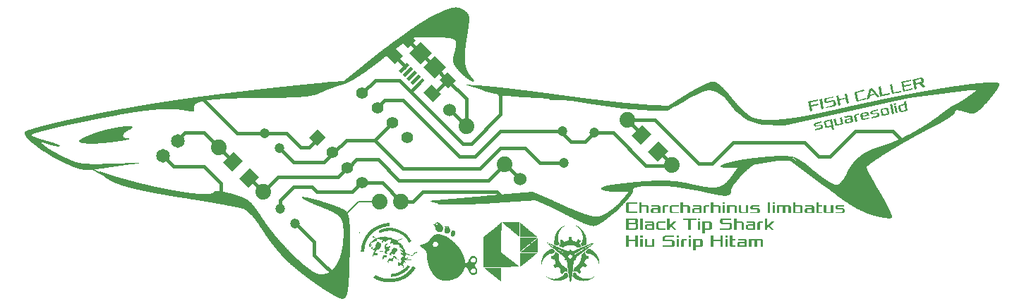
<source format=gtl>
G04 ---------------------------- Layer name :TOP LAYER*
G04 easyEDA 0.1*
G04 Scale: 100 percent, Rotated: No, Reflected: No *
G04 Dimensions in inches *
G04 leading zeros omitted , absolute positions ,2 integer and 4 * 
%FSLAX24Y24*%
%MOIN*%
G90*
G70D02*

%ADD11C,0.015748*%
%ADD12C,0.007874*%
%ADD19C,0.074000*%
%ADD21C,0.065000*%
%ADD23C,0.047200*%
%ADD25C,0.047000*%
%ADD28C,0.055000*%
%ADD30C,0.060000*%

%LPD*%

%LPD*%
G36*
G01X20254Y14155D02*
G01X20254Y14155D01*
G01X20254Y14155D01*
G01X20243Y14149D01*
G01X20232Y14144D01*
G01X20220Y14138D01*
G01X20208Y14132D01*
G01X20196Y14125D01*
G01X20184Y14119D01*
G01X20171Y14112D01*
G01X20158Y14105D01*
G01X20145Y14098D01*
G01X20132Y14091D01*
G01X20118Y14083D01*
G01X20105Y14075D01*
G01X20091Y14067D01*
G01X20076Y14059D01*
G01X20062Y14051D01*
G01X20047Y14042D01*
G01X20032Y14034D01*
G01X20017Y14025D01*
G01X20002Y14016D01*
G01X19986Y14006D01*
G01X19970Y13997D01*
G01X19954Y13987D01*
G01X19938Y13977D01*
G01X19921Y13967D01*
G01X19905Y13957D01*
G01X19888Y13947D01*
G01X19871Y13936D01*
G01X19854Y13926D01*
G01X19836Y13915D01*
G01X19819Y13904D01*
G01X19801Y13893D01*
G01X19783Y13881D01*
G01X19765Y13870D01*
G01X19746Y13858D01*
G01X19728Y13846D01*
G01X19709Y13834D01*
G01X19690Y13822D01*
G01X19671Y13810D01*
G01X19652Y13797D01*
G01X19633Y13785D01*
G01X19613Y13772D01*
G01X19594Y13759D01*
G01X19574Y13746D01*
G01X19554Y13733D01*
G01X19534Y13720D01*
G01X19514Y13707D01*
G01X19493Y13693D01*
G01X19473Y13679D01*
G01X19452Y13666D01*
G01X19431Y13652D01*
G01X19410Y13638D01*
G01X19389Y13624D01*
G01X19368Y13609D01*
G01X19347Y13595D01*
G01X19325Y13580D01*
G01X19304Y13566D01*
G01X19282Y13551D01*
G01X19261Y13536D01*
G01X19239Y13521D01*
G01X19217Y13506D01*
G01X19195Y13491D01*
G01X19173Y13476D01*
G01X19150Y13461D01*
G01X19128Y13445D01*
G01X19106Y13430D01*
G01X19083Y13414D01*
G01X19060Y13398D01*
G01X19038Y13382D01*
G01X19015Y13366D01*
G01X18992Y13350D01*
G01X18969Y13334D01*
G01X18946Y13318D01*
G01X18923Y13302D01*
G01X18900Y13286D01*
G01X18877Y13269D01*
G01X18854Y13253D01*
G01X18830Y13236D01*
G01X18807Y13220D01*
G01X18784Y13203D01*
G01X18760Y13186D01*
G01X18737Y13169D01*
G01X18713Y13153D01*
G01X18690Y13136D01*
G01X18666Y13119D01*
G01X18642Y13102D01*
G01X18619Y13085D01*
G01X18595Y13067D01*
G01X18571Y13050D01*
G01X18548Y13033D01*
G01X18524Y13016D01*
G01X18500Y12998D01*
G01X18476Y12981D01*
G01X18452Y12964D01*
G01X18429Y12946D01*
G01X18405Y12929D01*
G01X18381Y12911D01*
G01X18357Y12893D01*
G01X18333Y12876D01*
G01X18309Y12858D01*
G01X18286Y12841D01*
G01X18262Y12823D01*
G01X18238Y12805D01*
G01X18214Y12788D01*
G01X18191Y12770D01*
G01X18167Y12752D01*
G01X18143Y12734D01*
G01X18119Y12717D01*
G01X18096Y12699D01*
G01X18072Y12681D01*
G01X18049Y12663D01*
G01X18025Y12645D01*
G01X18002Y12628D01*
G01X17978Y12610D01*
G01X17955Y12592D01*
G01X17931Y12574D01*
G01X17908Y12556D01*
G01X17885Y12539D01*
G01X17862Y12521D01*
G01X17838Y12503D01*
G01X17815Y12485D01*
G01X17792Y12468D01*
G01X17769Y12450D01*
G01X17747Y12432D01*
G01X17724Y12415D01*
G01X16024Y11065D01*
G01X15014Y10975D01*
G01X15014Y10975D01*
G01X14987Y10972D01*
G01X14961Y10970D01*
G01X14934Y10967D01*
G01X14908Y10965D01*
G01X14881Y10962D01*
G01X14854Y10959D01*
G01X14828Y10957D01*
G01X14801Y10954D01*
G01X14774Y10952D01*
G01X14748Y10949D01*
G01X14721Y10947D01*
G01X14694Y10944D01*
G01X14668Y10942D01*
G01X14641Y10939D01*
G01X14614Y10936D01*
G01X14587Y10934D01*
G01X14561Y10931D01*
G01X14534Y10929D01*
G01X14507Y10926D01*
G01X14480Y10923D01*
G01X14454Y10921D01*
G01X14427Y10918D01*
G01X14400Y10915D01*
G01X14373Y10913D01*
G01X14346Y10910D01*
G01X14320Y10908D01*
G01X14293Y10905D01*
G01X14266Y10902D01*
G01X14239Y10900D01*
G01X14212Y10897D01*
G01X14185Y10894D01*
G01X14158Y10891D01*
G01X14132Y10889D01*
G01X14105Y10886D01*
G01X14078Y10883D01*
G01X14051Y10881D01*
G01X14024Y10878D01*
G01X13997Y10875D01*
G01X13970Y10872D01*
G01X13943Y10870D01*
G01X13916Y10867D01*
G01X13889Y10864D01*
G01X13863Y10861D01*
G01X13836Y10859D01*
G01X13809Y10856D01*
G01X13782Y10853D01*
G01X13755Y10850D01*
G01X13728Y10848D01*
G01X13701Y10845D01*
G01X13674Y10842D01*
G01X13647Y10839D01*
G01X13620Y10836D01*
G01X13593Y10834D01*
G01X13566Y10831D01*
G01X13539Y10828D01*
G01X13512Y10825D01*
G01X13485Y10822D01*
G01X13458Y10820D01*
G01X13431Y10817D01*
G01X13404Y10814D01*
G01X13377Y10811D01*
G01X13350Y10808D01*
G01X13323Y10805D01*
G01X13296Y10803D01*
G01X13269Y10800D01*
G01X13242Y10797D01*
G01X13215Y10794D01*
G01X13188Y10791D01*
G01X13161Y10788D01*
G01X13134Y10785D01*
G01X13107Y10782D01*
G01X13080Y10780D01*
G01X13053Y10777D01*
G01X13027Y10774D01*
G01X13000Y10771D01*
G01X12973Y10768D01*
G01X12946Y10765D01*
G01X12919Y10762D01*
G01X12892Y10759D01*
G01X12865Y10756D01*
G01X12838Y10753D01*
G01X12811Y10750D01*
G01X12784Y10747D01*
G01X12757Y10744D01*
G01X12730Y10741D01*
G01X12703Y10739D01*
G01X12676Y10736D01*
G01X12649Y10733D01*
G01X12622Y10730D01*
G01X12595Y10727D01*
G01X12569Y10724D01*
G01X12542Y10721D01*
G01X12515Y10718D01*
G01X12488Y10715D01*
G01X12461Y10712D01*
G01X12434Y10709D01*
G01X12407Y10706D01*
G01X12380Y10703D01*
G01X12353Y10700D01*
G01X12327Y10697D01*
G01X12300Y10694D01*
G01X12273Y10691D01*
G01X12246Y10688D01*
G01X12219Y10685D01*
G01X12193Y10682D01*
G01X12166Y10679D01*
G01X12139Y10675D01*
G01X12112Y10672D01*
G01X12085Y10669D01*
G01X12059Y10666D01*
G01X12032Y10663D01*
G01X12005Y10660D01*
G01X11978Y10657D01*
G01X11952Y10654D01*
G01X11925Y10651D01*
G01X11898Y10648D01*
G01X11872Y10645D01*
G01X11845Y10642D01*
G01X11818Y10639D01*
G01X11792Y10636D01*
G01X11765Y10633D01*
G01X11738Y10629D01*
G01X11712Y10626D01*
G01X11685Y10623D01*
G01X11658Y10620D01*
G01X11632Y10617D01*
G01X11605Y10614D01*
G01X11579Y10611D01*
G01X11552Y10608D01*
G01X11526Y10605D01*
G01X11499Y10601D01*
G01X11473Y10598D01*
G01X11446Y10595D01*
G01X11420Y10592D01*
G01X11393Y10589D01*
G01X11367Y10586D01*
G01X11340Y10583D01*
G01X11314Y10580D01*
G01X11288Y10576D01*
G01X11261Y10573D01*
G01X11235Y10570D01*
G01X11208Y10567D01*
G01X11182Y10564D01*
G01X11156Y10561D01*
G01X11130Y10557D01*
G01X11103Y10554D01*
G01X11077Y10551D01*
G01X11051Y10548D01*
G01X11025Y10545D01*
G01X10998Y10542D01*
G01X10972Y10538D01*
G01X10946Y10535D01*
G01X10920Y10532D01*
G01X10894Y10529D01*
G01X10868Y10526D01*
G01X10841Y10522D01*
G01X10815Y10519D01*
G01X10789Y10516D01*
G01X10763Y10513D01*
G01X10737Y10510D01*
G01X10711Y10506D01*
G01X10685Y10503D01*
G01X10659Y10500D01*
G01X10633Y10497D01*
G01X10607Y10494D01*
G01X10581Y10490D01*
G01X10556Y10487D01*
G01X10530Y10484D01*
G01X10504Y10481D01*
G01X10478Y10478D01*
G01X10452Y10474D01*
G01X10427Y10471D01*
G01X10401Y10468D01*
G01X10375Y10465D01*
G01X10349Y10461D01*
G01X10324Y10458D01*
G01X10298Y10455D01*
G01X10272Y10452D01*
G01X10247Y10448D01*
G01X10221Y10445D01*
G01X10196Y10442D01*
G01X10170Y10439D01*
G01X10145Y10435D01*
G01X10119Y10432D01*
G01X10094Y10429D01*
G01X10068Y10426D01*
G01X10043Y10422D01*
G01X10017Y10419D01*
G01X9992Y10416D01*
G01X9967Y10413D01*
G01X9941Y10409D01*
G01X9916Y10406D01*
G01X9891Y10403D01*
G01X9866Y10400D01*
G01X9841Y10396D01*
G01X9815Y10393D01*
G01X9790Y10390D01*
G01X9765Y10387D01*
G01X9740Y10383D01*
G01X9715Y10380D01*
G01X9690Y10377D01*
G01X9665Y10373D01*
G01X9640Y10370D01*
G01X9615Y10367D01*
G01X9590Y10364D01*
G01X9565Y10360D01*
G01X9540Y10357D01*
G01X9516Y10354D01*
G01X9491Y10350D01*
G01X9466Y10347D01*
G01X9441Y10344D01*
G01X9417Y10341D01*
G01X9392Y10337D01*
G01X9367Y10334D01*
G01X9343Y10331D01*
G01X9318Y10327D01*
G01X9294Y10324D01*
G01X9269Y10321D01*
G01X9245Y10318D01*
G01X9220Y10314D01*
G01X9196Y10311D01*
G01X9171Y10308D01*
G01X9147Y10304D01*
G01X9123Y10301D01*
G01X9098Y10298D01*
G01X9074Y10294D01*
G01X9050Y10291D01*
G01X9026Y10288D01*
G01X9002Y10285D01*
G01X8978Y10281D01*
G01X8953Y10278D01*
G01X8929Y10275D01*
G01X8905Y10271D01*
G01X8881Y10268D01*
G01X8857Y10265D01*
G01X8834Y10261D01*
G01X8810Y10258D01*
G01X8786Y10255D01*
G01X8762Y10251D01*
G01X8738Y10248D01*
G01X8715Y10245D01*
G01X8691Y10242D01*
G01X8667Y10238D01*
G01X8644Y10235D01*
G01X8620Y10232D01*
G01X8597Y10228D01*
G01X8573Y10225D01*
G01X8550Y10222D01*
G01X8526Y10218D01*
G01X8503Y10215D01*
G01X8480Y10212D01*
G01X8456Y10208D01*
G01X8433Y10205D01*
G01X8410Y10202D01*
G01X8387Y10199D01*
G01X8363Y10195D01*
G01X8340Y10192D01*
G01X8317Y10189D01*
G01X8294Y10185D01*
G01X8271Y10182D01*
G01X8248Y10179D01*
G01X8225Y10175D01*
G01X8203Y10172D01*
G01X8180Y10169D01*
G01X8157Y10165D01*
G01X8134Y10162D01*
G01X8112Y10159D01*
G01X8089Y10156D01*
G01X8066Y10152D01*
G01X8044Y10149D01*
G01X8021Y10146D01*
G01X7999Y10142D01*
G01X7976Y10139D01*
G01X7954Y10136D01*
G01X7932Y10132D01*
G01X7909Y10129D01*
G01X7887Y10126D01*
G01X7865Y10122D01*
G01X7843Y10119D01*
G01X7821Y10116D01*
G01X7799Y10113D01*
G01X7777Y10109D01*
G01X7755Y10106D01*
G01X7733Y10103D01*
G01X7711Y10099D01*
G01X7689Y10096D01*
G01X7667Y10093D01*
G01X7645Y10090D01*
G01X7624Y10086D01*
G01X7602Y10083D01*
G01X7580Y10080D01*
G01X7559Y10076D01*
G01X7537Y10073D01*
G01X7516Y10070D01*
G01X7494Y10067D01*
G01X7473Y10063D01*
G01X7452Y10060D01*
G01X7431Y10057D01*
G01X7409Y10053D01*
G01X7388Y10050D01*
G01X7367Y10047D01*
G01X7346Y10044D01*
G01X7325Y10040D01*
G01X7304Y10037D01*
G01X7283Y10034D01*
G01X7262Y10030D01*
G01X7241Y10027D01*
G01X7221Y10024D01*
G01X7200Y10021D01*
G01X7179Y10017D01*
G01X7159Y10014D01*
G01X7138Y10011D01*
G01X7117Y10008D01*
G01X7097Y10004D01*
G01X7077Y10001D01*
G01X7056Y9998D01*
G01X7036Y9995D01*
G01X7016Y9991D01*
G01X6995Y9988D01*
G01X6975Y9985D01*
G01X6955Y9982D01*
G01X6935Y9978D01*
G01X6915Y9975D01*
G01X6895Y9972D01*
G01X6875Y9969D01*
G01X6856Y9965D01*
G01X6836Y9962D01*
G01X6816Y9959D01*
G01X6796Y9956D01*
G01X6777Y9952D01*
G01X6757Y9949D01*
G01X6738Y9946D01*
G01X6718Y9943D01*
G01X6699Y9939D01*
G01X6680Y9936D01*
G01X6660Y9933D01*
G01X6641Y9930D01*
G01X6622Y9927D01*
G01X6603Y9923D01*
G01X6584Y9920D01*
G01X6565Y9917D01*
G01X6546Y9914D01*
G01X6527Y9911D01*
G01X6508Y9907D01*
G01X6490Y9904D01*
G01X6471Y9901D01*
G01X6452Y9898D01*
G01X6434Y9895D01*
G01X6434Y9895D01*
G01X6400Y9889D01*
G01X6366Y9883D01*
G01X6332Y9877D01*
G01X6299Y9871D01*
G01X6265Y9866D01*
G01X6231Y9860D01*
G01X6197Y9854D01*
G01X6163Y9848D01*
G01X6129Y9842D01*
G01X6095Y9836D01*
G01X6061Y9830D01*
G01X6027Y9824D01*
G01X5993Y9818D01*
G01X5959Y9812D01*
G01X5925Y9806D01*
G01X5891Y9800D01*
G01X5857Y9794D01*
G01X5823Y9787D01*
G01X5790Y9781D01*
G01X5756Y9775D01*
G01X5722Y9769D01*
G01X5688Y9763D01*
G01X5654Y9757D01*
G01X5620Y9750D01*
G01X5586Y9744D01*
G01X5552Y9738D01*
G01X5518Y9732D01*
G01X5484Y9725D01*
G01X5450Y9719D01*
G01X5416Y9713D01*
G01X5382Y9706D01*
G01X5348Y9700D01*
G01X5315Y9694D01*
G01X5281Y9687D01*
G01X5247Y9681D01*
G01X5213Y9674D01*
G01X5180Y9668D01*
G01X5146Y9662D01*
G01X5112Y9655D01*
G01X5078Y9649D01*
G01X5045Y9642D01*
G01X5011Y9636D01*
G01X4978Y9629D01*
G01X4944Y9623D01*
G01X4911Y9617D01*
G01X4877Y9610D01*
G01X4844Y9604D01*
G01X4811Y9597D01*
G01X4777Y9591D01*
G01X4744Y9584D01*
G01X4711Y9577D01*
G01X4678Y9571D01*
G01X4645Y9564D01*
G01X4612Y9558D01*
G01X4579Y9551D01*
G01X4546Y9545D01*
G01X4513Y9538D01*
G01X4480Y9532D01*
G01X4447Y9525D01*
G01X4415Y9519D01*
G01X4382Y9512D01*
G01X4349Y9505D01*
G01X4317Y9499D01*
G01X4284Y9492D01*
G01X4252Y9486D01*
G01X4220Y9479D01*
G01X4187Y9472D01*
G01X4155Y9466D01*
G01X4123Y9459D01*
G01X4091Y9453D01*
G01X4059Y9446D01*
G01X4027Y9440D01*
G01X3996Y9433D01*
G01X3964Y9426D01*
G01X3932Y9420D01*
G01X3901Y9413D01*
G01X3869Y9407D01*
G01X3838Y9400D01*
G01X3807Y9394D01*
G01X3775Y9387D01*
G01X3744Y9380D01*
G01X3713Y9374D01*
G01X3682Y9367D01*
G01X3652Y9361D01*
G01X3621Y9354D01*
G01X3590Y9348D01*
G01X3560Y9341D01*
G01X3529Y9335D01*
G01X3499Y9328D01*
G01X3469Y9322D01*
G01X3439Y9315D01*
G01X3409Y9309D01*
G01X3379Y9302D01*
G01X3349Y9296D01*
G01X3319Y9289D01*
G01X3290Y9283D01*
G01X3260Y9276D01*
G01X3231Y9270D01*
G01X3202Y9263D01*
G01X3173Y9257D01*
G01X3144Y9251D01*
G01X3115Y9244D01*
G01X3086Y9238D01*
G01X3058Y9231D01*
G01X3029Y9225D01*
G01X3001Y9219D01*
G01X2973Y9212D01*
G01X2945Y9206D01*
G01X2917Y9200D01*
G01X2889Y9193D01*
G01X2861Y9187D01*
G01X2834Y9181D01*
G01X2806Y9175D01*
G01X2779Y9168D01*
G01X2752Y9162D01*
G01X2725Y9156D01*
G01X2698Y9150D01*
G01X2672Y9144D01*
G01X2645Y9137D01*
G01X2619Y9131D01*
G01X2593Y9125D01*
G01X2566Y9119D01*
G01X2541Y9113D01*
G01X2515Y9107D01*
G01X2489Y9101D01*
G01X2464Y9095D01*
G01X2438Y9089D01*
G01X2413Y9083D01*
G01X2388Y9077D01*
G01X2364Y9071D01*
G01X2339Y9065D01*
G01X2314Y9059D01*
G01X2290Y9053D01*
G01X2266Y9047D01*
G01X2242Y9042D01*
G01X2218Y9036D01*
G01X2195Y9030D01*
G01X2171Y9024D01*
G01X2148Y9018D01*
G01X2125Y9013D01*
G01X2102Y9007D01*
G01X2079Y9001D01*
G01X2057Y8996D01*
G01X2034Y8990D01*
G01X2012Y8984D01*
G01X1990Y8979D01*
G01X1968Y8973D01*
G01X1947Y8968D01*
G01X1925Y8962D01*
G01X1904Y8957D01*
G01X1883Y8951D01*
G01X1862Y8946D01*
G01X1842Y8941D01*
G01X1821Y8935D01*
G01X1801Y8930D01*
G01X1781Y8925D01*
G01X1761Y8920D01*
G01X1742Y8914D01*
G01X1722Y8909D01*
G01X1703Y8904D01*
G01X1684Y8899D01*
G01X1665Y8894D01*
G01X1647Y8889D01*
G01X1628Y8884D01*
G01X1610Y8879D01*
G01X1592Y8874D01*
G01X1574Y8869D01*
G01X1557Y8864D01*
G01X1540Y8859D01*
G01X1523Y8854D01*
G01X1506Y8849D01*
G01X1489Y8845D01*
G01X1473Y8840D01*
G01X1457Y8835D01*
G01X1441Y8831D01*
G01X1425Y8826D01*
G01X1410Y8821D01*
G01X1394Y8817D01*
G01X1380Y8812D01*
G01X1365Y8808D01*
G01X1350Y8803D01*
G01X1336Y8799D01*
G01X1322Y8795D01*
G01X1308Y8790D01*
G01X1295Y8786D01*
G01X1281Y8782D01*
G01X1268Y8778D01*
G01X1256Y8774D01*
G01X1243Y8769D01*
G01X1231Y8765D01*
G01X1219Y8761D01*
G01X1207Y8757D01*
G01X1195Y8753D01*
G01X1184Y8750D01*
G01X1173Y8746D01*
G01X1163Y8742D01*
G01X1152Y8738D01*
G01X1142Y8734D01*
G01X1132Y8731D01*
G01X1122Y8727D01*
G01X1113Y8724D01*
G01X1104Y8720D01*
G01X1095Y8717D01*
G01X1086Y8713D01*
G01X1078Y8710D01*
G01X1070Y8706D01*
G01X1062Y8703D01*
G01X1055Y8700D01*
G01X1047Y8697D01*
G01X1040Y8693D01*
G01X1034Y8690D01*
G01X1027Y8687D01*
G01X1021Y8684D01*
G01X1016Y8681D01*
G01X1010Y8678D01*
G01X1005Y8676D01*
G01X1000Y8673D01*
G01X995Y8670D01*
G01X991Y8667D01*
G01X987Y8665D01*
G01X983Y8662D01*
G01X980Y8660D01*
G01X977Y8657D01*
G01X974Y8655D01*
G01X974Y8655D01*
G01X969Y8649D01*
G01X965Y8644D01*
G01X962Y8638D01*
G01X959Y8632D01*
G01X957Y8626D01*
G01X955Y8619D01*
G01X954Y8612D01*
G01X954Y8604D01*
G01X954Y8597D01*
G01X955Y8589D01*
G01X956Y8580D01*
G01X958Y8572D01*
G01X960Y8563D01*
G01X963Y8554D01*
G01X967Y8545D01*
G01X971Y8535D01*
G01X976Y8525D01*
G01X981Y8515D01*
G01X987Y8505D01*
G01X993Y8494D01*
G01X1000Y8484D01*
G01X1007Y8472D01*
G01X1015Y8461D01*
G01X1023Y8450D01*
G01X1032Y8438D01*
G01X1041Y8426D01*
G01X1050Y8414D01*
G01X1061Y8402D01*
G01X1071Y8389D01*
G01X1082Y8376D01*
G01X1094Y8364D01*
G01X1106Y8350D01*
G01X1118Y8337D01*
G01X1131Y8324D01*
G01X1144Y8310D01*
G01X1158Y8296D01*
G01X1172Y8283D01*
G01X1186Y8268D01*
G01X1201Y8254D01*
G01X1216Y8240D01*
G01X1232Y8225D01*
G01X1248Y8211D01*
G01X1264Y8196D01*
G01X1281Y8181D01*
G01X1298Y8166D01*
G01X1315Y8151D01*
G01X1333Y8136D01*
G01X1351Y8121D01*
G01X1369Y8105D01*
G01X1388Y8090D01*
G01X1407Y8074D01*
G01X1427Y8059D01*
G01X1446Y8043D01*
G01X1466Y8027D01*
G01X1487Y8011D01*
G01X1507Y7995D01*
G01X1528Y7979D01*
G01X1549Y7963D01*
G01X1571Y7947D01*
G01X1592Y7931D01*
G01X1614Y7915D01*
G01X1636Y7899D01*
G01X1659Y7883D01*
G01X1681Y7866D01*
G01X1704Y7850D01*
G01X1727Y7834D01*
G01X1751Y7817D01*
G01X1774Y7801D01*
G01X1798Y7785D01*
G01X1822Y7769D01*
G01X1846Y7752D01*
G01X1870Y7736D01*
G01X1895Y7720D01*
G01X1919Y7704D01*
G01X1944Y7688D01*
G01X1969Y7671D01*
G01X1994Y7655D01*
G01X2019Y7639D01*
G01X2045Y7623D01*
G01X2070Y7607D01*
G01X2096Y7591D01*
G01X2122Y7576D01*
G01X2148Y7560D01*
G01X2174Y7544D01*
G01X2200Y7529D01*
G01X2226Y7513D01*
G01X2252Y7498D01*
G01X2279Y7483D01*
G01X2305Y7467D01*
G01X2332Y7452D01*
G01X2358Y7437D01*
G01X2385Y7422D01*
G01X2412Y7408D01*
G01X2438Y7393D01*
G01X2465Y7379D01*
G01X2492Y7364D01*
G01X2519Y7350D01*
G01X2546Y7336D01*
G01X2573Y7322D01*
G01X2599Y7308D01*
G01X2626Y7295D01*
G01X2653Y7281D01*
G01X2680Y7268D01*
G01X2707Y7255D01*
G01X2734Y7242D01*
G01X2760Y7229D01*
G01X2787Y7217D01*
G01X2814Y7205D01*
G01X2814Y7205D01*
G01X2846Y7190D01*
G01X2878Y7175D01*
G01X2908Y7161D01*
G01X2938Y7148D01*
G01X2968Y7134D01*
G01X2996Y7121D01*
G01X3025Y7108D01*
G01X3052Y7096D01*
G01X3079Y7084D01*
G01X3105Y7072D01*
G01X3131Y7061D01*
G01X3156Y7050D01*
G01X3181Y7040D01*
G01X3205Y7029D01*
G01X3229Y7019D01*
G01X3252Y7010D01*
G01X3275Y7000D01*
G01X3297Y6991D01*
G01X3319Y6983D01*
G01X3341Y6974D01*
G01X3362Y6966D01*
G01X3383Y6958D01*
G01X3404Y6951D01*
G01X3424Y6944D01*
G01X3444Y6937D01*
G01X3464Y6930D01*
G01X3484Y6924D01*
G01X3503Y6918D01*
G01X3522Y6912D01*
G01X3542Y6907D01*
G01X3561Y6902D01*
G01X3579Y6897D01*
G01X3598Y6893D01*
G01X3617Y6888D01*
G01X3636Y6884D01*
G01X3654Y6881D01*
G01X3673Y6877D01*
G01X3691Y6874D01*
G01X3710Y6871D01*
G01X3729Y6868D01*
G01X3748Y6866D01*
G01X3767Y6864D01*
G01X3786Y6862D01*
G01X3805Y6860D01*
G01X3824Y6859D01*
G01X3843Y6858D01*
G01X3863Y6857D01*
G01X3883Y6856D01*
G01X3903Y6856D01*
G01X3924Y6855D01*
G01X3944Y6856D01*
G01X3965Y6856D01*
G01X3987Y6856D01*
G01X4008Y6857D01*
G01X4030Y6858D01*
G01X4053Y6859D01*
G01X4076Y6860D01*
G01X4099Y6862D01*
G01X4123Y6864D01*
G01X4147Y6866D01*
G01X4172Y6868D01*
G01X4197Y6870D01*
G01X4223Y6873D01*
G01X4249Y6876D01*
G01X4276Y6879D01*
G01X4303Y6882D01*
G01X4332Y6885D01*
G01X4360Y6889D01*
G01X4390Y6892D01*
G01X4420Y6896D01*
G01X4451Y6900D01*
G01X4482Y6905D01*
G01X4515Y6909D01*
G01X4548Y6914D01*
G01X4582Y6918D01*
G01X4616Y6923D01*
G01X4652Y6928D01*
G01X4688Y6934D01*
G01X4726Y6939D01*
G01X4764Y6945D01*
G01X4764Y6945D01*
G01X4792Y6949D01*
G01X4821Y6954D01*
G01X4850Y6958D01*
G01X4879Y6963D01*
G01X4909Y6967D01*
G01X4938Y6972D01*
G01X4968Y6976D01*
G01X4997Y6980D01*
G01X5027Y6985D01*
G01X5057Y6989D01*
G01X5087Y6994D01*
G01X5117Y6998D01*
G01X5147Y7003D01*
G01X5177Y7007D01*
G01X5207Y7011D01*
G01X5237Y7015D01*
G01X5267Y7020D01*
G01X5297Y7024D01*
G01X5326Y7028D01*
G01X5356Y7032D01*
G01X5386Y7037D01*
G01X5415Y7041D01*
G01X5445Y7045D01*
G01X5474Y7049D01*
G01X5503Y7053D01*
G01X5532Y7057D01*
G01X5560Y7061D01*
G01X5589Y7065D01*
G01X5617Y7068D01*
G01X5645Y7072D01*
G01X5673Y7076D01*
G01X5700Y7080D01*
G01X5727Y7083D01*
G01X5754Y7087D01*
G01X5781Y7090D01*
G01X5807Y7094D01*
G01X5833Y7097D01*
G01X5858Y7100D01*
G01X5884Y7104D01*
G01X5908Y7107D01*
G01X5933Y7110D01*
G01X5956Y7113D01*
G01X5980Y7116D01*
G01X6003Y7119D01*
G01X6025Y7122D01*
G01X6047Y7125D01*
G01X6069Y7127D01*
G01X6090Y7130D01*
G01X6110Y7132D01*
G01X6130Y7135D01*
G01X6149Y7137D01*
G01X6168Y7140D01*
G01X6186Y7142D01*
G01X6203Y7144D01*
G01X6220Y7146D01*
G01X6236Y7148D01*
G01X6252Y7150D01*
G01X6266Y7151D01*
G01X6280Y7153D01*
G01X6294Y7155D01*
G01X6294Y7155D01*
G01X6305Y7156D01*
G01X6316Y7158D01*
G01X6325Y7160D01*
G01X6334Y7161D01*
G01X6341Y7163D01*
G01X6348Y7164D01*
G01X6353Y7165D01*
G01X6358Y7167D01*
G01X6361Y7168D01*
G01X6364Y7169D01*
G01X6366Y7170D01*
G01X6367Y7171D01*
G01X6367Y7172D01*
G01X6366Y7173D01*
G01X6364Y7174D01*
G01X6362Y7175D01*
G01X6358Y7176D01*
G01X6354Y7176D01*
G01X6348Y7177D01*
G01X6342Y7178D01*
G01X6335Y7178D01*
G01X6327Y7179D01*
G01X6319Y7179D01*
G01X6309Y7180D01*
G01X6299Y7180D01*
G01X6288Y7180D01*
G01X6276Y7180D01*
G01X6263Y7181D01*
G01X6249Y7181D01*
G01X6235Y7181D01*
G01X6220Y7181D01*
G01X6204Y7181D01*
G01X6187Y7181D01*
G01X6170Y7181D01*
G01X6152Y7181D01*
G01X6133Y7181D01*
G01X6113Y7180D01*
G01X6093Y7180D01*
G01X6072Y7180D01*
G01X6050Y7179D01*
G01X6028Y7179D01*
G01X6005Y7179D01*
G01X5981Y7178D01*
G01X5956Y7178D01*
G01X5931Y7177D01*
G01X5905Y7176D01*
G01X5879Y7176D01*
G01X5852Y7175D01*
G01X5824Y7174D01*
G01X5796Y7174D01*
G01X5766Y7173D01*
G01X5737Y7172D01*
G01X5707Y7171D01*
G01X5676Y7170D01*
G01X5644Y7169D01*
G01X5612Y7168D01*
G01X5579Y7167D01*
G01X5546Y7166D01*
G01X5512Y7165D01*
G01X5478Y7164D01*
G01X5443Y7163D01*
G01X5408Y7162D01*
G01X5372Y7161D01*
G01X5335Y7160D01*
G01X5298Y7158D01*
G01X5260Y7157D01*
G01X5222Y7156D01*
G01X5184Y7155D01*
G01X5184Y7155D01*
G01X5139Y7153D01*
G01X5094Y7152D01*
G01X5051Y7150D01*
G01X5008Y7149D01*
G01X4966Y7147D01*
G01X4925Y7146D01*
G01X4884Y7145D01*
G01X4844Y7144D01*
G01X4805Y7143D01*
G01X4767Y7142D01*
G01X4729Y7141D01*
G01X4693Y7140D01*
G01X4656Y7139D01*
G01X4621Y7138D01*
G01X4586Y7137D01*
G01X4552Y7136D01*
G01X4518Y7136D01*
G01X4485Y7135D01*
G01X4453Y7135D01*
G01X4421Y7134D01*
G01X4390Y7134D01*
G01X4359Y7134D01*
G01X4329Y7134D01*
G01X4300Y7134D01*
G01X4271Y7134D01*
G01X4243Y7134D01*
G01X4215Y7134D01*
G01X4188Y7134D01*
G01X4161Y7135D01*
G01X4135Y7135D01*
G01X4109Y7135D01*
G01X4083Y7136D01*
G01X4059Y7137D01*
G01X4034Y7138D01*
G01X4010Y7138D01*
G01X3986Y7139D01*
G01X3963Y7141D01*
G01X3940Y7142D01*
G01X3918Y7143D01*
G01X3896Y7144D01*
G01X3874Y7146D01*
G01X3853Y7148D01*
G01X3832Y7149D01*
G01X3811Y7151D01*
G01X3791Y7153D01*
G01X3771Y7155D01*
G01X3751Y7157D01*
G01X3731Y7160D01*
G01X3712Y7162D01*
G01X3693Y7165D01*
G01X3674Y7167D01*
G01X3656Y7170D01*
G01X3638Y7173D01*
G01X3619Y7176D01*
G01X3602Y7179D01*
G01X3584Y7182D01*
G01X3566Y7186D01*
G01X3549Y7189D01*
G01X3532Y7193D01*
G01X3515Y7197D01*
G01X3498Y7201D01*
G01X3481Y7205D01*
G01X3464Y7209D01*
G01X3448Y7213D01*
G01X3431Y7218D01*
G01X3414Y7222D01*
G01X3398Y7227D01*
G01X3382Y7232D01*
G01X3365Y7237D01*
G01X3349Y7242D01*
G01X3333Y7248D01*
G01X3316Y7253D01*
G01X3300Y7259D01*
G01X3284Y7265D01*
G01X3267Y7271D01*
G01X3251Y7277D01*
G01X3234Y7283D01*
G01X3218Y7289D01*
G01X3201Y7296D01*
G01X3184Y7303D01*
G01X3167Y7310D01*
G01X3150Y7317D01*
G01X3133Y7324D01*
G01X3116Y7332D01*
G01X3099Y7339D01*
G01X3081Y7347D01*
G01X3063Y7355D01*
G01X3045Y7363D01*
G01X3027Y7371D01*
G01X3009Y7380D01*
G01X2990Y7389D01*
G01X2972Y7397D01*
G01X2953Y7406D01*
G01X2933Y7416D01*
G01X2914Y7425D01*
G01X2894Y7435D01*
G01X2894Y7435D01*
G01X2868Y7447D01*
G01X2842Y7460D01*
G01X2815Y7472D01*
G01X2789Y7486D01*
G01X2762Y7499D01*
G01X2736Y7512D01*
G01X2709Y7526D01*
G01X2683Y7539D01*
G01X2656Y7553D01*
G01X2630Y7567D01*
G01X2603Y7581D01*
G01X2577Y7595D01*
G01X2550Y7609D01*
G01X2524Y7624D01*
G01X2498Y7638D01*
G01X2472Y7652D01*
G01X2447Y7666D01*
G01X2421Y7681D01*
G01X2396Y7695D01*
G01X2371Y7709D01*
G01X2347Y7723D01*
G01X2323Y7737D01*
G01X2299Y7751D01*
G01X2275Y7765D01*
G01X2252Y7779D01*
G01X2230Y7792D01*
G01X2207Y7806D01*
G01X2186Y7819D01*
G01X2164Y7832D01*
G01X2144Y7845D01*
G01X2124Y7857D01*
G01X2104Y7870D01*
G01X2085Y7882D01*
G01X2067Y7894D01*
G01X2049Y7905D01*
G01X2032Y7917D01*
G01X2016Y7928D01*
G01X2000Y7938D01*
G01X1986Y7949D01*
G01X1972Y7959D01*
G01X1958Y7968D01*
G01X1946Y7977D01*
G01X1935Y7986D01*
G01X1924Y7995D01*
G01X1924Y7995D01*
G01X1900Y8014D01*
G01X1878Y8032D01*
G01X1858Y8048D01*
G01X1839Y8064D01*
G01X1822Y8078D01*
G01X1807Y8091D01*
G01X1794Y8103D01*
G01X1782Y8114D01*
G01X1772Y8124D01*
G01X1764Y8132D01*
G01X1758Y8140D01*
G01X1753Y8146D01*
G01X1751Y8151D01*
G01X1750Y8156D01*
G01X1752Y8159D01*
G01X1755Y8161D01*
G01X1761Y8162D01*
G01X1768Y8162D01*
G01X1778Y8161D01*
G01X1789Y8159D01*
G01X1803Y8157D01*
G01X1819Y8153D01*
G01X1837Y8148D01*
G01X1858Y8142D01*
G01X1880Y8136D01*
G01X1905Y8128D01*
G01X1932Y8120D01*
G01X1962Y8110D01*
G01X1994Y8100D01*
G01X2028Y8089D01*
G01X2065Y8077D01*
G01X2104Y8065D01*
G01X2104Y8065D01*
G01X2135Y8054D01*
G01X2166Y8043D01*
G01X2197Y8034D01*
G01X2227Y8025D01*
G01X2257Y8016D01*
G01X2286Y8009D01*
G01X2315Y8001D01*
G01X2343Y7995D01*
G01X2371Y7989D01*
G01X2397Y7984D01*
G01X2423Y7980D01*
G01X2448Y7976D01*
G01X2471Y7973D01*
G01X2493Y7970D01*
G01X2514Y7969D01*
G01X2534Y7968D01*
G01X2552Y7967D01*
G01X2569Y7968D01*
G01X2584Y7969D01*
G01X2598Y7970D01*
G01X2610Y7973D01*
G01X2620Y7976D01*
G01X2628Y7980D01*
G01X2634Y7985D01*
G01X2634Y7985D01*
G01X2637Y7988D01*
G01X2638Y7991D01*
G01X2637Y7995D01*
G01X2634Y8000D01*
G01X2629Y8005D01*
G01X2623Y8010D01*
G01X2615Y8016D01*
G01X2606Y8022D01*
G01X2595Y8029D01*
G01X2582Y8036D01*
G01X2568Y8043D01*
G01X2552Y8051D01*
G01X2535Y8058D01*
G01X2517Y8066D01*
G01X2497Y8075D01*
G01X2476Y8083D01*
G01X2454Y8092D01*
G01X2431Y8101D01*
G01X2406Y8110D01*
G01X2381Y8119D01*
G01X2354Y8129D01*
G01X2326Y8138D01*
G01X2298Y8148D01*
G01X2268Y8158D01*
G01X2238Y8167D01*
G01X2207Y8177D01*
G01X2174Y8187D01*
G01X2142Y8196D01*
G01X2108Y8206D01*
G01X2074Y8216D01*
G01X2039Y8225D01*
G01X2004Y8235D01*
G01X2004Y8235D01*
G01X1967Y8244D01*
G01X1932Y8254D01*
G01X1896Y8263D01*
G01X1861Y8273D01*
G01X1827Y8283D01*
G01X1793Y8292D01*
G01X1761Y8302D01*
G01X1728Y8312D01*
G01X1697Y8322D01*
G01X1666Y8331D01*
G01X1637Y8341D01*
G01X1608Y8351D01*
G01X1580Y8360D01*
G01X1553Y8370D01*
G01X1527Y8379D01*
G01X1503Y8388D01*
G01X1479Y8397D01*
G01X1457Y8406D01*
G01X1435Y8415D01*
G01X1416Y8424D01*
G01X1397Y8432D01*
G01X1380Y8440D01*
G01X1364Y8448D01*
G01X1350Y8455D01*
G01X1337Y8463D01*
G01X1326Y8470D01*
G01X1316Y8476D01*
G01X1308Y8483D01*
G01X1302Y8489D01*
G01X1297Y8494D01*
G01X1295Y8500D01*
G01X1294Y8505D01*
G01X1294Y8505D01*
G01X1294Y8506D01*
G01X1295Y8508D01*
G01X1295Y8510D01*
G01X1297Y8512D01*
G01X1298Y8514D01*
G01X1300Y8517D01*
G01X1303Y8519D01*
G01X1306Y8521D01*
G01X1309Y8523D01*
G01X1312Y8526D01*
G01X1316Y8528D01*
G01X1320Y8531D01*
G01X1324Y8533D01*
G01X1329Y8536D01*
G01X1334Y8539D01*
G01X1340Y8541D01*
G01X1346Y8544D01*
G01X1352Y8547D01*
G01X1359Y8550D01*
G01X1365Y8553D01*
G01X1373Y8556D01*
G01X1380Y8559D01*
G01X1388Y8562D01*
G01X1396Y8566D01*
G01X1405Y8569D01*
G01X1414Y8572D01*
G01X1423Y8576D01*
G01X1432Y8579D01*
G01X1442Y8582D01*
G01X1452Y8586D01*
G01X1463Y8590D01*
G01X1474Y8593D01*
G01X1485Y8597D01*
G01X1496Y8601D01*
G01X1508Y8605D01*
G01X1520Y8608D01*
G01X1532Y8612D01*
G01X1545Y8616D01*
G01X1557Y8620D01*
G01X1571Y8624D01*
G01X1584Y8628D01*
G01X1598Y8633D01*
G01X1612Y8637D01*
G01X1627Y8641D01*
G01X1641Y8645D01*
G01X1656Y8650D01*
G01X1671Y8654D01*
G01X1687Y8658D01*
G01X1703Y8663D01*
G01X1719Y8667D01*
G01X1735Y8672D01*
G01X1752Y8677D01*
G01X1769Y8681D01*
G01X1786Y8686D01*
G01X1804Y8691D01*
G01X1821Y8695D01*
G01X1839Y8700D01*
G01X1858Y8705D01*
G01X1876Y8710D01*
G01X1895Y8715D01*
G01X1914Y8720D01*
G01X1933Y8725D01*
G01X1953Y8730D01*
G01X1973Y8735D01*
G01X1993Y8740D01*
G01X2013Y8745D01*
G01X2034Y8751D01*
G01X2055Y8756D01*
G01X2076Y8761D01*
G01X2097Y8767D01*
G01X2119Y8772D01*
G01X2141Y8777D01*
G01X2163Y8783D01*
G01X2185Y8788D01*
G01X2208Y8794D01*
G01X2230Y8799D01*
G01X2253Y8805D01*
G01X2277Y8810D01*
G01X2300Y8816D01*
G01X2324Y8822D01*
G01X2348Y8827D01*
G01X2372Y8833D01*
G01X2396Y8839D01*
G01X2421Y8845D01*
G01X2446Y8851D01*
G01X2471Y8856D01*
G01X2496Y8862D01*
G01X2521Y8868D01*
G01X2547Y8874D01*
G01X2573Y8880D01*
G01X2599Y8886D01*
G01X2625Y8892D01*
G01X2652Y8898D01*
G01X2678Y8904D01*
G01X2705Y8910D01*
G01X2732Y8916D01*
G01X2759Y8923D01*
G01X2787Y8929D01*
G01X2815Y8935D01*
G01X2842Y8941D01*
G01X2870Y8947D01*
G01X2899Y8954D01*
G01X2927Y8960D01*
G01X2956Y8966D01*
G01X2984Y8973D01*
G01X3013Y8979D01*
G01X3042Y8985D01*
G01X3072Y8992D01*
G01X3101Y8998D01*
G01X3131Y9005D01*
G01X3161Y9011D01*
G01X3191Y9018D01*
G01X3221Y9024D01*
G01X3251Y9031D01*
G01X3282Y9037D01*
G01X3312Y9044D01*
G01X3343Y9050D01*
G01X3374Y9057D01*
G01X3405Y9063D01*
G01X3436Y9070D01*
G01X3468Y9077D01*
G01X3499Y9083D01*
G01X3531Y9090D01*
G01X3563Y9096D01*
G01X3595Y9103D01*
G01X3627Y9110D01*
G01X3659Y9117D01*
G01X3692Y9123D01*
G01X3724Y9130D01*
G01X3757Y9137D01*
G01X3790Y9143D01*
G01X3823Y9150D01*
G01X3856Y9157D01*
G01X3889Y9164D01*
G01X3923Y9170D01*
G01X3956Y9177D01*
G01X3990Y9184D01*
G01X4023Y9191D01*
G01X4057Y9198D01*
G01X4091Y9204D01*
G01X4125Y9211D01*
G01X4159Y9218D01*
G01X4194Y9225D01*
G01X4228Y9232D01*
G01X4263Y9239D01*
G01X4297Y9246D01*
G01X4332Y9252D01*
G01X4367Y9259D01*
G01X4402Y9266D01*
G01X4437Y9273D01*
G01X4472Y9280D01*
G01X4507Y9287D01*
G01X4542Y9294D01*
G01X4578Y9300D01*
G01X4613Y9307D01*
G01X4649Y9314D01*
G01X4685Y9321D01*
G01X4720Y9328D01*
G01X4756Y9335D01*
G01X4792Y9342D01*
G01X4828Y9348D01*
G01X4864Y9355D01*
G01X4900Y9362D01*
G01X4937Y9369D01*
G01X4973Y9376D01*
G01X5009Y9383D01*
G01X5046Y9390D01*
G01X5082Y9396D01*
G01X5119Y9403D01*
G01X5155Y9410D01*
G01X5192Y9417D01*
G01X5229Y9424D01*
G01X5266Y9430D01*
G01X5303Y9437D01*
G01X5339Y9444D01*
G01X5376Y9451D01*
G01X5413Y9458D01*
G01X5451Y9464D01*
G01X5488Y9471D01*
G01X5525Y9478D01*
G01X5562Y9485D01*
G01X5599Y9491D01*
G01X5637Y9498D01*
G01X5674Y9505D01*
G01X5674Y9505D01*
G01X5708Y9511D01*
G01X5742Y9517D01*
G01X5776Y9523D01*
G01X5809Y9528D01*
G01X5843Y9534D01*
G01X5876Y9540D01*
G01X5909Y9545D01*
G01X5942Y9551D01*
G01X5974Y9556D01*
G01X6007Y9561D01*
G01X6039Y9567D01*
G01X6071Y9572D01*
G01X6103Y9577D01*
G01X6135Y9582D01*
G01X6167Y9587D01*
G01X6198Y9591D01*
G01X6229Y9596D01*
G01X6260Y9601D01*
G01X6291Y9605D01*
G01X6322Y9610D01*
G01X6352Y9614D01*
G01X6383Y9618D01*
G01X6413Y9623D01*
G01X6443Y9627D01*
G01X6473Y9631D01*
G01X6503Y9635D01*
G01X6532Y9639D01*
G01X6562Y9642D01*
G01X6591Y9646D01*
G01X6620Y9650D01*
G01X6649Y9653D01*
G01X6677Y9657D01*
G01X6706Y9660D01*
G01X6734Y9663D01*
G01X6763Y9667D01*
G01X6791Y9670D01*
G01X6819Y9673D01*
G01X6846Y9676D01*
G01X6874Y9679D01*
G01X6901Y9682D01*
G01X6929Y9684D01*
G01X6956Y9687D01*
G01X6983Y9690D01*
G01X7010Y9692D01*
G01X7036Y9694D01*
G01X7063Y9697D01*
G01X7089Y9699D01*
G01X7115Y9701D01*
G01X7141Y9703D01*
G01X7167Y9705D01*
G01X7193Y9707D01*
G01X7219Y9709D01*
G01X7244Y9711D01*
G01X7270Y9712D01*
G01X7295Y9714D01*
G01X7320Y9715D01*
G01X7345Y9717D01*
G01X7369Y9718D01*
G01X7394Y9719D01*
G01X7419Y9721D01*
G01X7443Y9722D01*
G01X7467Y9723D01*
G01X7491Y9724D01*
G01X7515Y9725D01*
G01X7539Y9725D01*
G01X7562Y9726D01*
G01X7586Y9727D01*
G01X7609Y9727D01*
G01X7633Y9728D01*
G01X7656Y9728D01*
G01X7679Y9728D01*
G01X7702Y9729D01*
G01X7724Y9729D01*
G01X7747Y9729D01*
G01X7769Y9729D01*
G01X7792Y9729D01*
G01X7814Y9728D01*
G01X7836Y9728D01*
G01X7858Y9728D01*
G01X7880Y9727D01*
G01X7901Y9727D01*
G01X7923Y9726D01*
G01X7944Y9726D01*
G01X7966Y9725D01*
G01X7987Y9724D01*
G01X8008Y9723D01*
G01X8029Y9722D01*
G01X8050Y9721D01*
G01X8070Y9720D01*
G01X8091Y9719D01*
G01X8111Y9718D01*
G01X8132Y9716D01*
G01X8152Y9715D01*
G01X8172Y9713D01*
G01X8192Y9712D01*
G01X8212Y9710D01*
G01X8232Y9708D01*
G01X8252Y9706D01*
G01X8271Y9704D01*
G01X8291Y9702D01*
G01X8310Y9700D01*
G01X8329Y9698D01*
G01X8348Y9696D01*
G01X8367Y9694D01*
G01X8386Y9691D01*
G01X8405Y9689D01*
G01X8424Y9686D01*
G01X8442Y9684D01*
G01X8461Y9681D01*
G01X8479Y9678D01*
G01X8498Y9675D01*
G01X8516Y9672D01*
G01X8534Y9669D01*
G01X8552Y9666D01*
G01X8570Y9663D01*
G01X8588Y9660D01*
G01X8605Y9656D01*
G01X8623Y9653D01*
G01X8640Y9649D01*
G01X8658Y9646D01*
G01X8675Y9642D01*
G01X8692Y9639D01*
G01X8709Y9635D01*
G01X8727Y9631D01*
G01X8743Y9627D01*
G01X8760Y9623D01*
G01X8777Y9619D01*
G01X8794Y9615D01*
G01X8794Y9615D01*
G01X8819Y9608D01*
G01X8843Y9605D01*
G01X8864Y9604D01*
G01X8884Y9605D01*
G01X8902Y9608D01*
G01X8918Y9614D01*
G01X8932Y9623D01*
G01X8944Y9633D01*
G01X8954Y9646D01*
G01X8963Y9661D01*
G01X8969Y9678D01*
G01X8974Y9698D01*
G01X8977Y9719D01*
G01X8978Y9742D01*
G01X8977Y9767D01*
G01X8974Y9795D01*
G01X8974Y9795D01*
G01X8973Y9801D01*
G01X8972Y9808D01*
G01X8971Y9815D01*
G01X8971Y9822D01*
G01X8971Y9828D01*
G01X8971Y9835D01*
G01X8971Y9841D01*
G01X8971Y9848D01*
G01X8972Y9854D01*
G01X8973Y9860D01*
G01X8974Y9867D01*
G01X8976Y9873D01*
G01X8977Y9879D01*
G01X8979Y9885D01*
G01X8982Y9891D01*
G01X8984Y9897D01*
G01X8987Y9903D01*
G01X8990Y9909D01*
G01X8993Y9914D01*
G01X8996Y9920D01*
G01X9000Y9926D01*
G01X9004Y9931D01*
G01X9008Y9937D01*
G01X9013Y9942D01*
G01X9018Y9948D01*
G01X9023Y9953D01*
G01X9028Y9959D01*
G01X9033Y9964D01*
G01X9039Y9969D01*
G01X9045Y9974D01*
G01X9052Y9979D01*
G01X9059Y9984D01*
G01X9065Y9989D01*
G01X9073Y9994D01*
G01X9080Y9999D01*
G01X9088Y10004D01*
G01X9096Y10009D01*
G01X9105Y10013D01*
G01X9113Y10018D01*
G01X9122Y10022D01*
G01X9131Y10027D01*
G01X9141Y10031D01*
G01X9151Y10036D01*
G01X9161Y10040D01*
G01X9172Y10045D01*
G01X9182Y10049D01*
G01X9193Y10053D01*
G01X9205Y10057D01*
G01X9217Y10061D01*
G01X9229Y10065D01*
G01X9241Y10069D01*
G01X9253Y10073D01*
G01X9266Y10077D01*
G01X9280Y10081D01*
G01X9293Y10085D01*
G01X9307Y10089D01*
G01X9321Y10093D01*
G01X9336Y10096D01*
G01X9351Y10100D01*
G01X9366Y10103D01*
G01X9382Y10107D01*
G01X9398Y10110D01*
G01X9414Y10114D01*
G01X9430Y10117D01*
G01X9447Y10121D01*
G01X9465Y10124D01*
G01X9482Y10127D01*
G01X9500Y10130D01*
G01X9518Y10133D01*
G01X9537Y10136D01*
G01X9556Y10139D01*
G01X9575Y10142D01*
G01X9595Y10145D01*
G01X9615Y10148D01*
G01X9635Y10151D01*
G01X9656Y10154D01*
G01X9677Y10157D01*
G01X9699Y10160D01*
G01X9721Y10162D01*
G01X9743Y10165D01*
G01X9765Y10167D01*
G01X9788Y10170D01*
G01X9812Y10173D01*
G01X9835Y10175D01*
G01X9860Y10177D01*
G01X9884Y10180D01*
G01X9909Y10182D01*
G01X9934Y10184D01*
G01X9960Y10187D01*
G01X9986Y10189D01*
G01X10012Y10191D01*
G01X10039Y10193D01*
G01X10066Y10195D01*
G01X10093Y10197D01*
G01X10121Y10199D01*
G01X10150Y10201D01*
G01X10178Y10203D01*
G01X10208Y10205D01*
G01X10237Y10207D01*
G01X10267Y10209D01*
G01X10297Y10211D01*
G01X10328Y10212D01*
G01X10359Y10214D01*
G01X10391Y10216D01*
G01X10423Y10217D01*
G01X10455Y10219D01*
G01X10488Y10221D01*
G01X10521Y10222D01*
G01X10555Y10223D01*
G01X10589Y10225D01*
G01X10623Y10226D01*
G01X10658Y10228D01*
G01X10694Y10229D01*
G01X10729Y10230D01*
G01X10766Y10232D01*
G01X10802Y10233D01*
G01X10839Y10234D01*
G01X10877Y10235D01*
G01X10915Y10236D01*
G01X10953Y10237D01*
G01X10992Y10238D01*
G01X11031Y10239D01*
G01X11071Y10240D01*
G01X11111Y10241D01*
G01X11152Y10242D01*
G01X11193Y10243D01*
G01X11234Y10244D01*
G01X11276Y10245D01*
G01X11319Y10246D01*
G01X11362Y10246D01*
G01X11405Y10247D01*
G01X11449Y10248D01*
G01X11493Y10248D01*
G01X11538Y10249D01*
G01X11583Y10250D01*
G01X11629Y10250D01*
G01X11675Y10251D01*
G01X11721Y10251D01*
G01X11768Y10252D01*
G01X11816Y10252D01*
G01X11864Y10253D01*
G01X11912Y10253D01*
G01X11961Y10253D01*
G01X12011Y10254D01*
G01X12061Y10254D01*
G01X12111Y10254D01*
G01X12162Y10254D01*
G01X12214Y10255D01*
G01X12214Y10255D01*
G01X12261Y10255D01*
G01X12309Y10255D01*
G01X12355Y10256D01*
G01X12401Y10256D01*
G01X12446Y10256D01*
G01X12491Y10257D01*
G01X12535Y10257D01*
G01X12579Y10257D01*
G01X12622Y10258D01*
G01X12664Y10258D01*
G01X12706Y10259D01*
G01X12747Y10259D01*
G01X12788Y10260D01*
G01X12829Y10260D01*
G01X12868Y10261D01*
G01X12908Y10262D01*
G01X12946Y10262D01*
G01X12985Y10263D01*
G01X13022Y10264D01*
G01X13059Y10264D01*
G01X13096Y10265D01*
G01X13132Y10266D01*
G01X13168Y10267D01*
G01X13203Y10267D01*
G01X13238Y10268D01*
G01X13272Y10269D01*
G01X13306Y10270D01*
G01X13339Y10271D01*
G01X13372Y10272D01*
G01X13404Y10273D01*
G01X13436Y10274D01*
G01X13467Y10275D01*
G01X13498Y10276D01*
G01X13529Y10277D01*
G01X13559Y10278D01*
G01X13589Y10280D01*
G01X13618Y10281D01*
G01X13647Y10282D01*
G01X13675Y10283D01*
G01X13703Y10285D01*
G01X13731Y10286D01*
G01X13758Y10287D01*
G01X13784Y10289D01*
G01X13811Y10290D01*
G01X13837Y10292D01*
G01X13862Y10293D01*
G01X13887Y10295D01*
G01X13912Y10297D01*
G01X13937Y10298D01*
G01X13961Y10300D01*
G01X13984Y10302D01*
G01X14008Y10303D01*
G01X14031Y10305D01*
G01X14053Y10307D01*
G01X14076Y10309D01*
G01X14098Y10311D01*
G01X14119Y10313D01*
G01X14140Y10315D01*
G01X14161Y10317D01*
G01X14182Y10319D01*
G01X14202Y10321D01*
G01X14222Y10323D01*
G01X14242Y10325D01*
G01X14261Y10328D01*
G01X14280Y10330D01*
G01X14299Y10332D01*
G01X14318Y10335D01*
G01X14336Y10337D01*
G01X14354Y10340D01*
G01X14371Y10342D01*
G01X14389Y10345D01*
G01X14406Y10347D01*
G01X14423Y10350D01*
G01X14439Y10353D01*
G01X14456Y10356D01*
G01X14472Y10358D01*
G01X14487Y10361D01*
G01X14503Y10364D01*
G01X14518Y10367D01*
G01X14533Y10370D01*
G01X14548Y10373D01*
G01X14563Y10376D01*
G01X14578Y10379D01*
G01X14592Y10383D01*
G01X14606Y10386D01*
G01X14620Y10389D01*
G01X14633Y10392D01*
G01X14647Y10396D01*
G01X14660Y10399D01*
G01X14673Y10403D01*
G01X14686Y10406D01*
G01X14699Y10410D01*
G01X14711Y10414D01*
G01X14724Y10418D01*
G01X14736Y10421D01*
G01X14748Y10425D01*
G01X14760Y10429D01*
G01X14772Y10433D01*
G01X14783Y10437D01*
G01X14795Y10441D01*
G01X14806Y10445D01*
G01X14817Y10449D01*
G01X14829Y10454D01*
G01X14840Y10458D01*
G01X14850Y10462D01*
G01X14861Y10467D01*
G01X14872Y10471D01*
G01X14882Y10476D01*
G01X14893Y10480D01*
G01X14903Y10485D01*
G01X14914Y10490D01*
G01X14924Y10495D01*
G01X14924Y10495D01*
G01X14942Y10504D01*
G01X14961Y10513D01*
G01X14980Y10522D01*
G01X15000Y10531D01*
G01X15020Y10541D01*
G01X15041Y10550D01*
G01X15062Y10560D01*
G01X15084Y10570D01*
G01X15107Y10579D01*
G01X15129Y10589D01*
G01X15153Y10599D01*
G01X15176Y10609D01*
G01X15200Y10619D01*
G01X15224Y10629D01*
G01X15249Y10639D01*
G01X15273Y10649D01*
G01X15298Y10659D01*
G01X15324Y10669D01*
G01X15349Y10679D01*
G01X15375Y10689D01*
G01X15400Y10699D01*
G01X15426Y10708D01*
G01X15452Y10718D01*
G01X15478Y10728D01*
G01X15504Y10737D01*
G01X15530Y10746D01*
G01X15557Y10756D01*
G01X15583Y10765D01*
G01X15609Y10774D01*
G01X15634Y10783D01*
G01X15660Y10791D01*
G01X15686Y10800D01*
G01X15711Y10808D01*
G01X15737Y10816D01*
G01X15762Y10824D01*
G01X15787Y10832D01*
G01X15811Y10839D01*
G01X15835Y10847D01*
G01X15859Y10854D01*
G01X15883Y10860D01*
G01X15906Y10867D01*
G01X15929Y10873D01*
G01X15952Y10879D01*
G01X15974Y10885D01*
G01X15974Y10885D01*
G01X15986Y10888D01*
G01X15999Y10892D01*
G01X16013Y10897D01*
G01X16026Y10901D01*
G01X16040Y10906D01*
G01X16054Y10911D01*
G01X16068Y10917D01*
G01X16083Y10922D01*
G01X16098Y10928D01*
G01X16113Y10934D01*
G01X16128Y10941D01*
G01X16144Y10948D01*
G01X16160Y10955D01*
G01X16176Y10962D01*
G01X16192Y10970D01*
G01X16209Y10978D01*
G01X16226Y10986D01*
G01X16243Y10994D01*
G01X16260Y11003D01*
G01X16278Y11011D01*
G01X16296Y11021D01*
G01X16314Y11030D01*
G01X16332Y11040D01*
G01X16351Y11049D01*
G01X16369Y11060D01*
G01X16388Y11070D01*
G01X16407Y11080D01*
G01X16427Y11091D01*
G01X16446Y11102D01*
G01X16466Y11114D01*
G01X16486Y11125D01*
G01X16506Y11137D01*
G01X16527Y11149D01*
G01X16547Y11161D01*
G01X16568Y11174D01*
G01X16589Y11186D01*
G01X16610Y11199D01*
G01X16632Y11212D01*
G01X16653Y11226D01*
G01X16675Y11239D01*
G01X16697Y11253D01*
G01X16719Y11267D01*
G01X16741Y11281D01*
G01X16763Y11296D01*
G01X16786Y11310D01*
G01X16809Y11325D01*
G01X16832Y11340D01*
G01X16855Y11356D01*
G01X16878Y11371D01*
G01X16901Y11387D01*
G01X16925Y11402D01*
G01X16948Y11419D01*
G01X16972Y11435D01*
G01X16996Y11451D01*
G01X17020Y11468D01*
G01X17044Y11485D01*
G01X17069Y11502D01*
G01X17093Y11519D01*
G01X17118Y11536D01*
G01X17142Y11554D01*
G01X17167Y11571D01*
G01X17192Y11589D01*
G01X17217Y11607D01*
G01X17242Y11626D01*
G01X17267Y11644D01*
G01X17293Y11663D01*
G01X17318Y11681D01*
G01X17344Y11700D01*
G01X17369Y11720D01*
G01X17395Y11739D01*
G01X17421Y11758D01*
G01X17447Y11778D01*
G01X17473Y11798D01*
G01X17499Y11817D01*
G01X17525Y11837D01*
G01X17551Y11858D01*
G01X17578Y11878D01*
G01X17604Y11899D01*
G01X17631Y11919D01*
G01X17657Y11940D01*
G01X17684Y11961D01*
G01X17710Y11982D01*
G01X17737Y12003D01*
G01X17764Y12025D01*
G01X17764Y12025D01*
G01X17790Y12046D01*
G01X17817Y12067D01*
G01X17843Y12088D01*
G01X17870Y12109D01*
G01X17896Y12130D01*
G01X17922Y12151D01*
G01X17949Y12172D01*
G01X17975Y12193D01*
G01X18001Y12213D01*
G01X18028Y12234D01*
G01X18054Y12254D01*
G01X18080Y12274D01*
G01X18106Y12295D01*
G01X18132Y12315D01*
G01X18158Y12334D01*
G01X18183Y12354D01*
G01X18209Y12374D01*
G01X18235Y12393D01*
G01X18260Y12412D01*
G01X18285Y12432D01*
G01X18310Y12450D01*
G01X18335Y12469D01*
G01X18360Y12488D01*
G01X18385Y12506D01*
G01X18409Y12524D01*
G01X18434Y12543D01*
G01X18458Y12560D01*
G01X18482Y12578D01*
G01X18506Y12595D01*
G01X18529Y12613D01*
G01X18553Y12630D01*
G01X18576Y12646D01*
G01X18599Y12663D01*
G01X18622Y12679D01*
G01X18644Y12695D01*
G01X18666Y12711D01*
G01X18688Y12727D01*
G01X18710Y12742D01*
G01X18732Y12757D01*
G01X18753Y12772D01*
G01X18774Y12787D01*
G01X18794Y12801D01*
G01X18815Y12815D01*
G01X18835Y12828D01*
G01X18854Y12842D01*
G01X18874Y12855D01*
G01X18893Y12868D01*
G01X18912Y12880D01*
G01X18930Y12892D01*
G01X18948Y12904D01*
G01X18966Y12916D01*
G01X18983Y12927D01*
G01X19000Y12938D01*
G01X19017Y12948D01*
G01X19033Y12959D01*
G01X19049Y12969D01*
G01X19065Y12978D01*
G01X19080Y12987D01*
G01X19094Y12996D01*
G01X19109Y13004D01*
G01X19122Y13012D01*
G01X19136Y13020D01*
G01X19149Y13027D01*
G01X19161Y13034D01*
G01X19173Y13041D01*
G01X19185Y13047D01*
G01X19196Y13053D01*
G01X19207Y13058D01*
G01X19217Y13063D01*
G01X19226Y13067D01*
G01X19236Y13071D01*
G01X19244Y13075D01*
G01X19252Y13078D01*
G01X19260Y13081D01*
G01X19267Y13083D01*
G01X19274Y13085D01*
G01X19274Y13085D01*
G01X19285Y13088D01*
G01X19297Y13091D01*
G01X19310Y13094D01*
G01X19324Y13096D01*
G01X19338Y13099D01*
G01X19354Y13102D01*
G01X19370Y13104D01*
G01X19387Y13106D01*
G01X19405Y13109D01*
G01X19423Y13111D01*
G01X19443Y13113D01*
G01X19463Y13115D01*
G01X19483Y13117D01*
G01X19505Y13118D01*
G01X19527Y13120D01*
G01X19549Y13122D01*
G01X19573Y13123D01*
G01X19596Y13125D01*
G01X19621Y13126D01*
G01X19646Y13127D01*
G01X19671Y13128D01*
G01X19697Y13129D01*
G01X19723Y13130D01*
G01X19750Y13131D01*
G01X19777Y13132D01*
G01X19805Y13132D01*
G01X19833Y13133D01*
G01X19861Y13133D01*
G01X19890Y13134D01*
G01X19919Y13134D01*
G01X19949Y13134D01*
G01X19978Y13134D01*
G01X20008Y13134D01*
G01X20038Y13134D01*
G01X20069Y13134D01*
G01X20099Y13134D01*
G01X20130Y13134D01*
G01X20161Y13133D01*
G01X20192Y13133D01*
G01X20223Y13132D01*
G01X20254Y13131D01*
G01X20286Y13131D01*
G01X20317Y13130D01*
G01X20348Y13129D01*
G01X20380Y13128D01*
G01X20411Y13127D01*
G01X20443Y13126D01*
G01X20474Y13125D01*
G01X20474Y13125D01*
G01X20513Y13123D01*
G01X20552Y13121D01*
G01X20589Y13118D01*
G01X20625Y13116D01*
G01X20660Y13114D01*
G01X20694Y13112D01*
G01X20728Y13110D01*
G01X20760Y13108D01*
G01X20791Y13106D01*
G01X20821Y13104D01*
G01X20850Y13102D01*
G01X20878Y13099D01*
G01X20905Y13097D01*
G01X20931Y13094D01*
G01X20957Y13091D01*
G01X20981Y13088D01*
G01X21005Y13085D01*
G01X21027Y13082D01*
G01X21049Y13078D01*
G01X21070Y13075D01*
G01X21089Y13071D01*
G01X21109Y13067D01*
G01X21127Y13062D01*
G01X21144Y13058D01*
G01X21161Y13053D01*
G01X21177Y13047D01*
G01X21192Y13042D01*
G01X21206Y13036D01*
G01X21219Y13030D01*
G01X21232Y13024D01*
G01X21244Y13017D01*
G01X21255Y13010D01*
G01X21265Y13002D01*
G01X21275Y12994D01*
G01X21284Y12986D01*
G01X21293Y12977D01*
G01X21300Y12968D01*
G01X21307Y12958D01*
G01X21314Y12948D01*
G01X21319Y12938D01*
G01X21324Y12927D01*
G01X21329Y12915D01*
G01X21333Y12903D01*
G01X21336Y12891D01*
G01X21339Y12878D01*
G01X21341Y12864D01*
G01X21342Y12850D01*
G01X21343Y12835D01*
G01X21344Y12820D01*
G01X21344Y12804D01*
G01X21343Y12787D01*
G01X21342Y12770D01*
G01X21341Y12752D01*
G01X21339Y12734D01*
G01X21336Y12715D01*
G01X21333Y12695D01*
G01X21330Y12674D01*
G01X21326Y12653D01*
G01X21322Y12631D01*
G01X21317Y12608D01*
G01X21312Y12585D01*
G01X21307Y12561D01*
G01X21301Y12536D01*
G01X21295Y12510D01*
G01X21288Y12484D01*
G01X21281Y12456D01*
G01X21274Y12428D01*
G01X21267Y12399D01*
G01X21259Y12369D01*
G01X21251Y12339D01*
G01X21242Y12307D01*
G01X21234Y12275D01*
G01X21234Y12275D01*
G01X21228Y12252D01*
G01X21223Y12229D01*
G01X21218Y12207D01*
G01X21214Y12186D01*
G01X21211Y12165D01*
G01X21208Y12145D01*
G01X21205Y12125D01*
G01X21204Y12105D01*
G01X21203Y12086D01*
G01X21202Y12066D01*
G01X21202Y12048D01*
G01X21203Y12029D01*
G01X21205Y12011D01*
G01X21207Y11992D01*
G01X21210Y11974D01*
G01X21214Y11956D01*
G01X21218Y11938D01*
G01X21224Y11920D01*
G01X21230Y11903D01*
G01X21236Y11885D01*
G01X21244Y11867D01*
G01X21252Y11848D01*
G01X21261Y11830D01*
G01X21271Y11812D01*
G01X21282Y11793D01*
G01X21294Y11774D01*
G01X21306Y11755D01*
G01X21320Y11735D01*
G01X21334Y11715D01*
G01X21349Y11695D01*
G01X21365Y11675D01*
G01X21382Y11653D01*
G01X21400Y11632D01*
G01X21419Y11610D01*
G01X21439Y11587D01*
G01X21460Y11564D01*
G01X21482Y11540D01*
G01X21505Y11516D01*
G01X21529Y11490D01*
G01X21554Y11465D01*
G01X21554Y11465D01*
G01X21579Y11439D01*
G01X21603Y11414D01*
G01X21629Y11389D01*
G01X21654Y11365D01*
G01X21679Y11342D01*
G01X21704Y11319D01*
G01X21729Y11296D01*
G01X21754Y11274D01*
G01X21778Y11253D01*
G01X21803Y11233D01*
G01X21827Y11213D01*
G01X21850Y11195D01*
G01X21874Y11177D01*
G01X21896Y11160D01*
G01X21919Y11143D01*
G01X21940Y11128D01*
G01X21961Y11114D01*
G01X21981Y11101D01*
G01X22001Y11089D01*
G01X22020Y11078D01*
G01X22038Y11068D01*
G01X22055Y11059D01*
G01X22070Y11052D01*
G01X22085Y11046D01*
G01X22099Y11041D01*
G01X22112Y11037D01*
G01X22124Y11035D01*
G01X22134Y11035D01*
G01X22134Y11035D01*
G01X22149Y11036D01*
G01X22162Y11039D01*
G01X22173Y11044D01*
G01X22181Y11051D01*
G01X22186Y11059D01*
G01X22189Y11070D01*
G01X22189Y11082D01*
G01X22186Y11096D01*
G01X22181Y11111D01*
G01X22174Y11128D01*
G01X22163Y11146D01*
G01X22151Y11165D01*
G01X22135Y11186D01*
G01X22117Y11208D01*
G01X22097Y11231D01*
G01X22074Y11255D01*
G01X22074Y11255D01*
G01X22062Y11267D01*
G01X22050Y11280D01*
G01X22038Y11293D01*
G01X22027Y11305D01*
G01X22016Y11318D01*
G01X22005Y11332D01*
G01X21995Y11345D01*
G01X21984Y11358D01*
G01X21974Y11372D01*
G01X21964Y11386D01*
G01X21955Y11399D01*
G01X21945Y11413D01*
G01X21936Y11428D01*
G01X21927Y11442D01*
G01X21918Y11456D01*
G01X21910Y11471D01*
G01X21902Y11486D01*
G01X21894Y11501D01*
G01X21886Y11516D01*
G01X21878Y11532D01*
G01X21871Y11547D01*
G01X21864Y11563D01*
G01X21857Y11579D01*
G01X21850Y11596D01*
G01X21844Y11612D01*
G01X21838Y11629D01*
G01X21832Y11646D01*
G01X21826Y11663D01*
G01X21821Y11681D01*
G01X21815Y11698D01*
G01X21810Y11716D01*
G01X21806Y11734D01*
G01X21801Y11753D01*
G01X21797Y11772D01*
G01X21792Y11791D01*
G01X21789Y11810D01*
G01X21785Y11830D01*
G01X21782Y11850D01*
G01X21778Y11870D01*
G01X21775Y11890D01*
G01X21773Y11911D01*
G01X21770Y11932D01*
G01X21768Y11954D01*
G01X21766Y11975D01*
G01X21764Y11997D01*
G01X21762Y12020D01*
G01X21761Y12042D01*
G01X21760Y12065D01*
G01X21759Y12089D01*
G01X21758Y12113D01*
G01X21757Y12137D01*
G01X21757Y12161D01*
G01X21757Y12186D01*
G01X21757Y12211D01*
G01X21758Y12237D01*
G01X21758Y12263D01*
G01X21759Y12289D01*
G01X21760Y12316D01*
G01X21761Y12343D01*
G01X21763Y12370D01*
G01X21765Y12398D01*
G01X21767Y12427D01*
G01X21769Y12456D01*
G01X21771Y12485D01*
G01X21774Y12514D01*
G01X21776Y12544D01*
G01X21779Y12575D01*
G01X21783Y12606D01*
G01X21786Y12637D01*
G01X21790Y12669D01*
G01X21794Y12701D01*
G01X21798Y12734D01*
G01X21802Y12767D01*
G01X21807Y12801D01*
G01X21811Y12835D01*
G01X21816Y12870D01*
G01X21822Y12905D01*
G01X21827Y12940D01*
G01X21833Y12976D01*
G01X21838Y13013D01*
G01X21844Y13050D01*
G01X21851Y13088D01*
G01X21857Y13126D01*
G01X21864Y13165D01*
G01X21864Y13165D01*
G01X21872Y13218D01*
G01X21880Y13269D01*
G01X21888Y13319D01*
G01X21896Y13367D01*
G01X21903Y13413D01*
G01X21909Y13457D01*
G01X21916Y13500D01*
G01X21921Y13542D01*
G01X21927Y13581D01*
G01X21932Y13619D01*
G01X21937Y13656D01*
G01X21941Y13691D01*
G01X21945Y13725D01*
G01X21949Y13757D01*
G01X21952Y13788D01*
G01X21955Y13818D01*
G01X21958Y13847D01*
G01X21960Y13874D01*
G01X21961Y13900D01*
G01X21962Y13925D01*
G01X21963Y13949D01*
G01X21964Y13972D01*
G01X21964Y13994D01*
G01X21963Y14015D01*
G01X21963Y14035D01*
G01X21961Y14055D01*
G01X21960Y14073D01*
G01X21958Y14090D01*
G01X21955Y14107D01*
G01X21952Y14123D01*
G01X21949Y14139D01*
G01X21945Y14153D01*
G01X21941Y14167D01*
G01X21936Y14181D01*
G01X21931Y14194D01*
G01X21925Y14207D01*
G01X21919Y14219D01*
G01X21913Y14230D01*
G01X21906Y14242D01*
G01X21899Y14253D01*
G01X21891Y14264D01*
G01X21883Y14274D01*
G01X21874Y14284D01*
G01X21865Y14294D01*
G01X21855Y14305D01*
G01X21845Y14314D01*
G01X21834Y14324D01*
G01X21823Y14334D01*
G01X21811Y14344D01*
G01X21799Y14354D01*
G01X21787Y14364D01*
G01X21774Y14375D01*
G01X21774Y14375D01*
G01X21758Y14386D01*
G01X21742Y14397D01*
G01X21727Y14407D01*
G01X21712Y14417D01*
G01X21696Y14427D01*
G01X21681Y14437D01*
G01X21666Y14446D01*
G01X21651Y14454D01*
G01X21636Y14462D01*
G01X21621Y14470D01*
G01X21606Y14477D01*
G01X21592Y14484D01*
G01X21577Y14491D01*
G01X21562Y14497D01*
G01X21547Y14503D01*
G01X21532Y14508D01*
G01X21517Y14513D01*
G01X21501Y14518D01*
G01X21486Y14522D01*
G01X21471Y14525D01*
G01X21455Y14529D01*
G01X21439Y14531D01*
G01X21423Y14534D01*
G01X21407Y14536D01*
G01X21391Y14537D01*
G01X21374Y14538D01*
G01X21357Y14539D01*
G01X21340Y14539D01*
G01X21323Y14539D01*
G01X21305Y14538D01*
G01X21287Y14537D01*
G01X21269Y14535D01*
G01X21250Y14533D01*
G01X21231Y14531D01*
G01X21212Y14528D01*
G01X21192Y14524D01*
G01X21172Y14521D01*
G01X21151Y14516D01*
G01X21130Y14511D01*
G01X21109Y14506D01*
G01X21087Y14500D01*
G01X21064Y14494D01*
G01X21041Y14487D01*
G01X21018Y14480D01*
G01X20994Y14472D01*
G01X20969Y14464D01*
G01X20944Y14455D01*
G01X20918Y14446D01*
G01X20892Y14436D01*
G01X20865Y14426D01*
G01X20837Y14415D01*
G01X20809Y14404D01*
G01X20780Y14392D01*
G01X20750Y14380D01*
G01X20720Y14368D01*
G01X20689Y14354D01*
G01X20657Y14341D01*
G01X20625Y14326D01*
G01X20591Y14312D01*
G01X20557Y14296D01*
G01X20522Y14280D01*
G01X20486Y14264D01*
G01X20450Y14247D01*
G01X20412Y14230D01*
G01X20374Y14212D01*
G01X20335Y14193D01*
G01X20295Y14174D01*
G01X20254Y14155D01*
G37*
G36*
G01X32264Y10455D02*
G01X32264Y10455D01*
G01X31364Y9885D01*
G01X30044Y9965D01*
G01X30044Y9965D01*
G01X30029Y9966D01*
G01X30015Y9967D01*
G01X30000Y9968D01*
G01X29985Y9969D01*
G01X29970Y9970D01*
G01X29954Y9971D01*
G01X29938Y9972D01*
G01X29922Y9974D01*
G01X29906Y9975D01*
G01X29890Y9976D01*
G01X29873Y9978D01*
G01X29856Y9979D01*
G01X29839Y9980D01*
G01X29821Y9982D01*
G01X29804Y9983D01*
G01X29786Y9985D01*
G01X29768Y9986D01*
G01X29750Y9988D01*
G01X29731Y9990D01*
G01X29713Y9991D01*
G01X29694Y9993D01*
G01X29675Y9995D01*
G01X29656Y9996D01*
G01X29636Y9998D01*
G01X29616Y10000D01*
G01X29597Y10002D01*
G01X29577Y10004D01*
G01X29556Y10006D01*
G01X29536Y10008D01*
G01X29515Y10009D01*
G01X29495Y10011D01*
G01X29474Y10013D01*
G01X29452Y10016D01*
G01X29431Y10018D01*
G01X29410Y10020D01*
G01X29388Y10022D01*
G01X29366Y10024D01*
G01X29344Y10026D01*
G01X29322Y10028D01*
G01X29300Y10031D01*
G01X29277Y10033D01*
G01X29255Y10035D01*
G01X29232Y10037D01*
G01X29209Y10040D01*
G01X29186Y10042D01*
G01X29162Y10045D01*
G01X29139Y10047D01*
G01X29115Y10049D01*
G01X29092Y10052D01*
G01X29068Y10054D01*
G01X29044Y10057D01*
G01X29020Y10059D01*
G01X28996Y10062D01*
G01X28971Y10065D01*
G01X28947Y10067D01*
G01X28922Y10070D01*
G01X28897Y10073D01*
G01X28873Y10075D01*
G01X28848Y10078D01*
G01X28822Y10081D01*
G01X28797Y10083D01*
G01X28772Y10086D01*
G01X28746Y10089D01*
G01X28721Y10092D01*
G01X28695Y10095D01*
G01X28669Y10097D01*
G01X28643Y10100D01*
G01X28618Y10103D01*
G01X28591Y10106D01*
G01X28565Y10109D01*
G01X28539Y10112D01*
G01X28513Y10115D01*
G01X28486Y10118D01*
G01X28460Y10121D01*
G01X28433Y10124D01*
G01X28406Y10127D01*
G01X28380Y10130D01*
G01X28353Y10133D01*
G01X28326Y10136D01*
G01X28299Y10139D01*
G01X28272Y10143D01*
G01X28244Y10146D01*
G01X28217Y10149D01*
G01X28190Y10152D01*
G01X28163Y10155D01*
G01X28135Y10159D01*
G01X28108Y10162D01*
G01X28080Y10165D01*
G01X28053Y10168D01*
G01X28025Y10172D01*
G01X27997Y10175D01*
G01X27970Y10178D01*
G01X27942Y10182D01*
G01X27914Y10185D01*
G01X27886Y10188D01*
G01X27858Y10192D01*
G01X27830Y10195D01*
G01X27802Y10198D01*
G01X27774Y10202D01*
G01X27746Y10205D01*
G01X27718Y10209D01*
G01X27690Y10212D01*
G01X27662Y10216D01*
G01X27634Y10219D01*
G01X27606Y10222D01*
G01X27578Y10226D01*
G01X27550Y10229D01*
G01X27521Y10233D01*
G01X27493Y10237D01*
G01X27465Y10240D01*
G01X27437Y10244D01*
G01X27409Y10247D01*
G01X27380Y10251D01*
G01X27352Y10254D01*
G01X27324Y10258D01*
G01X27296Y10261D01*
G01X27268Y10265D01*
G01X27240Y10269D01*
G01X27211Y10272D01*
G01X27183Y10276D01*
G01X27155Y10280D01*
G01X27127Y10283D01*
G01X27099Y10287D01*
G01X27071Y10290D01*
G01X27043Y10294D01*
G01X27015Y10298D01*
G01X26987Y10301D01*
G01X26959Y10305D01*
G01X26931Y10309D01*
G01X26903Y10313D01*
G01X26875Y10316D01*
G01X26847Y10320D01*
G01X26820Y10324D01*
G01X26792Y10327D01*
G01X26764Y10331D01*
G01X26737Y10335D01*
G01X26709Y10338D01*
G01X26682Y10342D01*
G01X26654Y10346D01*
G01X26627Y10350D01*
G01X26600Y10353D01*
G01X26572Y10357D01*
G01X26545Y10361D01*
G01X26518Y10365D01*
G01X26491Y10368D01*
G01X26464Y10372D01*
G01X26437Y10376D01*
G01X26410Y10380D01*
G01X26384Y10383D01*
G01X26357Y10387D01*
G01X26330Y10391D01*
G01X26304Y10395D01*
G01X26304Y10395D01*
G01X26275Y10399D01*
G01X26246Y10403D01*
G01X26217Y10407D01*
G01X26188Y10411D01*
G01X26159Y10415D01*
G01X26130Y10419D01*
G01X26101Y10423D01*
G01X26072Y10427D01*
G01X26043Y10431D01*
G01X26014Y10435D01*
G01X25984Y10439D01*
G01X25955Y10443D01*
G01X25926Y10447D01*
G01X25896Y10451D01*
G01X25867Y10455D01*
G01X25838Y10459D01*
G01X25808Y10463D01*
G01X25779Y10467D01*
G01X25749Y10471D01*
G01X25720Y10475D01*
G01X25690Y10479D01*
G01X25660Y10483D01*
G01X25631Y10487D01*
G01X25601Y10491D01*
G01X25572Y10495D01*
G01X25542Y10499D01*
G01X25513Y10503D01*
G01X25483Y10506D01*
G01X25453Y10510D01*
G01X25424Y10514D01*
G01X25394Y10518D01*
G01X25365Y10522D01*
G01X25335Y10526D01*
G01X25306Y10530D01*
G01X25276Y10533D01*
G01X25247Y10537D01*
G01X25217Y10541D01*
G01X25188Y10545D01*
G01X25159Y10548D01*
G01X25129Y10552D01*
G01X25100Y10556D01*
G01X25071Y10560D01*
G01X25042Y10563D01*
G01X25012Y10567D01*
G01X24983Y10571D01*
G01X24954Y10574D01*
G01X24925Y10578D01*
G01X24896Y10582D01*
G01X24867Y10585D01*
G01X24839Y10589D01*
G01X24810Y10592D01*
G01X24781Y10596D01*
G01X24752Y10600D01*
G01X24724Y10603D01*
G01X24695Y10607D01*
G01X24667Y10610D01*
G01X24639Y10614D01*
G01X24610Y10617D01*
G01X24582Y10621D01*
G01X24554Y10624D01*
G01X24526Y10627D01*
G01X24498Y10631D01*
G01X24471Y10634D01*
G01X24443Y10637D01*
G01X24415Y10641D01*
G01X24388Y10644D01*
G01X24360Y10647D01*
G01X24333Y10651D01*
G01X24306Y10654D01*
G01X24279Y10657D01*
G01X24252Y10660D01*
G01X24225Y10663D01*
G01X24198Y10667D01*
G01X24172Y10670D01*
G01X24145Y10673D01*
G01X24119Y10676D01*
G01X24093Y10679D01*
G01X24067Y10682D01*
G01X24041Y10685D01*
G01X24015Y10688D01*
G01X23989Y10691D01*
G01X23964Y10694D01*
G01X23939Y10697D01*
G01X23913Y10700D01*
G01X23888Y10703D01*
G01X23864Y10706D01*
G01X23839Y10708D01*
G01X23814Y10711D01*
G01X23790Y10714D01*
G01X23766Y10717D01*
G01X23742Y10719D01*
G01X23718Y10722D01*
G01X23694Y10725D01*
G01X23670Y10727D01*
G01X23647Y10730D01*
G01X23624Y10733D01*
G01X23601Y10735D01*
G01X23578Y10738D01*
G01X23555Y10740D01*
G01X23533Y10743D01*
G01X23511Y10745D01*
G01X23489Y10748D01*
G01X23467Y10750D01*
G01X23445Y10752D01*
G01X23424Y10755D01*
G01X23403Y10757D01*
G01X23382Y10759D01*
G01X23361Y10761D01*
G01X23340Y10764D01*
G01X23320Y10766D01*
G01X23300Y10768D01*
G01X23280Y10770D01*
G01X23260Y10772D01*
G01X23241Y10774D01*
G01X23221Y10776D01*
G01X23202Y10778D01*
G01X23184Y10780D01*
G01X23165Y10782D01*
G01X23147Y10784D01*
G01X23129Y10786D01*
G01X23111Y10787D01*
G01X23094Y10789D01*
G01X23076Y10791D01*
G01X23059Y10793D01*
G01X23043Y10794D01*
G01X23026Y10796D01*
G01X23010Y10797D01*
G01X22994Y10799D01*
G01X22978Y10800D01*
G01X22963Y10802D01*
G01X22948Y10803D01*
G01X22933Y10805D01*
G01X22918Y10806D01*
G01X22904Y10807D01*
G01X22890Y10809D01*
G01X22876Y10810D01*
G01X22862Y10811D01*
G01X22849Y10812D01*
G01X22836Y10814D01*
G01X22824Y10815D01*
G01X21784Y10885D01*
G01X22624Y10605D01*
G01X22624Y10605D01*
G01X22642Y10599D01*
G01X22659Y10593D01*
G01X22677Y10587D01*
G01X22696Y10581D01*
G01X22714Y10576D01*
G01X22733Y10570D01*
G01X22751Y10565D01*
G01X22770Y10559D01*
G01X22789Y10554D01*
G01X22808Y10548D01*
G01X22828Y10543D01*
G01X22847Y10537D01*
G01X22867Y10532D01*
G01X22887Y10527D01*
G01X22907Y10521D01*
G01X22927Y10516D01*
G01X22947Y10511D01*
G01X22967Y10506D01*
G01X22988Y10501D01*
G01X23009Y10496D01*
G01X23030Y10491D01*
G01X23051Y10486D01*
G01X23072Y10481D01*
G01X23093Y10477D01*
G01X23115Y10472D01*
G01X23136Y10467D01*
G01X23158Y10462D01*
G01X23180Y10458D01*
G01X23202Y10453D01*
G01X23224Y10449D01*
G01X23247Y10444D01*
G01X23269Y10440D01*
G01X23292Y10435D01*
G01X23315Y10431D01*
G01X23338Y10427D01*
G01X23361Y10423D01*
G01X23384Y10418D01*
G01X23407Y10414D01*
G01X23431Y10410D01*
G01X23454Y10406D01*
G01X23478Y10402D01*
G01X23502Y10398D01*
G01X23526Y10395D01*
G01X23550Y10391D01*
G01X23574Y10387D01*
G01X23599Y10383D01*
G01X23623Y10380D01*
G01X23648Y10376D01*
G01X23673Y10373D01*
G01X23698Y10369D01*
G01X23723Y10366D01*
G01X23748Y10362D01*
G01X23773Y10359D01*
G01X23798Y10356D01*
G01X23824Y10353D01*
G01X23850Y10349D01*
G01X23875Y10346D01*
G01X23901Y10343D01*
G01X23927Y10340D01*
G01X23953Y10337D01*
G01X23979Y10334D01*
G01X24006Y10332D01*
G01X24032Y10329D01*
G01X24059Y10326D01*
G01X24085Y10324D01*
G01X24112Y10321D01*
G01X24139Y10318D01*
G01X24166Y10316D01*
G01X24193Y10314D01*
G01X24220Y10311D01*
G01X24248Y10309D01*
G01X24275Y10307D01*
G01X24303Y10304D01*
G01X24330Y10302D01*
G01X24358Y10300D01*
G01X24386Y10298D01*
G01X24414Y10296D01*
G01X24442Y10294D01*
G01X24470Y10293D01*
G01X24498Y10291D01*
G01X24526Y10289D01*
G01X24555Y10288D01*
G01X24583Y10286D01*
G01X24612Y10284D01*
G01X24641Y10283D01*
G01X24669Y10282D01*
G01X24698Y10280D01*
G01X24727Y10279D01*
G01X24756Y10278D01*
G01X24785Y10277D01*
G01X24815Y10276D01*
G01X24844Y10275D01*
G01X24844Y10275D01*
G01X24863Y10274D01*
G01X24882Y10273D01*
G01X24902Y10272D01*
G01X24922Y10271D01*
G01X24942Y10270D01*
G01X24962Y10269D01*
G01X24983Y10268D01*
G01X25003Y10267D01*
G01X25024Y10266D01*
G01X25045Y10265D01*
G01X25067Y10264D01*
G01X25088Y10263D01*
G01X25110Y10261D01*
G01X25132Y10260D01*
G01X25154Y10259D01*
G01X25176Y10258D01*
G01X25199Y10256D01*
G01X25221Y10255D01*
G01X25244Y10253D01*
G01X25267Y10252D01*
G01X25290Y10250D01*
G01X25314Y10249D01*
G01X25337Y10247D01*
G01X25361Y10245D01*
G01X25385Y10244D01*
G01X25409Y10242D01*
G01X25433Y10240D01*
G01X25457Y10239D01*
G01X25482Y10237D01*
G01X25506Y10235D01*
G01X25531Y10233D01*
G01X25556Y10231D01*
G01X25581Y10229D01*
G01X25606Y10228D01*
G01X25631Y10226D01*
G01X25656Y10224D01*
G01X25681Y10222D01*
G01X25707Y10220D01*
G01X25733Y10217D01*
G01X25758Y10215D01*
G01X25784Y10213D01*
G01X25810Y10211D01*
G01X25836Y10209D01*
G01X25862Y10207D01*
G01X25888Y10204D01*
G01X25914Y10202D01*
G01X25941Y10200D01*
G01X25967Y10198D01*
G01X25993Y10195D01*
G01X26020Y10193D01*
G01X26046Y10191D01*
G01X26073Y10188D01*
G01X26100Y10186D01*
G01X26126Y10183D01*
G01X26153Y10181D01*
G01X26180Y10178D01*
G01X26207Y10176D01*
G01X26234Y10173D01*
G01X26261Y10171D01*
G01X26288Y10168D01*
G01X26315Y10166D01*
G01X26341Y10163D01*
G01X26368Y10161D01*
G01X26395Y10158D01*
G01X26422Y10155D01*
G01X26449Y10153D01*
G01X26476Y10150D01*
G01X26503Y10147D01*
G01X26530Y10145D01*
G01X26557Y10142D01*
G01X26584Y10139D01*
G01X26611Y10136D01*
G01X26638Y10134D01*
G01X26665Y10131D01*
G01X26692Y10128D01*
G01X26719Y10125D01*
G01X26746Y10122D01*
G01X26773Y10120D01*
G01X26799Y10117D01*
G01X26826Y10114D01*
G01X26853Y10111D01*
G01X26879Y10108D01*
G01X26906Y10105D01*
G01X26932Y10102D01*
G01X26959Y10099D01*
G01X26985Y10097D01*
G01X27011Y10094D01*
G01X27037Y10091D01*
G01X27064Y10088D01*
G01X27090Y10085D01*
G01X27116Y10082D01*
G01X27141Y10079D01*
G01X27167Y10076D01*
G01X27193Y10073D01*
G01X27218Y10070D01*
G01X27244Y10067D01*
G01X27269Y10064D01*
G01X27294Y10061D01*
G01X27320Y10058D01*
G01X27345Y10055D01*
G01X27369Y10052D01*
G01X27394Y10049D01*
G01X27419Y10046D01*
G01X27443Y10043D01*
G01X27468Y10040D01*
G01X27492Y10037D01*
G01X27516Y10034D01*
G01X27540Y10031D01*
G01X27564Y10028D01*
G01X27587Y10025D01*
G01X27611Y10022D01*
G01X27634Y10019D01*
G01X27657Y10016D01*
G01X27680Y10013D01*
G01X27703Y10010D01*
G01X27725Y10007D01*
G01X27748Y10004D01*
G01X27770Y10001D01*
G01X27792Y9998D01*
G01X27814Y9995D01*
G01X27814Y9995D01*
G01X27839Y9991D01*
G01X27864Y9987D01*
G01X27890Y9983D01*
G01X27916Y9980D01*
G01X27941Y9976D01*
G01X27967Y9972D01*
G01X27993Y9969D01*
G01X28020Y9965D01*
G01X28046Y9961D01*
G01X28073Y9958D01*
G01X28099Y9954D01*
G01X28126Y9951D01*
G01X28153Y9947D01*
G01X28180Y9943D01*
G01X28207Y9940D01*
G01X28234Y9936D01*
G01X28261Y9933D01*
G01X28289Y9929D01*
G01X28316Y9926D01*
G01X28344Y9922D01*
G01X28371Y9919D01*
G01X28399Y9915D01*
G01X28427Y9912D01*
G01X28454Y9909D01*
G01X28482Y9905D01*
G01X28510Y9902D01*
G01X28538Y9899D01*
G01X28566Y9895D01*
G01X28594Y9892D01*
G01X28622Y9889D01*
G01X28650Y9886D01*
G01X28678Y9882D01*
G01X28707Y9879D01*
G01X28735Y9876D01*
G01X28763Y9873D01*
G01X28791Y9870D01*
G01X28819Y9867D01*
G01X28847Y9864D01*
G01X28875Y9860D01*
G01X28903Y9857D01*
G01X28932Y9854D01*
G01X28960Y9852D01*
G01X28988Y9849D01*
G01X29016Y9846D01*
G01X29044Y9843D01*
G01X29071Y9840D01*
G01X29099Y9837D01*
G01X29127Y9834D01*
G01X29155Y9831D01*
G01X29182Y9829D01*
G01X29210Y9826D01*
G01X29238Y9823D01*
G01X29265Y9821D01*
G01X29292Y9818D01*
G01X29320Y9815D01*
G01X29347Y9813D01*
G01X29374Y9810D01*
G01X29401Y9808D01*
G01X29428Y9805D01*
G01X29454Y9803D01*
G01X29481Y9801D01*
G01X29507Y9798D01*
G01X29534Y9796D01*
G01X29560Y9794D01*
G01X29586Y9791D01*
G01X29612Y9789D01*
G01X29638Y9787D01*
G01X29664Y9785D01*
G01X29689Y9783D01*
G01X29714Y9781D01*
G01X29740Y9779D01*
G01X29765Y9777D01*
G01X29789Y9775D01*
G01X29814Y9773D01*
G01X29838Y9771D01*
G01X29863Y9769D01*
G01X29887Y9767D01*
G01X29911Y9765D01*
G01X29934Y9764D01*
G01X29958Y9762D01*
G01X29981Y9760D01*
G01X30004Y9759D01*
G01X30027Y9757D01*
G01X30049Y9756D01*
G01X30071Y9754D01*
G01X30093Y9753D01*
G01X30115Y9751D01*
G01X30137Y9750D01*
G01X30158Y9749D01*
G01X30179Y9747D01*
G01X30200Y9746D01*
G01X30220Y9745D01*
G01X30241Y9744D01*
G01X30261Y9743D01*
G01X30280Y9742D01*
G01X30300Y9741D01*
G01X30319Y9740D01*
G01X30338Y9739D01*
G01X30356Y9738D01*
G01X30374Y9737D01*
G01X30392Y9737D01*
G01X30410Y9736D01*
G01X30427Y9735D01*
G01X30444Y9735D01*
G01X30444Y9735D01*
G01X30482Y9733D01*
G01X30520Y9732D01*
G01X30557Y9731D01*
G01X30593Y9730D01*
G01X30628Y9730D01*
G01X30663Y9729D01*
G01X30696Y9728D01*
G01X30729Y9728D01*
G01X30761Y9727D01*
G01X30793Y9727D01*
G01X30823Y9726D01*
G01X30853Y9726D01*
G01X30883Y9726D01*
G01X30911Y9726D01*
G01X30939Y9726D01*
G01X30967Y9727D01*
G01X30993Y9727D01*
G01X31020Y9728D01*
G01X31045Y9729D01*
G01X31070Y9729D01*
G01X31095Y9730D01*
G01X31119Y9732D01*
G01X31143Y9733D01*
G01X31166Y9735D01*
G01X31189Y9736D01*
G01X31211Y9738D01*
G01X31233Y9740D01*
G01X31254Y9742D01*
G01X31275Y9745D01*
G01X31296Y9747D01*
G01X31317Y9750D01*
G01X31337Y9753D01*
G01X31357Y9756D01*
G01X31376Y9760D01*
G01X31396Y9764D01*
G01X31415Y9767D01*
G01X31434Y9772D01*
G01X31453Y9776D01*
G01X31471Y9780D01*
G01X31490Y9785D01*
G01X31508Y9790D01*
G01X31526Y9796D01*
G01X31544Y9801D01*
G01X31562Y9807D01*
G01X31580Y9813D01*
G01X31598Y9819D01*
G01X31616Y9826D01*
G01X31634Y9833D01*
G01X31652Y9840D01*
G01X31670Y9847D01*
G01X31688Y9855D01*
G01X31706Y9863D01*
G01X31724Y9871D01*
G01X31742Y9880D01*
G01X31761Y9889D01*
G01X31779Y9898D01*
G01X31798Y9908D01*
G01X31817Y9917D01*
G01X31836Y9928D01*
G01X31856Y9938D01*
G01X31875Y9949D01*
G01X31895Y9960D01*
G01X31915Y9972D01*
G01X31936Y9984D01*
G01X31957Y9996D01*
G01X31978Y10008D01*
G01X32000Y10021D01*
G01X32022Y10035D01*
G01X32044Y10048D01*
G01X32067Y10062D01*
G01X32090Y10077D01*
G01X32114Y10091D01*
G01X32138Y10107D01*
G01X32163Y10122D01*
G01X32188Y10138D01*
G01X32214Y10155D01*
G01X32214Y10155D01*
G01X32241Y10172D01*
G01X32268Y10190D01*
G01X32295Y10207D01*
G01X32322Y10224D01*
G01X32348Y10240D01*
G01X32374Y10256D01*
G01X32400Y10272D01*
G01X32425Y10287D01*
G01X32450Y10302D01*
G01X32475Y10317D01*
G01X32500Y10331D01*
G01X32524Y10345D01*
G01X32548Y10359D01*
G01X32572Y10372D01*
G01X32596Y10385D01*
G01X32619Y10397D01*
G01X32642Y10410D01*
G01X32665Y10421D01*
G01X32688Y10433D01*
G01X32710Y10444D01*
G01X32732Y10455D01*
G01X32754Y10465D01*
G01X32776Y10475D01*
G01X32798Y10485D01*
G01X32819Y10494D01*
G01X32840Y10503D01*
G01X32861Y10512D01*
G01X32882Y10520D01*
G01X32903Y10528D01*
G01X32923Y10536D01*
G01X32944Y10543D01*
G01X32964Y10550D01*
G01X32984Y10556D01*
G01X33003Y10562D01*
G01X33023Y10568D01*
G01X33043Y10574D01*
G01X33062Y10579D01*
G01X33081Y10583D01*
G01X33100Y10588D01*
G01X33119Y10591D01*
G01X33138Y10595D01*
G01X33156Y10598D01*
G01X33175Y10601D01*
G01X33193Y10604D01*
G01X33212Y10606D01*
G01X33230Y10607D01*
G01X33248Y10609D01*
G01X33266Y10610D01*
G01X33284Y10610D01*
G01X33301Y10611D01*
G01X33319Y10611D01*
G01X33337Y10610D01*
G01X33354Y10609D01*
G01X33372Y10608D01*
G01X33389Y10607D01*
G01X33406Y10605D01*
G01X33424Y10602D01*
G01X33441Y10600D01*
G01X33458Y10596D01*
G01X33475Y10593D01*
G01X33492Y10589D01*
G01X33509Y10585D01*
G01X33526Y10580D01*
G01X33543Y10575D01*
G01X33560Y10570D01*
G01X33577Y10564D01*
G01X33594Y10558D01*
G01X33610Y10552D01*
G01X33627Y10545D01*
G01X33644Y10538D01*
G01X33661Y10530D01*
G01X33678Y10522D01*
G01X33695Y10514D01*
G01X33711Y10505D01*
G01X33728Y10496D01*
G01X33745Y10486D01*
G01X33762Y10477D01*
G01X33779Y10466D01*
G01X33796Y10456D01*
G01X33813Y10445D01*
G01X33830Y10433D01*
G01X33847Y10421D01*
G01X33864Y10409D01*
G01X33882Y10396D01*
G01X33899Y10383D01*
G01X33916Y10370D01*
G01X33934Y10356D01*
G01X33951Y10342D01*
G01X33969Y10328D01*
G01X33986Y10313D01*
G01X34004Y10297D01*
G01X34022Y10282D01*
G01X34040Y10266D01*
G01X34058Y10249D01*
G01X34076Y10232D01*
G01X34094Y10215D01*
G01X34112Y10197D01*
G01X34131Y10179D01*
G01X34149Y10161D01*
G01X34168Y10142D01*
G01X34187Y10123D01*
G01X34206Y10103D01*
G01X34225Y10083D01*
G01X34244Y10063D01*
G01X34264Y10042D01*
G01X34283Y10020D01*
G01X34303Y9999D01*
G01X34323Y9977D01*
G01X34343Y9954D01*
G01X34363Y9931D01*
G01X34383Y9908D01*
G01X34404Y9885D01*
G01X34404Y9885D01*
G01X34427Y9857D01*
G01X34450Y9831D01*
G01X34472Y9805D01*
G01X34494Y9780D01*
G01X34516Y9755D01*
G01X34536Y9731D01*
G01X34557Y9708D01*
G01X34577Y9685D01*
G01X34597Y9663D01*
G01X34616Y9641D01*
G01X34635Y9621D01*
G01X34653Y9600D01*
G01X34671Y9580D01*
G01X34689Y9561D01*
G01X34706Y9543D01*
G01X34724Y9525D01*
G01X34741Y9507D01*
G01X34757Y9490D01*
G01X34774Y9474D01*
G01X34790Y9458D01*
G01X34806Y9442D01*
G01X34822Y9427D01*
G01X34838Y9412D01*
G01X34854Y9398D01*
G01X34869Y9385D01*
G01X34884Y9371D01*
G01X34900Y9359D01*
G01X34915Y9346D01*
G01X34930Y9334D01*
G01X34946Y9323D01*
G01X34961Y9312D01*
G01X34976Y9301D01*
G01X34991Y9290D01*
G01X35007Y9280D01*
G01X35022Y9271D01*
G01X35038Y9261D01*
G01X35053Y9252D01*
G01X35069Y9243D01*
G01X35085Y9235D01*
G01X35101Y9227D01*
G01X35117Y9219D01*
G01X35133Y9211D01*
G01X35150Y9204D01*
G01X35167Y9197D01*
G01X35184Y9190D01*
G01X35201Y9184D01*
G01X35219Y9177D01*
G01X35237Y9171D01*
G01X35255Y9165D01*
G01X35274Y9159D01*
G01X35293Y9154D01*
G01X35313Y9149D01*
G01X35332Y9143D01*
G01X35353Y9138D01*
G01X35373Y9133D01*
G01X35395Y9129D01*
G01X35416Y9124D01*
G01X35438Y9119D01*
G01X35461Y9115D01*
G01X35484Y9110D01*
G01X35508Y9106D01*
G01X35532Y9102D01*
G01X35557Y9098D01*
G01X35583Y9094D01*
G01X35609Y9090D01*
G01X35636Y9086D01*
G01X35663Y9082D01*
G01X35692Y9078D01*
G01X35720Y9074D01*
G01X35750Y9070D01*
G01X35780Y9065D01*
G01X35811Y9061D01*
G01X35843Y9057D01*
G01X35876Y9053D01*
G01X35909Y9049D01*
G01X35944Y9045D01*
G01X35944Y9045D01*
G01X35963Y9042D01*
G01X35981Y9040D01*
G01X36000Y9038D01*
G01X36018Y9036D01*
G01X36037Y9034D01*
G01X36055Y9032D01*
G01X36073Y9030D01*
G01X36091Y9028D01*
G01X36109Y9026D01*
G01X36126Y9024D01*
G01X36144Y9022D01*
G01X36161Y9021D01*
G01X36179Y9019D01*
G01X36196Y9018D01*
G01X36213Y9016D01*
G01X36231Y9015D01*
G01X36248Y9013D01*
G01X36265Y9012D01*
G01X36282Y9011D01*
G01X36299Y9010D01*
G01X36315Y9009D01*
G01X36332Y9008D01*
G01X36349Y9007D01*
G01X36366Y9006D01*
G01X36382Y9005D01*
G01X36399Y9005D01*
G01X36416Y9004D01*
G01X36433Y9004D01*
G01X36449Y9003D01*
G01X36466Y9003D01*
G01X36483Y9003D01*
G01X36500Y9002D01*
G01X36516Y9002D01*
G01X36533Y9002D01*
G01X36550Y9002D01*
G01X36567Y9003D01*
G01X36584Y9003D01*
G01X36601Y9003D01*
G01X36618Y9003D01*
G01X36635Y9004D01*
G01X36652Y9005D01*
G01X36670Y9005D01*
G01X36687Y9006D01*
G01X36705Y9007D01*
G01X36722Y9008D01*
G01X36740Y9009D01*
G01X36758Y9010D01*
G01X36775Y9011D01*
G01X36793Y9013D01*
G01X36812Y9014D01*
G01X36830Y9015D01*
G01X36848Y9017D01*
G01X36867Y9019D01*
G01X36886Y9021D01*
G01X36905Y9023D01*
G01X36924Y9025D01*
G01X36943Y9027D01*
G01X36962Y9029D01*
G01X36982Y9031D01*
G01X37002Y9034D01*
G01X37021Y9036D01*
G01X37042Y9039D01*
G01X37062Y9042D01*
G01X37083Y9045D01*
G01X37103Y9048D01*
G01X37124Y9051D01*
G01X37146Y9054D01*
G01X37167Y9057D01*
G01X37189Y9061D01*
G01X37211Y9064D01*
G01X37233Y9068D01*
G01X37256Y9072D01*
G01X37278Y9076D01*
G01X37301Y9080D01*
G01X37325Y9084D01*
G01X37348Y9088D01*
G01X37372Y9092D01*
G01X37396Y9097D01*
G01X37421Y9101D01*
G01X37445Y9106D01*
G01X37471Y9111D01*
G01X37496Y9116D01*
G01X37522Y9121D01*
G01X37548Y9126D01*
G01X37574Y9132D01*
G01X37601Y9137D01*
G01X37628Y9143D01*
G01X37656Y9149D01*
G01X37683Y9154D01*
G01X37712Y9160D01*
G01X37740Y9167D01*
G01X37769Y9173D01*
G01X37798Y9179D01*
G01X37828Y9186D01*
G01X37858Y9192D01*
G01X37889Y9199D01*
G01X37920Y9206D01*
G01X37951Y9213D01*
G01X37983Y9221D01*
G01X38015Y9228D01*
G01X38047Y9235D01*
G01X38081Y9243D01*
G01X38114Y9251D01*
G01X38148Y9259D01*
G01X38182Y9267D01*
G01X38217Y9275D01*
G01X38253Y9284D01*
G01X38288Y9292D01*
G01X38325Y9301D01*
G01X38362Y9310D01*
G01X38399Y9319D01*
G01X38437Y9328D01*
G01X38475Y9337D01*
G01X38514Y9346D01*
G01X38553Y9356D01*
G01X38593Y9366D01*
G01X38633Y9375D01*
G01X38674Y9386D01*
G01X38716Y9396D01*
G01X38758Y9406D01*
G01X38800Y9417D01*
G01X38843Y9427D01*
G01X38887Y9438D01*
G01X38931Y9449D01*
G01X38976Y9460D01*
G01X39021Y9472D01*
G01X39067Y9483D01*
G01X39114Y9495D01*
G01X39114Y9495D01*
G01X39145Y9502D01*
G01X39176Y9510D01*
G01X39207Y9517D01*
G01X39239Y9525D01*
G01X39270Y9533D01*
G01X39301Y9540D01*
G01X39332Y9548D01*
G01X39363Y9555D01*
G01X39395Y9563D01*
G01X39426Y9570D01*
G01X39457Y9577D01*
G01X39488Y9585D01*
G01X39519Y9592D01*
G01X39550Y9600D01*
G01X39582Y9607D01*
G01X39613Y9614D01*
G01X39644Y9622D01*
G01X39675Y9629D01*
G01X39706Y9637D01*
G01X39737Y9644D01*
G01X39768Y9651D01*
G01X39799Y9658D01*
G01X39830Y9666D01*
G01X39861Y9673D01*
G01X39892Y9680D01*
G01X39924Y9687D01*
G01X39955Y9694D01*
G01X39986Y9702D01*
G01X40016Y9709D01*
G01X40047Y9716D01*
G01X40078Y9723D01*
G01X40109Y9730D01*
G01X40140Y9737D01*
G01X40171Y9744D01*
G01X40202Y9751D01*
G01X40233Y9758D01*
G01X40264Y9765D01*
G01X40294Y9772D01*
G01X40325Y9779D01*
G01X40356Y9786D01*
G01X40387Y9793D01*
G01X40417Y9800D01*
G01X40448Y9807D01*
G01X40479Y9814D01*
G01X40509Y9820D01*
G01X40540Y9827D01*
G01X40571Y9834D01*
G01X40601Y9841D01*
G01X40632Y9847D01*
G01X40662Y9854D01*
G01X40693Y9861D01*
G01X40723Y9868D01*
G01X40753Y9874D01*
G01X40784Y9881D01*
G01X40814Y9887D01*
G01X40844Y9894D01*
G01X40875Y9901D01*
G01X40905Y9907D01*
G01X40935Y9914D01*
G01X40965Y9920D01*
G01X40995Y9927D01*
G01X41025Y9933D01*
G01X41055Y9940D01*
G01X41085Y9946D01*
G01X41115Y9952D01*
G01X41145Y9959D01*
G01X41175Y9965D01*
G01X41205Y9971D01*
G01X41235Y9978D01*
G01X41264Y9984D01*
G01X41294Y9990D01*
G01X41324Y9997D01*
G01X41353Y10003D01*
G01X41383Y10009D01*
G01X41413Y10015D01*
G01X41442Y10021D01*
G01X41471Y10027D01*
G01X41501Y10033D01*
G01X41530Y10039D01*
G01X41559Y10046D01*
G01X41589Y10052D01*
G01X41618Y10058D01*
G01X41647Y10063D01*
G01X41676Y10069D01*
G01X41705Y10075D01*
G01X41734Y10081D01*
G01X41763Y10087D01*
G01X41792Y10093D01*
G01X41821Y10099D01*
G01X41849Y10105D01*
G01X41878Y10110D01*
G01X41907Y10116D01*
G01X41935Y10122D01*
G01X41964Y10127D01*
G01X41992Y10133D01*
G01X42021Y10139D01*
G01X42049Y10144D01*
G01X42077Y10150D01*
G01X42105Y10155D01*
G01X42134Y10161D01*
G01X42162Y10166D01*
G01X42190Y10172D01*
G01X42218Y10177D01*
G01X42246Y10183D01*
G01X42273Y10188D01*
G01X42301Y10193D01*
G01X42329Y10199D01*
G01X42356Y10204D01*
G01X42384Y10209D01*
G01X42411Y10215D01*
G01X42439Y10220D01*
G01X42466Y10225D01*
G01X42494Y10230D01*
G01X42521Y10235D01*
G01X42548Y10240D01*
G01X42575Y10245D01*
G01X42602Y10251D01*
G01X42629Y10256D01*
G01X42656Y10261D01*
G01X42682Y10265D01*
G01X42709Y10270D01*
G01X42736Y10275D01*
G01X42762Y10280D01*
G01X42789Y10285D01*
G01X42815Y10290D01*
G01X42841Y10295D01*
G01X42868Y10299D01*
G01X42894Y10304D01*
G01X42920Y10309D01*
G01X42946Y10313D01*
G01X42972Y10318D01*
G01X42997Y10323D01*
G01X43023Y10327D01*
G01X43049Y10332D01*
G01X43074Y10336D01*
G01X43100Y10341D01*
G01X43125Y10345D01*
G01X43150Y10350D01*
G01X43176Y10354D01*
G01X43201Y10358D01*
G01X43226Y10363D01*
G01X43251Y10367D01*
G01X43275Y10371D01*
G01X43300Y10375D01*
G01X43325Y10379D01*
G01X43349Y10384D01*
G01X43374Y10388D01*
G01X43398Y10392D01*
G01X43423Y10396D01*
G01X43447Y10400D01*
G01X43471Y10404D01*
G01X43495Y10408D01*
G01X43519Y10412D01*
G01X43542Y10416D01*
G01X43566Y10420D01*
G01X43590Y10423D01*
G01X43613Y10427D01*
G01X43637Y10431D01*
G01X43660Y10435D01*
G01X43683Y10438D01*
G01X43706Y10442D01*
G01X43729Y10446D01*
G01X43752Y10449D01*
G01X43775Y10453D01*
G01X43798Y10456D01*
G01X43820Y10460D01*
G01X43843Y10463D01*
G01X43865Y10466D01*
G01X43887Y10470D01*
G01X43909Y10473D01*
G01X43931Y10476D01*
G01X43953Y10480D01*
G01X43975Y10483D01*
G01X43997Y10486D01*
G01X44018Y10489D01*
G01X44040Y10492D01*
G01X44061Y10495D01*
G01X44082Y10499D01*
G01X44104Y10502D01*
G01X44125Y10505D01*
G01X44146Y10507D01*
G01X44166Y10510D01*
G01X44187Y10513D01*
G01X44208Y10516D01*
G01X44228Y10519D01*
G01X44248Y10522D01*
G01X44268Y10524D01*
G01X44289Y10527D01*
G01X44309Y10530D01*
G01X44328Y10532D01*
G01X44348Y10535D01*
G01X44368Y10537D01*
G01X44387Y10540D01*
G01X44406Y10542D01*
G01X44426Y10545D01*
G01X44445Y10547D01*
G01X44464Y10549D01*
G01X44483Y10552D01*
G01X44501Y10554D01*
G01X44520Y10556D01*
G01X44538Y10558D01*
G01X44557Y10560D01*
G01X44575Y10563D01*
G01X44593Y10565D01*
G01X44611Y10567D01*
G01X44629Y10569D01*
G01X44646Y10571D01*
G01X44664Y10572D01*
G01X44681Y10574D01*
G01X44699Y10576D01*
G01X44716Y10578D01*
G01X44733Y10580D01*
G01X44750Y10581D01*
G01X44766Y10583D01*
G01X44783Y10585D01*
G01X44799Y10586D01*
G01X44816Y10588D01*
G01X44832Y10589D01*
G01X44848Y10591D01*
G01X44864Y10592D01*
G01X44879Y10593D01*
G01X44895Y10595D01*
G01X44911Y10596D01*
G01X44926Y10597D01*
G01X44941Y10598D01*
G01X44956Y10600D01*
G01X44971Y10601D01*
G01X44986Y10602D01*
G01X45000Y10603D01*
G01X45015Y10604D01*
G01X45029Y10605D01*
G01X45043Y10606D01*
G01X45057Y10607D01*
G01X45071Y10607D01*
G01X45085Y10608D01*
G01X45098Y10609D01*
G01X45112Y10610D01*
G01X45125Y10610D01*
G01X45138Y10611D01*
G01X45151Y10611D01*
G01X45164Y10612D01*
G01X45176Y10612D01*
G01X45189Y10613D01*
G01X45201Y10613D01*
G01X45213Y10613D01*
G01X45225Y10614D01*
G01X45237Y10614D01*
G01X45249Y10614D01*
G01X45260Y10614D01*
G01X45272Y10615D01*
G01X45283Y10615D01*
G01X45294Y10615D01*
G01X45944Y10615D01*
G01X45434Y10265D01*
G01X45434Y10265D01*
G01X45404Y10243D01*
G01X45374Y10223D01*
G01X45344Y10202D01*
G01X45315Y10182D01*
G01X45286Y10163D01*
G01X45257Y10144D01*
G01X45229Y10126D01*
G01X45201Y10108D01*
G01X45174Y10091D01*
G01X45148Y10074D01*
G01X45122Y10058D01*
G01X45097Y10043D01*
G01X45072Y10028D01*
G01X45049Y10015D01*
G01X45026Y10002D01*
G01X45005Y9989D01*
G01X44984Y9978D01*
G01X44965Y9967D01*
G01X44946Y9958D01*
G01X44929Y9949D01*
G01X44914Y9941D01*
G01X44899Y9934D01*
G01X44886Y9928D01*
G01X44874Y9923D01*
G01X44864Y9920D01*
G01X44856Y9917D01*
G01X44849Y9915D01*
G01X44844Y9915D01*
G01X44844Y9915D01*
G01X44840Y9914D01*
G01X44835Y9913D01*
G01X44828Y9910D01*
G01X44820Y9906D01*
G01X44811Y9902D01*
G01X44801Y9896D01*
G01X44790Y9890D01*
G01X44777Y9883D01*
G01X44764Y9874D01*
G01X44749Y9865D01*
G01X44734Y9855D01*
G01X44717Y9845D01*
G01X44700Y9833D01*
G01X44681Y9821D01*
G01X44662Y9808D01*
G01X44642Y9794D01*
G01X44622Y9780D01*
G01X44600Y9765D01*
G01X44578Y9749D01*
G01X44555Y9733D01*
G01X44531Y9716D01*
G01X44507Y9698D01*
G01X44482Y9680D01*
G01X44457Y9661D01*
G01X44431Y9642D01*
G01X44405Y9623D01*
G01X44378Y9602D01*
G01X44351Y9582D01*
G01X44324Y9561D01*
G01X44296Y9540D01*
G01X44268Y9518D01*
G01X44239Y9496D01*
G01X44211Y9473D01*
G01X44182Y9451D01*
G01X44153Y9428D01*
G01X44124Y9405D01*
G01X44124Y9405D01*
G01X44105Y9391D01*
G01X44086Y9376D01*
G01X44068Y9362D01*
G01X44049Y9348D01*
G01X44029Y9334D01*
G01X44010Y9320D01*
G01X43991Y9306D01*
G01X43971Y9292D01*
G01X43951Y9278D01*
G01X43931Y9263D01*
G01X43911Y9249D01*
G01X43891Y9235D01*
G01X43871Y9221D01*
G01X43851Y9207D01*
G01X43830Y9193D01*
G01X43810Y9179D01*
G01X43789Y9165D01*
G01X43768Y9150D01*
G01X43747Y9136D01*
G01X43726Y9122D01*
G01X43705Y9108D01*
G01X43684Y9094D01*
G01X43662Y9080D01*
G01X43641Y9066D01*
G01X43619Y9052D01*
G01X43598Y9038D01*
G01X43576Y9024D01*
G01X43554Y9010D01*
G01X43532Y8996D01*
G01X43510Y8982D01*
G01X43488Y8968D01*
G01X43466Y8954D01*
G01X43444Y8941D01*
G01X43421Y8927D01*
G01X43399Y8913D01*
G01X43377Y8899D01*
G01X43354Y8886D01*
G01X43331Y8872D01*
G01X43309Y8858D01*
G01X43286Y8845D01*
G01X43263Y8831D01*
G01X43241Y8818D01*
G01X43218Y8804D01*
G01X43195Y8791D01*
G01X43172Y8777D01*
G01X43149Y8764D01*
G01X43126Y8751D01*
G01X43103Y8738D01*
G01X43080Y8724D01*
G01X43056Y8711D01*
G01X43033Y8698D01*
G01X43010Y8685D01*
G01X42987Y8672D01*
G01X42964Y8659D01*
G01X42940Y8646D01*
G01X42917Y8633D01*
G01X42894Y8621D01*
G01X42870Y8608D01*
G01X42847Y8595D01*
G01X42824Y8583D01*
G01X42800Y8570D01*
G01X42777Y8558D01*
G01X42753Y8546D01*
G01X42730Y8533D01*
G01X42707Y8521D01*
G01X42683Y8509D01*
G01X42660Y8497D01*
G01X42637Y8485D01*
G01X42613Y8473D01*
G01X42590Y8461D01*
G01X42567Y8449D01*
G01X42543Y8438D01*
G01X42520Y8426D01*
G01X42497Y8415D01*
G01X42474Y8403D01*
G01X42450Y8392D01*
G01X42427Y8381D01*
G01X42404Y8370D01*
G01X42381Y8358D01*
G01X42358Y8347D01*
G01X42335Y8337D01*
G01X42312Y8326D01*
G01X42289Y8315D01*
G01X42266Y8305D01*
G01X42243Y8294D01*
G01X42220Y8284D01*
G01X42198Y8273D01*
G01X42175Y8263D01*
G01X42153Y8253D01*
G01X42130Y8243D01*
G01X42107Y8233D01*
G01X42085Y8223D01*
G01X42063Y8214D01*
G01X42040Y8204D01*
G01X42018Y8195D01*
G01X41996Y8185D01*
G01X41974Y8176D01*
G01X41952Y8167D01*
G01X41930Y8158D01*
G01X41909Y8149D01*
G01X41887Y8140D01*
G01X41865Y8132D01*
G01X41844Y8123D01*
G01X41822Y8115D01*
G01X41801Y8107D01*
G01X41780Y8099D01*
G01X41759Y8091D01*
G01X41738Y8083D01*
G01X41717Y8075D01*
G01X41696Y8067D01*
G01X41675Y8060D01*
G01X41655Y8053D01*
G01X41634Y8045D01*
G01X41614Y8038D01*
G01X41594Y8031D01*
G01X41574Y8025D01*
G01X41554Y8018D01*
G01X41534Y8011D01*
G01X41514Y8005D01*
G01X41495Y7999D01*
G01X41476Y7993D01*
G01X41456Y7987D01*
G01X41437Y7981D01*
G01X41418Y7976D01*
G01X41399Y7970D01*
G01X41381Y7965D01*
G01X41362Y7960D01*
G01X41344Y7955D01*
G01X41344Y7955D01*
G01X41317Y7947D01*
G01X41291Y7940D01*
G01X41265Y7932D01*
G01X41240Y7925D01*
G01X41214Y7917D01*
G01X41189Y7908D01*
G01X41164Y7900D01*
G01X41139Y7891D01*
G01X41114Y7883D01*
G01X41089Y7874D01*
G01X41065Y7865D01*
G01X41041Y7855D01*
G01X41017Y7846D01*
G01X40993Y7836D01*
G01X40969Y7826D01*
G01X40946Y7816D01*
G01X40923Y7806D01*
G01X40900Y7796D01*
G01X40877Y7785D01*
G01X40854Y7774D01*
G01X40832Y7763D01*
G01X40809Y7752D01*
G01X40787Y7741D01*
G01X40765Y7729D01*
G01X40744Y7718D01*
G01X40722Y7706D01*
G01X40701Y7694D01*
G01X40680Y7681D01*
G01X40659Y7669D01*
G01X40638Y7656D01*
G01X40617Y7643D01*
G01X40597Y7630D01*
G01X40577Y7617D01*
G01X40557Y7604D01*
G01X40537Y7590D01*
G01X40518Y7576D01*
G01X40498Y7562D01*
G01X40479Y7548D01*
G01X40460Y7534D01*
G01X40441Y7519D01*
G01X40422Y7505D01*
G01X40404Y7490D01*
G01X40386Y7475D01*
G01X40367Y7459D01*
G01X40349Y7444D01*
G01X40332Y7428D01*
G01X40314Y7412D01*
G01X40297Y7396D01*
G01X40280Y7380D01*
G01X40263Y7364D01*
G01X40246Y7347D01*
G01X40229Y7330D01*
G01X40213Y7313D01*
G01X40197Y7296D01*
G01X40180Y7279D01*
G01X40165Y7261D01*
G01X40149Y7244D01*
G01X40133Y7226D01*
G01X40118Y7208D01*
G01X40103Y7189D01*
G01X40088Y7171D01*
G01X40073Y7152D01*
G01X40058Y7133D01*
G01X40044Y7114D01*
G01X40030Y7095D01*
G01X40016Y7076D01*
G01X40002Y7056D01*
G01X39988Y7036D01*
G01X39975Y7016D01*
G01X39961Y6996D01*
G01X39948Y6976D01*
G01X39935Y6955D01*
G01X39923Y6935D01*
G01X39910Y6914D01*
G01X39897Y6893D01*
G01X39885Y6871D01*
G01X39873Y6850D01*
G01X39861Y6828D01*
G01X39850Y6807D01*
G01X39838Y6785D01*
G01X39827Y6762D01*
G01X39816Y6740D01*
G01X39805Y6717D01*
G01X39794Y6695D01*
G01X39794Y6695D01*
G01X39781Y6668D01*
G01X39769Y6643D01*
G01X39755Y6617D01*
G01X39742Y6591D01*
G01X39728Y6566D01*
G01X39713Y6542D01*
G01X39699Y6517D01*
G01X39684Y6493D01*
G01X39669Y6470D01*
G01X39654Y6447D01*
G01X39638Y6425D01*
G01X39623Y6403D01*
G01X39607Y6382D01*
G01X39591Y6361D01*
G01X39576Y6341D01*
G01X39560Y6322D01*
G01X39544Y6304D01*
G01X39529Y6286D01*
G01X39513Y6269D01*
G01X39498Y6254D01*
G01X39483Y6239D01*
G01X39468Y6225D01*
G01X39453Y6212D01*
G01X39438Y6200D01*
G01X39424Y6189D01*
G01X39410Y6179D01*
G01X39396Y6170D01*
G01X39383Y6162D01*
G01X39370Y6156D01*
G01X39357Y6151D01*
G01X39345Y6147D01*
G01X39334Y6145D01*
G01X39334Y6145D01*
G01X39327Y6143D01*
G01X39318Y6143D01*
G01X39310Y6143D01*
G01X39300Y6143D01*
G01X39290Y6145D01*
G01X39278Y6147D01*
G01X39267Y6150D01*
G01X39254Y6153D01*
G01X39241Y6157D01*
G01X39227Y6162D01*
G01X39213Y6168D01*
G01X39198Y6174D01*
G01X39182Y6180D01*
G01X39166Y6187D01*
G01X39149Y6195D01*
G01X39132Y6204D01*
G01X39114Y6213D01*
G01X39096Y6222D01*
G01X39077Y6232D01*
G01X39057Y6243D01*
G01X39037Y6254D01*
G01X39017Y6266D01*
G01X38996Y6278D01*
G01X38975Y6290D01*
G01X38953Y6303D01*
G01X38931Y6317D01*
G01X38909Y6331D01*
G01X38886Y6346D01*
G01X38863Y6361D01*
G01X38840Y6376D01*
G01X38816Y6392D01*
G01X38792Y6408D01*
G01X38768Y6425D01*
G01X38743Y6442D01*
G01X38718Y6459D01*
G01X38693Y6477D01*
G01X38668Y6495D01*
G01X38642Y6514D01*
G01X38617Y6533D01*
G01X38591Y6552D01*
G01X38565Y6571D01*
G01X38539Y6591D01*
G01X38513Y6611D01*
G01X38486Y6632D01*
G01X38460Y6653D01*
G01X38433Y6674D01*
G01X38407Y6695D01*
G01X38380Y6716D01*
G01X38354Y6738D01*
G01X38327Y6760D01*
G01X38300Y6782D01*
G01X38274Y6805D01*
G01X38274Y6805D01*
G01X38242Y6831D01*
G01X38211Y6857D01*
G01X38181Y6883D01*
G01X38151Y6908D01*
G01X38122Y6932D01*
G01X38094Y6955D01*
G01X38066Y6978D01*
G01X38039Y7000D01*
G01X38013Y7022D01*
G01X37987Y7043D01*
G01X37962Y7063D01*
G01X37937Y7083D01*
G01X37912Y7102D01*
G01X37889Y7121D01*
G01X37865Y7139D01*
G01X37842Y7156D01*
G01X37820Y7173D01*
G01X37798Y7190D01*
G01X37776Y7206D01*
G01X37755Y7221D01*
G01X37734Y7236D01*
G01X37714Y7250D01*
G01X37694Y7264D01*
G01X37674Y7278D01*
G01X37654Y7290D01*
G01X37635Y7303D01*
G01X37616Y7315D01*
G01X37597Y7326D01*
G01X37578Y7338D01*
G01X37560Y7348D01*
G01X37542Y7358D01*
G01X37524Y7368D01*
G01X37506Y7378D01*
G01X37488Y7387D01*
G01X37470Y7395D01*
G01X37453Y7403D01*
G01X37435Y7411D01*
G01X37417Y7419D01*
G01X37400Y7426D01*
G01X37382Y7433D01*
G01X37365Y7439D01*
G01X37347Y7445D01*
G01X37330Y7451D01*
G01X37312Y7456D01*
G01X37294Y7461D01*
G01X37277Y7466D01*
G01X37259Y7471D01*
G01X37240Y7475D01*
G01X37222Y7479D01*
G01X37204Y7483D01*
G01X37185Y7486D01*
G01X37166Y7489D01*
G01X37147Y7492D01*
G01X37128Y7495D01*
G01X37108Y7498D01*
G01X37088Y7500D01*
G01X37068Y7502D01*
G01X37047Y7504D01*
G01X37026Y7506D01*
G01X37005Y7507D01*
G01X36983Y7509D01*
G01X36961Y7510D01*
G01X36939Y7511D01*
G01X36916Y7512D01*
G01X36892Y7512D01*
G01X36868Y7513D01*
G01X36844Y7514D01*
G01X36819Y7514D01*
G01X36794Y7514D01*
G01X36768Y7514D01*
G01X36741Y7515D01*
G01X36714Y7515D01*
G01X36714Y7515D01*
G01X36696Y7515D01*
G01X36678Y7514D01*
G01X36660Y7514D01*
G01X36641Y7514D01*
G01X36622Y7513D01*
G01X36602Y7513D01*
G01X36582Y7512D01*
G01X36561Y7512D01*
G01X36540Y7511D01*
G01X36519Y7510D01*
G01X36497Y7509D01*
G01X36475Y7508D01*
G01X36453Y7507D01*
G01X36430Y7506D01*
G01X36407Y7505D01*
G01X36383Y7504D01*
G01X36359Y7502D01*
G01X36335Y7501D01*
G01X36311Y7500D01*
G01X36286Y7498D01*
G01X36261Y7496D01*
G01X36236Y7495D01*
G01X36211Y7493D01*
G01X36185Y7491D01*
G01X36159Y7489D01*
G01X36133Y7487D01*
G01X36107Y7485D01*
G01X36081Y7483D01*
G01X36054Y7481D01*
G01X36027Y7479D01*
G01X36000Y7477D01*
G01X35973Y7474D01*
G01X35946Y7472D01*
G01X35919Y7470D01*
G01X35891Y7467D01*
G01X35864Y7465D01*
G01X35836Y7462D01*
G01X35809Y7459D01*
G01X35781Y7457D01*
G01X35753Y7454D01*
G01X35725Y7451D01*
G01X35698Y7449D01*
G01X35670Y7446D01*
G01X35642Y7443D01*
G01X35614Y7440D01*
G01X35586Y7437D01*
G01X35559Y7434D01*
G01X35531Y7431D01*
G01X35503Y7428D01*
G01X35476Y7425D01*
G01X35448Y7422D01*
G01X35421Y7419D01*
G01X35393Y7415D01*
G01X35366Y7412D01*
G01X35339Y7409D01*
G01X35312Y7406D01*
G01X35285Y7402D01*
G01X35259Y7399D01*
G01X35232Y7396D01*
G01X35206Y7392D01*
G01X35180Y7389D01*
G01X35154Y7386D01*
G01X35128Y7382D01*
G01X35103Y7379D01*
G01X35078Y7375D01*
G01X35053Y7372D01*
G01X35028Y7368D01*
G01X35004Y7365D01*
G01X35004Y7365D01*
G01X34970Y7359D01*
G01X34937Y7354D01*
G01X34904Y7348D01*
G01X34872Y7343D01*
G01X34840Y7338D01*
G01X34808Y7332D01*
G01X34777Y7326D01*
G01X34746Y7321D01*
G01X34716Y7315D01*
G01X34686Y7310D01*
G01X34657Y7304D01*
G01X34628Y7298D01*
G01X34599Y7292D01*
G01X34571Y7287D01*
G01X34543Y7281D01*
G01X34516Y7275D01*
G01X34489Y7269D01*
G01X34463Y7264D01*
G01X34437Y7258D01*
G01X34412Y7252D01*
G01X34387Y7246D01*
G01X34362Y7240D01*
G01X34338Y7235D01*
G01X34315Y7229D01*
G01X34292Y7223D01*
G01X34269Y7217D01*
G01X34247Y7211D01*
G01X34226Y7206D01*
G01X34205Y7200D01*
G01X34184Y7194D01*
G01X34164Y7188D01*
G01X34145Y7183D01*
G01X34126Y7177D01*
G01X34107Y7171D01*
G01X34089Y7166D01*
G01X34072Y7160D01*
G01X34055Y7155D01*
G01X34039Y7149D01*
G01X34023Y7144D01*
G01X34008Y7138D01*
G01X33994Y7133D01*
G01X33980Y7127D01*
G01X33966Y7122D01*
G01X33953Y7117D01*
G01X33941Y7111D01*
G01X33929Y7106D01*
G01X33918Y7101D01*
G01X33908Y7096D01*
G01X33898Y7091D01*
G01X33888Y7086D01*
G01X33880Y7081D01*
G01X33871Y7076D01*
G01X33864Y7071D01*
G01X33857Y7066D01*
G01X33851Y7062D01*
G01X33845Y7057D01*
G01X33840Y7053D01*
G01X33836Y7048D01*
G01X33832Y7044D01*
G01X33829Y7040D01*
G01X33826Y7035D01*
G01X33825Y7031D01*
G01X33824Y7027D01*
G01X33823Y7023D01*
G01X33823Y7019D01*
G01X33824Y7015D01*
G01X33826Y7012D01*
G01X33828Y7008D01*
G01X33831Y7005D01*
G01X33834Y7001D01*
G01X33839Y6998D01*
G01X33844Y6995D01*
G01X33849Y6992D01*
G01X33856Y6989D01*
G01X33863Y6986D01*
G01X33871Y6983D01*
G01X33879Y6980D01*
G01X33888Y6978D01*
G01X33898Y6975D01*
G01X33909Y6973D01*
G01X33921Y6971D01*
G01X33933Y6969D01*
G01X33946Y6967D01*
G01X33959Y6965D01*
G01X33974Y6964D01*
G01X33989Y6962D01*
G01X34005Y6961D01*
G01X34022Y6959D01*
G01X34039Y6958D01*
G01X34058Y6957D01*
G01X34077Y6957D01*
G01X34096Y6956D01*
G01X34117Y6955D01*
G01X34139Y6955D01*
G01X34161Y6955D01*
G01X34184Y6955D01*
G01X34634Y6955D01*
G01X34324Y6525D01*
G01X34324Y6525D01*
G01X34310Y6506D01*
G01X34296Y6487D01*
G01X34282Y6469D01*
G01X34269Y6451D01*
G01X34255Y6434D01*
G01X34241Y6417D01*
G01X34228Y6401D01*
G01X34214Y6384D01*
G01X34201Y6369D01*
G01X34188Y6353D01*
G01X34174Y6338D01*
G01X34161Y6323D01*
G01X34147Y6309D01*
G01X34134Y6295D01*
G01X34120Y6282D01*
G01X34107Y6269D01*
G01X34093Y6256D01*
G01X34080Y6243D01*
G01X34066Y6231D01*
G01X34053Y6220D01*
G01X34039Y6208D01*
G01X34025Y6197D01*
G01X34011Y6187D01*
G01X33997Y6176D01*
G01X33983Y6166D01*
G01X33968Y6157D01*
G01X33954Y6148D01*
G01X33939Y6139D01*
G01X33925Y6130D01*
G01X33910Y6122D01*
G01X33895Y6114D01*
G01X33880Y6107D01*
G01X33864Y6100D01*
G01X33849Y6093D01*
G01X33833Y6086D01*
G01X33817Y6080D01*
G01X33801Y6075D01*
G01X33784Y6069D01*
G01X33767Y6064D01*
G01X33750Y6059D01*
G01X33733Y6055D01*
G01X33716Y6051D01*
G01X33698Y6047D01*
G01X33680Y6043D01*
G01X33662Y6040D01*
G01X33643Y6037D01*
G01X33624Y6035D01*
G01X33605Y6033D01*
G01X33585Y6031D01*
G01X33566Y6029D01*
G01X33545Y6028D01*
G01X33525Y6027D01*
G01X33504Y6026D01*
G01X33483Y6026D01*
G01X33461Y6026D01*
G01X33439Y6026D01*
G01X33416Y6027D01*
G01X33393Y6028D01*
G01X33370Y6029D01*
G01X33346Y6030D01*
G01X33322Y6032D01*
G01X33298Y6034D01*
G01X33273Y6036D01*
G01X33247Y6039D01*
G01X33221Y6042D01*
G01X33195Y6045D01*
G01X33168Y6049D01*
G01X33140Y6052D01*
G01X33112Y6056D01*
G01X33084Y6061D01*
G01X33055Y6065D01*
G01X33025Y6070D01*
G01X32995Y6075D01*
G01X32965Y6081D01*
G01X32934Y6087D01*
G01X32902Y6092D01*
G01X32870Y6099D01*
G01X32837Y6105D01*
G01X32803Y6112D01*
G01X32769Y6119D01*
G01X32734Y6126D01*
G01X32699Y6134D01*
G01X32663Y6142D01*
G01X32627Y6150D01*
G01X32589Y6158D01*
G01X32552Y6167D01*
G01X32513Y6176D01*
G01X32474Y6185D01*
G01X32474Y6185D01*
G01X32455Y6189D01*
G01X32436Y6194D01*
G01X32418Y6198D01*
G01X32399Y6202D01*
G01X32381Y6207D01*
G01X32362Y6211D01*
G01X32344Y6215D01*
G01X32325Y6219D01*
G01X32307Y6223D01*
G01X32288Y6227D01*
G01X32270Y6231D01*
G01X32251Y6235D01*
G01X32233Y6238D01*
G01X32215Y6242D01*
G01X32196Y6246D01*
G01X32178Y6249D01*
G01X32160Y6253D01*
G01X32141Y6256D01*
G01X32123Y6260D01*
G01X32105Y6263D01*
G01X32086Y6266D01*
G01X32068Y6269D01*
G01X32050Y6273D01*
G01X32031Y6276D01*
G01X32013Y6279D01*
G01X31994Y6282D01*
G01X31976Y6285D01*
G01X31958Y6287D01*
G01X31939Y6290D01*
G01X31921Y6293D01*
G01X31902Y6295D01*
G01X31884Y6298D01*
G01X31865Y6301D01*
G01X31847Y6303D01*
G01X31828Y6305D01*
G01X31809Y6308D01*
G01X31791Y6310D01*
G01X31772Y6312D01*
G01X31753Y6314D01*
G01X31734Y6317D01*
G01X31715Y6319D01*
G01X31696Y6321D01*
G01X31677Y6322D01*
G01X31658Y6324D01*
G01X31639Y6326D01*
G01X31620Y6328D01*
G01X31601Y6329D01*
G01X31582Y6331D01*
G01X31562Y6333D01*
G01X31543Y6334D01*
G01X31523Y6335D01*
G01X31504Y6337D01*
G01X31484Y6338D01*
G01X31464Y6339D01*
G01X31444Y6340D01*
G01X31425Y6342D01*
G01X31405Y6343D01*
G01X31384Y6344D01*
G01X31364Y6345D01*
G01X31344Y6345D01*
G01X31324Y6346D01*
G01X31303Y6347D01*
G01X31283Y6348D01*
G01X31262Y6348D01*
G01X31241Y6349D01*
G01X31220Y6349D01*
G01X31199Y6350D01*
G01X31178Y6350D01*
G01X31157Y6350D01*
G01X31136Y6351D01*
G01X31114Y6351D01*
G01X31093Y6351D01*
G01X31071Y6351D01*
G01X31049Y6351D01*
G01X31027Y6351D01*
G01X31005Y6351D01*
G01X30983Y6351D01*
G01X30960Y6350D01*
G01X30938Y6350D01*
G01X30915Y6350D01*
G01X30893Y6349D01*
G01X30870Y6349D01*
G01X30847Y6348D01*
G01X30823Y6348D01*
G01X30800Y6347D01*
G01X30776Y6346D01*
G01X30753Y6346D01*
G01X30729Y6345D01*
G01X30705Y6344D01*
G01X30681Y6343D01*
G01X30656Y6342D01*
G01X30632Y6341D01*
G01X30607Y6340D01*
G01X30582Y6338D01*
G01X30557Y6337D01*
G01X30532Y6336D01*
G01X30507Y6334D01*
G01X30481Y6333D01*
G01X30455Y6331D01*
G01X30429Y6330D01*
G01X30403Y6328D01*
G01X30377Y6326D01*
G01X30350Y6325D01*
G01X30324Y6323D01*
G01X30297Y6321D01*
G01X30270Y6319D01*
G01X30242Y6317D01*
G01X30215Y6315D01*
G01X30187Y6313D01*
G01X30159Y6311D01*
G01X30131Y6308D01*
G01X30103Y6306D01*
G01X30074Y6304D01*
G01X30045Y6301D01*
G01X30016Y6299D01*
G01X29987Y6296D01*
G01X29957Y6294D01*
G01X29928Y6291D01*
G01X29898Y6288D01*
G01X29868Y6286D01*
G01X29837Y6283D01*
G01X29806Y6280D01*
G01X29776Y6277D01*
G01X29744Y6274D01*
G01X29713Y6271D01*
G01X29681Y6268D01*
G01X29650Y6264D01*
G01X29617Y6261D01*
G01X29585Y6258D01*
G01X29552Y6254D01*
G01X29519Y6251D01*
G01X29486Y6247D01*
G01X29453Y6244D01*
G01X29419Y6240D01*
G01X29385Y6236D01*
G01X29351Y6233D01*
G01X29316Y6229D01*
G01X29281Y6225D01*
G01X29246Y6221D01*
G01X29211Y6217D01*
G01X29175Y6213D01*
G01X29139Y6209D01*
G01X29103Y6205D01*
G01X29067Y6201D01*
G01X29030Y6196D01*
G01X28993Y6192D01*
G01X28955Y6188D01*
G01X28918Y6183D01*
G01X28880Y6179D01*
G01X28841Y6174D01*
G01X28803Y6169D01*
G01X28764Y6165D01*
G01X28764Y6165D01*
G01X28732Y6161D01*
G01X28701Y6156D01*
G01X28671Y6152D01*
G01X28642Y6148D01*
G01X28614Y6143D01*
G01X28587Y6138D01*
G01X28561Y6134D01*
G01X28535Y6129D01*
G01X28511Y6124D01*
G01X28488Y6119D01*
G01X28465Y6114D01*
G01X28444Y6108D01*
G01X28423Y6103D01*
G01X28403Y6097D01*
G01X28385Y6092D01*
G01X28367Y6086D01*
G01X28350Y6081D01*
G01X28334Y6075D01*
G01X28319Y6069D01*
G01X28305Y6063D01*
G01X28291Y6058D01*
G01X28279Y6052D01*
G01X28268Y6046D01*
G01X28257Y6040D01*
G01X28248Y6034D01*
G01X28239Y6028D01*
G01X28231Y6022D01*
G01X28224Y6016D01*
G01X28218Y6010D01*
G01X28213Y6004D01*
G01X28209Y5998D01*
G01X28205Y5992D01*
G01X28203Y5986D01*
G01X28201Y5980D01*
G01X28201Y5974D01*
G01X28201Y5969D01*
G01X28202Y5963D01*
G01X28204Y5957D01*
G01X28207Y5951D01*
G01X28210Y5946D01*
G01X28215Y5940D01*
G01X28220Y5935D01*
G01X28227Y5929D01*
G01X28234Y5924D01*
G01X28242Y5919D01*
G01X28250Y5913D01*
G01X28260Y5908D01*
G01X28271Y5903D01*
G01X28282Y5898D01*
G01X28294Y5894D01*
G01X28308Y5889D01*
G01X28321Y5884D01*
G01X28336Y5880D01*
G01X28352Y5876D01*
G01X28368Y5872D01*
G01X28386Y5868D01*
G01X28404Y5864D01*
G01X28423Y5860D01*
G01X28443Y5856D01*
G01X28463Y5853D01*
G01X28485Y5850D01*
G01X28507Y5847D01*
G01X28530Y5844D01*
G01X28554Y5841D01*
G01X28579Y5839D01*
G01X28604Y5836D01*
G01X28631Y5834D01*
G01X28658Y5832D01*
G01X28686Y5830D01*
G01X28714Y5829D01*
G01X28744Y5828D01*
G01X28774Y5827D01*
G01X28806Y5826D01*
G01X28838Y5825D01*
G01X28870Y5825D01*
G01X28904Y5825D01*
G01X29544Y5825D01*
G01X29144Y5395D01*
G01X29144Y5395D01*
G01X29126Y5377D01*
G01X29108Y5358D01*
G01X29090Y5340D01*
G01X29071Y5322D01*
G01X29052Y5303D01*
G01X29033Y5285D01*
G01X29013Y5266D01*
G01X28994Y5247D01*
G01X28973Y5229D01*
G01X28953Y5210D01*
G01X28932Y5192D01*
G01X28912Y5173D01*
G01X28891Y5155D01*
G01X28870Y5137D01*
G01X28849Y5119D01*
G01X28827Y5101D01*
G01X28806Y5083D01*
G01X28785Y5065D01*
G01X28764Y5048D01*
G01X28743Y5031D01*
G01X28721Y5014D01*
G01X28700Y4997D01*
G01X28679Y4981D01*
G01X28659Y4965D01*
G01X28638Y4949D01*
G01X28617Y4934D01*
G01X28597Y4919D01*
G01X28577Y4904D01*
G01X28557Y4890D01*
G01X28538Y4876D01*
G01X28519Y4862D01*
G01X28500Y4849D01*
G01X28481Y4837D01*
G01X28463Y4825D01*
G01X28445Y4813D01*
G01X28428Y4802D01*
G01X28411Y4792D01*
G01X28395Y4782D01*
G01X28379Y4773D01*
G01X28364Y4765D01*
G01X28364Y4765D01*
G01X28352Y4758D01*
G01X28340Y4752D01*
G01X28328Y4746D01*
G01X28316Y4740D01*
G01X28305Y4735D01*
G01X28293Y4729D01*
G01X28282Y4724D01*
G01X28270Y4719D01*
G01X28259Y4714D01*
G01X28248Y4709D01*
G01X28237Y4704D01*
G01X28225Y4700D01*
G01X28214Y4695D01*
G01X28203Y4691D01*
G01X28192Y4687D01*
G01X28181Y4683D01*
G01X28170Y4680D01*
G01X28158Y4676D01*
G01X28147Y4673D01*
G01X28136Y4670D01*
G01X28124Y4667D01*
G01X28113Y4665D01*
G01X28101Y4662D01*
G01X28090Y4660D01*
G01X28078Y4658D01*
G01X28066Y4656D01*
G01X28054Y4655D01*
G01X28042Y4653D01*
G01X28030Y4652D01*
G01X28017Y4651D01*
G01X28005Y4650D01*
G01X27992Y4650D01*
G01X27979Y4650D01*
G01X27966Y4650D01*
G01X27952Y4650D01*
G01X27939Y4650D01*
G01X27925Y4651D01*
G01X27911Y4652D01*
G01X27897Y4653D01*
G01X27882Y4655D01*
G01X27867Y4656D01*
G01X27852Y4658D01*
G01X27837Y4660D01*
G01X27821Y4663D01*
G01X27805Y4666D01*
G01X27789Y4669D01*
G01X27772Y4672D01*
G01X27755Y4675D01*
G01X27738Y4679D01*
G01X27720Y4683D01*
G01X27702Y4687D01*
G01X27684Y4692D01*
G01X27665Y4697D01*
G01X27646Y4702D01*
G01X27626Y4708D01*
G01X27606Y4713D01*
G01X27586Y4720D01*
G01X27565Y4726D01*
G01X27543Y4733D01*
G01X27522Y4739D01*
G01X27499Y4747D01*
G01X27477Y4754D01*
G01X27453Y4762D01*
G01X27430Y4770D01*
G01X27405Y4779D01*
G01X27381Y4788D01*
G01X27355Y4797D01*
G01X27330Y4806D01*
G01X27303Y4816D01*
G01X27276Y4826D01*
G01X27249Y4837D01*
G01X27221Y4847D01*
G01X27192Y4859D01*
G01X27163Y4870D01*
G01X27133Y4882D01*
G01X27102Y4894D01*
G01X27071Y4906D01*
G01X27039Y4919D01*
G01X27007Y4932D01*
G01X26974Y4946D01*
G01X26940Y4960D01*
G01X26905Y4974D01*
G01X26870Y4989D01*
G01X26834Y5004D01*
G01X26798Y5019D01*
G01X26760Y5035D01*
G01X26722Y5051D01*
G01X26684Y5068D01*
G01X26644Y5084D01*
G01X26604Y5102D01*
G01X26563Y5119D01*
G01X26521Y5137D01*
G01X26478Y5156D01*
G01X26435Y5174D01*
G01X26390Y5194D01*
G01X26345Y5213D01*
G01X26299Y5233D01*
G01X26253Y5254D01*
G01X26205Y5274D01*
G01X26157Y5296D01*
G01X26107Y5317D01*
G01X26057Y5339D01*
G01X26006Y5362D01*
G01X25954Y5385D01*
G01X24974Y5805D01*
G01X22614Y5615D01*
G01X22614Y5615D01*
G01X22575Y5611D01*
G01X22537Y5608D01*
G01X22498Y5605D01*
G01X22460Y5601D01*
G01X22422Y5598D01*
G01X22384Y5595D01*
G01X22346Y5592D01*
G01X22308Y5588D01*
G01X22270Y5585D01*
G01X22233Y5582D01*
G01X22195Y5579D01*
G01X22158Y5576D01*
G01X22121Y5572D01*
G01X22084Y5569D01*
G01X22047Y5566D01*
G01X22011Y5563D01*
G01X21974Y5560D01*
G01X21938Y5557D01*
G01X21902Y5554D01*
G01X21866Y5550D01*
G01X21831Y5547D01*
G01X21795Y5544D01*
G01X21760Y5541D01*
G01X21725Y5538D01*
G01X21690Y5535D01*
G01X21656Y5532D01*
G01X21622Y5529D01*
G01X21588Y5526D01*
G01X21554Y5523D01*
G01X21520Y5520D01*
G01X21487Y5518D01*
G01X21454Y5515D01*
G01X21421Y5512D01*
G01X21389Y5509D01*
G01X21357Y5506D01*
G01X21325Y5503D01*
G01X21293Y5501D01*
G01X21262Y5498D01*
G01X21231Y5495D01*
G01X21200Y5493D01*
G01X21170Y5490D01*
G01X21140Y5487D01*
G01X21110Y5485D01*
G01X21081Y5482D01*
G01X21052Y5479D01*
G01X21023Y5477D01*
G01X20994Y5474D01*
G01X20966Y5472D01*
G01X20939Y5470D01*
G01X20911Y5467D01*
G01X20884Y5465D01*
G01X20858Y5462D01*
G01X20832Y5460D01*
G01X20806Y5458D01*
G01X20780Y5455D01*
G01X20755Y5453D01*
G01X20731Y5451D01*
G01X20706Y5449D01*
G01X20682Y5447D01*
G01X20659Y5445D01*
G01X20636Y5443D01*
G01X20613Y5441D01*
G01X20591Y5439D01*
G01X20570Y5437D01*
G01X20548Y5435D01*
G01X20527Y5433D01*
G01X20507Y5431D01*
G01X20487Y5429D01*
G01X20468Y5427D01*
G01X20449Y5426D01*
G01X20430Y5424D01*
G01X20412Y5422D01*
G01X20395Y5421D01*
G01X20378Y5419D01*
G01X20361Y5418D01*
G01X20345Y5416D01*
G01X20329Y5415D01*
G01X20314Y5413D01*
G01X20300Y5412D01*
G01X20286Y5411D01*
G01X20272Y5410D01*
G01X20259Y5408D01*
G01X20247Y5407D01*
G01X20235Y5406D01*
G01X20224Y5405D01*
G01X20213Y5404D01*
G01X20203Y5403D01*
G01X20193Y5402D01*
G01X20184Y5401D01*
G01X20176Y5400D01*
G01X20168Y5399D01*
G01X20161Y5399D01*
G01X20154Y5398D01*
G01X20148Y5397D01*
G01X20142Y5397D01*
G01X20137Y5396D01*
G01X20133Y5396D01*
G01X20129Y5395D01*
G01X20126Y5395D01*
G01X20124Y5395D01*
G01X20124Y5395D01*
G01X20115Y5393D01*
G01X20109Y5391D01*
G01X20106Y5389D01*
G01X20106Y5386D01*
G01X20108Y5382D01*
G01X20112Y5379D01*
G01X20119Y5374D01*
G01X20128Y5370D01*
G01X20139Y5365D01*
G01X20153Y5360D01*
G01X20169Y5354D01*
G01X20186Y5348D01*
G01X20206Y5342D01*
G01X20228Y5336D01*
G01X20251Y5329D01*
G01X20276Y5323D01*
G01X20303Y5316D01*
G01X20332Y5309D01*
G01X20362Y5302D01*
G01X20394Y5294D01*
G01X20427Y5287D01*
G01X20461Y5280D01*
G01X20497Y5272D01*
G01X20534Y5265D01*
G01X20534Y5265D01*
G01X20543Y5263D01*
G01X20553Y5261D01*
G01X20563Y5260D01*
G01X20573Y5258D01*
G01X20584Y5256D01*
G01X20596Y5255D01*
G01X20608Y5253D01*
G01X20620Y5252D01*
G01X20633Y5250D01*
G01X20646Y5249D01*
G01X20660Y5248D01*
G01X20674Y5246D01*
G01X20689Y5245D01*
G01X20704Y5244D01*
G01X20719Y5242D01*
G01X20735Y5241D01*
G01X20751Y5240D01*
G01X20767Y5239D01*
G01X20784Y5238D01*
G01X20802Y5237D01*
G01X20819Y5236D01*
G01X20837Y5235D01*
G01X20856Y5234D01*
G01X20875Y5233D01*
G01X20894Y5232D01*
G01X20913Y5231D01*
G01X20933Y5230D01*
G01X20953Y5230D01*
G01X20974Y5229D01*
G01X20995Y5228D01*
G01X21016Y5227D01*
G01X21037Y5227D01*
G01X21059Y5226D01*
G01X21081Y5226D01*
G01X21104Y5225D01*
G01X21127Y5225D01*
G01X21150Y5224D01*
G01X21173Y5224D01*
G01X21197Y5223D01*
G01X21221Y5223D01*
G01X21245Y5223D01*
G01X21270Y5223D01*
G01X21294Y5222D01*
G01X21319Y5222D01*
G01X21345Y5222D01*
G01X21370Y5222D01*
G01X21396Y5222D01*
G01X21422Y5222D01*
G01X21448Y5222D01*
G01X21475Y5222D01*
G01X21502Y5222D01*
G01X21529Y5222D01*
G01X21556Y5222D01*
G01X21583Y5222D01*
G01X21611Y5223D01*
G01X21639Y5223D01*
G01X21667Y5223D01*
G01X21695Y5224D01*
G01X21724Y5224D01*
G01X21752Y5225D01*
G01X21781Y5225D01*
G01X21810Y5226D01*
G01X21839Y5226D01*
G01X21869Y5227D01*
G01X21898Y5227D01*
G01X21928Y5228D01*
G01X21958Y5229D01*
G01X21988Y5229D01*
G01X22018Y5230D01*
G01X22048Y5231D01*
G01X22078Y5232D01*
G01X22109Y5233D01*
G01X22140Y5234D01*
G01X22170Y5235D01*
G01X22201Y5236D01*
G01X22232Y5237D01*
G01X22263Y5238D01*
G01X22294Y5239D01*
G01X22326Y5241D01*
G01X22357Y5242D01*
G01X22389Y5243D01*
G01X22420Y5244D01*
G01X22452Y5246D01*
G01X22483Y5247D01*
G01X22515Y5249D01*
G01X22547Y5250D01*
G01X22579Y5252D01*
G01X22611Y5253D01*
G01X22643Y5255D01*
G01X22675Y5257D01*
G01X22707Y5258D01*
G01X22739Y5260D01*
G01X22771Y5262D01*
G01X22803Y5264D01*
G01X22835Y5266D01*
G01X22867Y5268D01*
G01X22899Y5270D01*
G01X22931Y5272D01*
G01X22963Y5274D01*
G01X22996Y5276D01*
G01X23028Y5278D01*
G01X23060Y5280D01*
G01X23092Y5282D01*
G01X23124Y5285D01*
G01X25164Y5405D01*
G01X26494Y4755D01*
G01X26494Y4755D01*
G01X26545Y4730D01*
G01X26595Y4705D01*
G01X26643Y4682D01*
G01X26690Y4659D01*
G01X26736Y4636D01*
G01X26781Y4615D01*
G01X26824Y4594D01*
G01X26867Y4573D01*
G01X26908Y4553D01*
G01X26948Y4534D01*
G01X26987Y4515D01*
G01X27024Y4497D01*
G01X27061Y4480D01*
G01X27097Y4463D01*
G01X27131Y4446D01*
G01X27165Y4431D01*
G01X27198Y4416D01*
G01X27229Y4401D01*
G01X27260Y4387D01*
G01X27290Y4373D01*
G01X27319Y4361D01*
G01X27347Y4348D01*
G01X27374Y4336D01*
G01X27401Y4325D01*
G01X27426Y4314D01*
G01X27451Y4304D01*
G01X27475Y4294D01*
G01X27498Y4285D01*
G01X27521Y4277D01*
G01X27543Y4268D01*
G01X27564Y4261D01*
G01X27585Y4254D01*
G01X27605Y4247D01*
G01X27624Y4241D01*
G01X27643Y4235D01*
G01X27661Y4230D01*
G01X27679Y4225D01*
G01X27696Y4221D01*
G01X27713Y4217D01*
G01X27729Y4214D01*
G01X27745Y4211D01*
G01X27761Y4208D01*
G01X27776Y4206D01*
G01X27790Y4205D01*
G01X27804Y4204D01*
G01X27818Y4203D01*
G01X27832Y4203D01*
G01X27845Y4203D01*
G01X27858Y4203D01*
G01X27871Y4204D01*
G01X27884Y4205D01*
G01X27896Y4207D01*
G01X27909Y4209D01*
G01X27921Y4212D01*
G01X27933Y4215D01*
G01X27945Y4218D01*
G01X27956Y4222D01*
G01X27968Y4226D01*
G01X27980Y4230D01*
G01X27991Y4235D01*
G01X28003Y4240D01*
G01X28015Y4245D01*
G01X28026Y4251D01*
G01X28038Y4257D01*
G01X28050Y4264D01*
G01X28062Y4270D01*
G01X28074Y4277D01*
G01X28087Y4285D01*
G01X28099Y4292D01*
G01X28112Y4300D01*
G01X28125Y4309D01*
G01X28138Y4317D01*
G01X28152Y4326D01*
G01X28165Y4335D01*
G01X28179Y4345D01*
G01X28194Y4355D01*
G01X28194Y4355D01*
G01X28217Y4370D01*
G01X28240Y4385D01*
G01X28264Y4401D01*
G01X28287Y4417D01*
G01X28311Y4433D01*
G01X28335Y4450D01*
G01X28358Y4467D01*
G01X28382Y4484D01*
G01X28406Y4502D01*
G01X28430Y4519D01*
G01X28454Y4537D01*
G01X28478Y4555D01*
G01X28502Y4574D01*
G01X28526Y4592D01*
G01X28550Y4611D01*
G01X28574Y4630D01*
G01X28598Y4649D01*
G01X28622Y4669D01*
G01X28646Y4688D01*
G01X28669Y4708D01*
G01X28693Y4727D01*
G01X28717Y4747D01*
G01X28741Y4767D01*
G01X28764Y4787D01*
G01X28788Y4808D01*
G01X28811Y4828D01*
G01X28835Y4848D01*
G01X28858Y4869D01*
G01X28881Y4889D01*
G01X28904Y4910D01*
G01X28927Y4931D01*
G01X28949Y4951D01*
G01X28972Y4972D01*
G01X28994Y4993D01*
G01X29016Y5014D01*
G01X29038Y5035D01*
G01X29060Y5055D01*
G01X29082Y5076D01*
G01X29103Y5097D01*
G01X29124Y5118D01*
G01X29145Y5138D01*
G01X29166Y5159D01*
G01X29186Y5180D01*
G01X29207Y5200D01*
G01X29227Y5221D01*
G01X29246Y5241D01*
G01X29266Y5261D01*
G01X29285Y5281D01*
G01X29304Y5301D01*
G01X29322Y5321D01*
G01X29341Y5341D01*
G01X29358Y5361D01*
G01X29376Y5380D01*
G01X29393Y5399D01*
G01X29410Y5419D01*
G01X29427Y5438D01*
G01X29443Y5456D01*
G01X29459Y5475D01*
G01X29474Y5493D01*
G01X29489Y5511D01*
G01X29504Y5529D01*
G01X29518Y5547D01*
G01X29532Y5565D01*
G01X29545Y5582D01*
G01X29558Y5599D01*
G01X29571Y5615D01*
G01X29583Y5632D01*
G01X29595Y5648D01*
G01X29606Y5664D01*
G01X29616Y5679D01*
G01X29627Y5695D01*
G01X29636Y5709D01*
G01X29646Y5724D01*
G01X29654Y5738D01*
G01X29662Y5752D01*
G01X29670Y5765D01*
G01X29677Y5779D01*
G01X29684Y5791D01*
G01X29690Y5804D01*
G01X29695Y5816D01*
G01X29700Y5827D01*
G01X29704Y5838D01*
G01X29708Y5849D01*
G01X29711Y5859D01*
G01X29714Y5869D01*
G01X29716Y5878D01*
G01X29717Y5887D01*
G01X29718Y5896D01*
G01X29718Y5904D01*
G01X29717Y5911D01*
G01X29716Y5918D01*
G01X29714Y5925D01*
G01X29714Y5925D01*
G01X29712Y5930D01*
G01X29711Y5936D01*
G01X29710Y5942D01*
G01X29709Y5947D01*
G01X29710Y5953D01*
G01X29711Y5958D01*
G01X29712Y5963D01*
G01X29714Y5969D01*
G01X29717Y5974D01*
G01X29720Y5979D01*
G01X29723Y5984D01*
G01X29727Y5988D01*
G01X29732Y5993D01*
G01X29737Y5998D01*
G01X29743Y6002D01*
G01X29749Y6007D01*
G01X29756Y6011D01*
G01X29763Y6015D01*
G01X29770Y6020D01*
G01X29779Y6024D01*
G01X29787Y6028D01*
G01X29796Y6032D01*
G01X29806Y6035D01*
G01X29816Y6039D01*
G01X29826Y6043D01*
G01X29837Y6046D01*
G01X29848Y6050D01*
G01X29860Y6053D01*
G01X29873Y6056D01*
G01X29885Y6060D01*
G01X29898Y6063D01*
G01X29912Y6066D01*
G01X29926Y6069D01*
G01X29940Y6071D01*
G01X29955Y6074D01*
G01X29970Y6077D01*
G01X29986Y6079D01*
G01X30001Y6082D01*
G01X30018Y6084D01*
G01X30035Y6086D01*
G01X30052Y6089D01*
G01X30069Y6091D01*
G01X30087Y6093D01*
G01X30105Y6095D01*
G01X30124Y6097D01*
G01X30142Y6098D01*
G01X30162Y6100D01*
G01X30181Y6102D01*
G01X30201Y6103D01*
G01X30221Y6104D01*
G01X30242Y6106D01*
G01X30263Y6107D01*
G01X30284Y6108D01*
G01X30306Y6109D01*
G01X30327Y6110D01*
G01X30349Y6111D01*
G01X30372Y6112D01*
G01X30395Y6113D01*
G01X30418Y6113D01*
G01X30441Y6114D01*
G01X30464Y6114D01*
G01X30488Y6114D01*
G01X30512Y6115D01*
G01X30536Y6115D01*
G01X30561Y6115D01*
G01X30586Y6115D01*
G01X30611Y6115D01*
G01X30636Y6115D01*
G01X30662Y6115D01*
G01X30687Y6114D01*
G01X30713Y6114D01*
G01X30740Y6113D01*
G01X30766Y6113D01*
G01X30793Y6112D01*
G01X30819Y6111D01*
G01X30846Y6111D01*
G01X30874Y6110D01*
G01X30901Y6109D01*
G01X30929Y6107D01*
G01X30956Y6106D01*
G01X30984Y6105D01*
G01X31012Y6104D01*
G01X31040Y6102D01*
G01X31069Y6101D01*
G01X31097Y6099D01*
G01X31126Y6098D01*
G01X31155Y6096D01*
G01X31184Y6094D01*
G01X31213Y6092D01*
G01X31242Y6090D01*
G01X31271Y6088D01*
G01X31301Y6086D01*
G01X31330Y6083D01*
G01X31360Y6081D01*
G01X31390Y6079D01*
G01X31420Y6076D01*
G01X31450Y6074D01*
G01X31480Y6071D01*
G01X31510Y6068D01*
G01X31540Y6065D01*
G01X31570Y6062D01*
G01X31601Y6059D01*
G01X31631Y6056D01*
G01X31661Y6053D01*
G01X31692Y6050D01*
G01X31722Y6047D01*
G01X31753Y6043D01*
G01X31783Y6040D01*
G01X31814Y6036D01*
G01X31845Y6032D01*
G01X31875Y6029D01*
G01X31906Y6025D01*
G01X31937Y6021D01*
G01X31967Y6017D01*
G01X31998Y6013D01*
G01X32029Y6009D01*
G01X32059Y6005D01*
G01X32090Y6000D01*
G01X32120Y5996D01*
G01X32151Y5991D01*
G01X32181Y5987D01*
G01X32212Y5982D01*
G01X32242Y5978D01*
G01X32273Y5973D01*
G01X32303Y5968D01*
G01X32333Y5963D01*
G01X32364Y5958D01*
G01X32394Y5953D01*
G01X32424Y5948D01*
G01X32454Y5942D01*
G01X32484Y5937D01*
G01X32513Y5932D01*
G01X32543Y5926D01*
G01X32573Y5921D01*
G01X32602Y5915D01*
G01X32632Y5909D01*
G01X32661Y5904D01*
G01X32690Y5898D01*
G01X32719Y5892D01*
G01X32748Y5886D01*
G01X32777Y5880D01*
G01X32805Y5873D01*
G01X32834Y5867D01*
G01X32862Y5861D01*
G01X32890Y5854D01*
G01X32918Y5848D01*
G01X32946Y5841D01*
G01X32974Y5835D01*
G01X32974Y5835D01*
G01X33022Y5823D01*
G01X33070Y5811D01*
G01X33116Y5800D01*
G01X33161Y5789D01*
G01X33206Y5779D01*
G01X33249Y5769D01*
G01X33291Y5759D01*
G01X33332Y5749D01*
G01X33371Y5740D01*
G01X33410Y5732D01*
G01X33448Y5723D01*
G01X33485Y5716D01*
G01X33521Y5708D01*
G01X33556Y5701D01*
G01X33590Y5694D01*
G01X33623Y5687D01*
G01X33655Y5681D01*
G01X33686Y5676D01*
G01X33716Y5670D01*
G01X33745Y5665D01*
G01X33774Y5660D01*
G01X33801Y5656D01*
G01X33828Y5652D01*
G01X33853Y5649D01*
G01X33878Y5645D01*
G01X33903Y5643D01*
G01X33926Y5640D01*
G01X33948Y5638D01*
G01X33970Y5636D01*
G01X33991Y5635D01*
G01X34011Y5634D01*
G01X34031Y5633D01*
G01X34049Y5633D01*
G01X34067Y5633D01*
G01X34085Y5634D01*
G01X34101Y5635D01*
G01X34117Y5636D01*
G01X34132Y5637D01*
G01X34147Y5639D01*
G01X34161Y5642D01*
G01X34174Y5644D01*
G01X34187Y5648D01*
G01X34199Y5651D01*
G01X34211Y5655D01*
G01X34221Y5659D01*
G01X34232Y5664D01*
G01X34242Y5669D01*
G01X34251Y5674D01*
G01X34260Y5680D01*
G01X34268Y5686D01*
G01X34275Y5692D01*
G01X34283Y5699D01*
G01X34289Y5706D01*
G01X34296Y5714D01*
G01X34302Y5722D01*
G01X34307Y5730D01*
G01X34312Y5739D01*
G01X34316Y5748D01*
G01X34321Y5757D01*
G01X34324Y5767D01*
G01X34328Y5777D01*
G01X34331Y5788D01*
G01X34333Y5799D01*
G01X34336Y5810D01*
G01X34338Y5822D01*
G01X34339Y5834D01*
G01X34341Y5846D01*
G01X34342Y5859D01*
G01X34343Y5873D01*
G01X34343Y5886D01*
G01X34344Y5900D01*
G01X34344Y5915D01*
G01X34344Y5915D01*
G01X34344Y5923D01*
G01X34346Y5933D01*
G01X34348Y5943D01*
G01X34351Y5954D01*
G01X34355Y5966D01*
G01X34360Y5979D01*
G01X34366Y5992D01*
G01X34372Y6006D01*
G01X34380Y6021D01*
G01X34388Y6036D01*
G01X34396Y6052D01*
G01X34406Y6068D01*
G01X34416Y6085D01*
G01X34427Y6103D01*
G01X34439Y6121D01*
G01X34451Y6140D01*
G01X34464Y6159D01*
G01X34477Y6178D01*
G01X34492Y6198D01*
G01X34506Y6218D01*
G01X34522Y6239D01*
G01X34537Y6260D01*
G01X34554Y6281D01*
G01X34571Y6303D01*
G01X34588Y6324D01*
G01X34606Y6346D01*
G01X34624Y6369D01*
G01X34643Y6391D01*
G01X34662Y6414D01*
G01X34681Y6436D01*
G01X34701Y6459D01*
G01X34721Y6482D01*
G01X34742Y6505D01*
G01X34763Y6528D01*
G01X34784Y6551D01*
G01X34806Y6574D01*
G01X34827Y6597D01*
G01X34849Y6619D01*
G01X34871Y6642D01*
G01X34894Y6665D01*
G01X34894Y6665D01*
G01X34915Y6686D01*
G01X34936Y6707D01*
G01X34957Y6727D01*
G01X34977Y6747D01*
G01X34997Y6766D01*
G01X35016Y6785D01*
G01X35036Y6803D01*
G01X35055Y6821D01*
G01X35073Y6838D01*
G01X35092Y6855D01*
G01X35110Y6871D01*
G01X35128Y6887D01*
G01X35146Y6903D01*
G01X35163Y6918D01*
G01X35180Y6932D01*
G01X35198Y6946D01*
G01X35215Y6960D01*
G01X35232Y6974D01*
G01X35249Y6987D01*
G01X35265Y6999D01*
G01X35282Y7011D01*
G01X35299Y7023D01*
G01X35316Y7035D01*
G01X35332Y7046D01*
G01X35349Y7057D01*
G01X35366Y7067D01*
G01X35383Y7077D01*
G01X35400Y7087D01*
G01X35417Y7096D01*
G01X35434Y7106D01*
G01X35451Y7115D01*
G01X35468Y7123D01*
G01X35486Y7132D01*
G01X35504Y7140D01*
G01X35522Y7147D01*
G01X35540Y7155D01*
G01X35558Y7162D01*
G01X35577Y7169D01*
G01X35596Y7176D01*
G01X35615Y7183D01*
G01X35635Y7189D01*
G01X35655Y7196D01*
G01X35675Y7202D01*
G01X35696Y7207D01*
G01X35717Y7213D01*
G01X35739Y7219D01*
G01X35760Y7224D01*
G01X35783Y7229D01*
G01X35806Y7234D01*
G01X35829Y7239D01*
G01X35853Y7244D01*
G01X35877Y7249D01*
G01X35902Y7253D01*
G01X35928Y7258D01*
G01X35954Y7262D01*
G01X35980Y7266D01*
G01X36008Y7271D01*
G01X36036Y7275D01*
G01X36064Y7279D01*
G01X36093Y7283D01*
G01X36123Y7287D01*
G01X36154Y7291D01*
G01X36185Y7295D01*
G01X36217Y7299D01*
G01X36250Y7303D01*
G01X36284Y7307D01*
G01X36319Y7311D01*
G01X36354Y7315D01*
G01X37254Y7405D01*
G01X38404Y6415D01*
G01X38404Y6415D01*
G01X38431Y6391D01*
G01X38459Y6367D01*
G01X38486Y6344D01*
G01X38513Y6320D01*
G01X38540Y6297D01*
G01X38566Y6274D01*
G01X38593Y6251D01*
G01X38620Y6229D01*
G01X38646Y6206D01*
G01X38672Y6184D01*
G01X38698Y6162D01*
G01X38724Y6140D01*
G01X38750Y6119D01*
G01X38776Y6097D01*
G01X38802Y6076D01*
G01X38827Y6055D01*
G01X38853Y6034D01*
G01X38878Y6013D01*
G01X38903Y5992D01*
G01X38928Y5972D01*
G01X38953Y5951D01*
G01X38978Y5931D01*
G01X39003Y5911D01*
G01X39027Y5892D01*
G01X39052Y5872D01*
G01X39076Y5853D01*
G01X39101Y5833D01*
G01X39125Y5814D01*
G01X39149Y5795D01*
G01X39173Y5777D01*
G01X39197Y5758D01*
G01X39220Y5740D01*
G01X39244Y5722D01*
G01X39268Y5704D01*
G01X39291Y5686D01*
G01X39314Y5668D01*
G01X39338Y5650D01*
G01X39361Y5633D01*
G01X39384Y5616D01*
G01X39407Y5599D01*
G01X39429Y5582D01*
G01X39452Y5565D01*
G01X39475Y5548D01*
G01X39497Y5532D01*
G01X39520Y5516D01*
G01X39542Y5500D01*
G01X39564Y5484D01*
G01X39586Y5468D01*
G01X39608Y5452D01*
G01X39630Y5437D01*
G01X39652Y5422D01*
G01X39674Y5406D01*
G01X39696Y5391D01*
G01X39717Y5377D01*
G01X39739Y5362D01*
G01X39760Y5347D01*
G01X39782Y5333D01*
G01X39803Y5319D01*
G01X39824Y5305D01*
G01X39845Y5291D01*
G01X39866Y5277D01*
G01X39887Y5264D01*
G01X39908Y5250D01*
G01X39929Y5237D01*
G01X39950Y5224D01*
G01X39970Y5211D01*
G01X39991Y5198D01*
G01X40011Y5185D01*
G01X40032Y5173D01*
G01X40052Y5160D01*
G01X40072Y5148D01*
G01X40093Y5136D01*
G01X40113Y5124D01*
G01X40133Y5112D01*
G01X40153Y5100D01*
G01X40173Y5089D01*
G01X40192Y5078D01*
G01X40212Y5066D01*
G01X40232Y5055D01*
G01X40252Y5044D01*
G01X40271Y5033D01*
G01X40291Y5023D01*
G01X40310Y5012D01*
G01X40330Y5002D01*
G01X40349Y4992D01*
G01X40368Y4981D01*
G01X40387Y4972D01*
G01X40407Y4962D01*
G01X40426Y4952D01*
G01X40445Y4942D01*
G01X40464Y4933D01*
G01X40483Y4924D01*
G01X40502Y4915D01*
G01X40520Y4906D01*
G01X40539Y4897D01*
G01X40558Y4888D01*
G01X40577Y4879D01*
G01X40595Y4871D01*
G01X40614Y4862D01*
G01X40632Y4854D01*
G01X40651Y4846D01*
G01X40669Y4838D01*
G01X40688Y4830D01*
G01X40706Y4823D01*
G01X40724Y4815D01*
G01X40743Y4808D01*
G01X40761Y4800D01*
G01X40779Y4793D01*
G01X40797Y4786D01*
G01X40815Y4779D01*
G01X40833Y4772D01*
G01X40851Y4766D01*
G01X40869Y4759D01*
G01X40887Y4753D01*
G01X40905Y4746D01*
G01X40923Y4740D01*
G01X40941Y4734D01*
G01X40959Y4728D01*
G01X40977Y4722D01*
G01X40994Y4717D01*
G01X41012Y4711D01*
G01X41030Y4706D01*
G01X41047Y4700D01*
G01X41065Y4695D01*
G01X41083Y4690D01*
G01X41100Y4685D01*
G01X41118Y4680D01*
G01X41135Y4675D01*
G01X41153Y4671D01*
G01X41170Y4666D01*
G01X41188Y4662D01*
G01X41205Y4657D01*
G01X41223Y4653D01*
G01X41240Y4649D01*
G01X41258Y4645D01*
G01X41275Y4641D01*
G01X41293Y4638D01*
G01X41310Y4634D01*
G01X41327Y4631D01*
G01X41345Y4627D01*
G01X41362Y4624D01*
G01X41379Y4621D01*
G01X41397Y4618D01*
G01X41414Y4615D01*
G01X41414Y4615D01*
G01X41460Y4607D01*
G01X41504Y4601D01*
G01X41545Y4594D01*
G01X41584Y4589D01*
G01X41620Y4583D01*
G01X41654Y4579D01*
G01X41686Y4575D01*
G01X41715Y4572D01*
G01X41743Y4569D01*
G01X41768Y4567D01*
G01X41791Y4566D01*
G01X41813Y4566D01*
G01X41832Y4567D01*
G01X41849Y4568D01*
G01X41865Y4570D01*
G01X41879Y4573D01*
G01X41891Y4577D01*
G01X41901Y4582D01*
G01X41910Y4588D01*
G01X41917Y4595D01*
G01X41923Y4603D01*
G01X41927Y4612D01*
G01X41930Y4622D01*
G01X41932Y4633D01*
G01X41932Y4645D01*
G01X41931Y4659D01*
G01X41929Y4674D01*
G01X41925Y4690D01*
G01X41921Y4707D01*
G01X41915Y4725D01*
G01X41909Y4745D01*
G01X41901Y4766D01*
G01X41893Y4789D01*
G01X41884Y4813D01*
G01X41874Y4838D01*
G01X41864Y4865D01*
G01X41864Y4865D01*
G01X41860Y4875D01*
G01X41855Y4887D01*
G01X41850Y4899D01*
G01X41844Y4912D01*
G01X41838Y4926D01*
G01X41832Y4940D01*
G01X41825Y4955D01*
G01X41817Y4971D01*
G01X41810Y4987D01*
G01X41802Y5004D01*
G01X41793Y5022D01*
G01X41784Y5040D01*
G01X41775Y5059D01*
G01X41766Y5078D01*
G01X41756Y5098D01*
G01X41746Y5118D01*
G01X41735Y5139D01*
G01X41724Y5160D01*
G01X41713Y5182D01*
G01X41702Y5204D01*
G01X41690Y5226D01*
G01X41678Y5249D01*
G01X41666Y5273D01*
G01X41653Y5296D01*
G01X41641Y5320D01*
G01X41628Y5345D01*
G01X41614Y5369D01*
G01X41601Y5394D01*
G01X41587Y5419D01*
G01X41573Y5445D01*
G01X41559Y5471D01*
G01X41545Y5497D01*
G01X41530Y5523D01*
G01X41516Y5549D01*
G01X41501Y5576D01*
G01X41486Y5602D01*
G01X41471Y5629D01*
G01X41456Y5656D01*
G01X41441Y5683D01*
G01X41425Y5710D01*
G01X41410Y5737D01*
G01X41394Y5764D01*
G01X41378Y5792D01*
G01X41362Y5819D01*
G01X41346Y5846D01*
G01X41330Y5873D01*
G01X41314Y5900D01*
G01X41298Y5927D01*
G01X41282Y5954D01*
G01X41266Y5981D01*
G01X41250Y6008D01*
G01X41234Y6035D01*
G01X41234Y6035D01*
G01X41215Y6066D01*
G01X41197Y6097D01*
G01X41179Y6128D01*
G01X41161Y6159D01*
G01X41144Y6189D01*
G01X41126Y6220D01*
G01X41109Y6250D01*
G01X41092Y6280D01*
G01X41075Y6309D01*
G01X41058Y6338D01*
G01X41042Y6367D01*
G01X41026Y6396D01*
G01X41010Y6424D01*
G01X40994Y6451D01*
G01X40979Y6478D01*
G01X40964Y6505D01*
G01X40950Y6531D01*
G01X40936Y6557D01*
G01X40922Y6582D01*
G01X40908Y6607D01*
G01X40895Y6631D01*
G01X40883Y6655D01*
G01X40870Y6677D01*
G01X40859Y6700D01*
G01X40847Y6721D01*
G01X40836Y6742D01*
G01X40826Y6762D01*
G01X40816Y6782D01*
G01X40806Y6800D01*
G01X40798Y6818D01*
G01X40789Y6835D01*
G01X40781Y6852D01*
G01X40774Y6867D01*
G01X40767Y6882D01*
G01X40761Y6895D01*
G01X40755Y6908D01*
G01X40751Y6920D01*
G01X40746Y6931D01*
G01X40742Y6941D01*
G01X40739Y6950D01*
G01X40737Y6957D01*
G01X40735Y6964D01*
G01X40734Y6970D01*
G01X40734Y6975D01*
G01X40734Y6975D01*
G01X40734Y6978D01*
G01X40735Y6981D01*
G01X40736Y6985D01*
G01X40738Y6989D01*
G01X40740Y6993D01*
G01X40743Y6998D01*
G01X40746Y7002D01*
G01X40749Y7007D01*
G01X40754Y7012D01*
G01X40758Y7018D01*
G01X40763Y7024D01*
G01X40769Y7029D01*
G01X40775Y7036D01*
G01X40781Y7042D01*
G01X40788Y7049D01*
G01X40795Y7055D01*
G01X40803Y7062D01*
G01X40811Y7070D01*
G01X40819Y7077D01*
G01X40828Y7085D01*
G01X40838Y7093D01*
G01X40847Y7101D01*
G01X40857Y7109D01*
G01X40868Y7118D01*
G01X40879Y7127D01*
G01X40890Y7136D01*
G01X40902Y7145D01*
G01X40914Y7154D01*
G01X40927Y7164D01*
G01X40939Y7173D01*
G01X40953Y7183D01*
G01X40966Y7193D01*
G01X40980Y7203D01*
G01X40995Y7214D01*
G01X41009Y7224D01*
G01X41024Y7235D01*
G01X41040Y7246D01*
G01X41055Y7257D01*
G01X41071Y7269D01*
G01X41088Y7280D01*
G01X41104Y7292D01*
G01X41121Y7303D01*
G01X41139Y7315D01*
G01X41156Y7327D01*
G01X41174Y7339D01*
G01X41192Y7352D01*
G01X41211Y7364D01*
G01X41230Y7377D01*
G01X41249Y7390D01*
G01X41268Y7402D01*
G01X41288Y7415D01*
G01X41308Y7429D01*
G01X41328Y7442D01*
G01X41349Y7455D01*
G01X41369Y7469D01*
G01X41390Y7482D01*
G01X41412Y7496D01*
G01X41433Y7510D01*
G01X41455Y7524D01*
G01X41477Y7538D01*
G01X41499Y7552D01*
G01X41522Y7566D01*
G01X41544Y7581D01*
G01X41567Y7595D01*
G01X41590Y7610D01*
G01X41614Y7625D01*
G01X41637Y7639D01*
G01X41661Y7654D01*
G01X41685Y7669D01*
G01X41709Y7684D01*
G01X41733Y7699D01*
G01X41758Y7714D01*
G01X41783Y7729D01*
G01X41808Y7745D01*
G01X41833Y7760D01*
G01X41858Y7775D01*
G01X41883Y7791D01*
G01X41909Y7806D01*
G01X41935Y7822D01*
G01X41960Y7838D01*
G01X41986Y7853D01*
G01X42013Y7869D01*
G01X42039Y7885D01*
G01X42065Y7900D01*
G01X42092Y7916D01*
G01X42119Y7932D01*
G01X42145Y7948D01*
G01X42172Y7964D01*
G01X42199Y7980D01*
G01X42227Y7996D01*
G01X42254Y8012D01*
G01X42281Y8028D01*
G01X42309Y8044D01*
G01X42336Y8060D01*
G01X42364Y8076D01*
G01X42391Y8092D01*
G01X42419Y8109D01*
G01X42447Y8125D01*
G01X42475Y8141D01*
G01X42503Y8157D01*
G01X42531Y8173D01*
G01X42559Y8189D01*
G01X42587Y8205D01*
G01X42615Y8221D01*
G01X42644Y8237D01*
G01X42672Y8253D01*
G01X42700Y8269D01*
G01X42729Y8285D01*
G01X42757Y8301D01*
G01X42785Y8317D01*
G01X42814Y8333D01*
G01X42842Y8349D01*
G01X42870Y8365D01*
G01X42899Y8381D01*
G01X42927Y8396D01*
G01X42956Y8412D01*
G01X42984Y8428D01*
G01X43012Y8443D01*
G01X43041Y8459D01*
G01X43069Y8474D01*
G01X43097Y8490D01*
G01X43126Y8505D01*
G01X43154Y8520D01*
G01X43182Y8536D01*
G01X43210Y8551D01*
G01X43238Y8566D01*
G01X43266Y8581D01*
G01X43294Y8596D01*
G01X43322Y8611D01*
G01X43350Y8626D01*
G01X43378Y8640D01*
G01X43405Y8655D01*
G01X43433Y8669D01*
G01X43460Y8684D01*
G01X43488Y8698D01*
G01X43515Y8712D01*
G01X43542Y8727D01*
G01X43569Y8741D01*
G01X43596Y8755D01*
G01X43623Y8768D01*
G01X43650Y8782D01*
G01X43677Y8796D01*
G01X43703Y8809D01*
G01X43730Y8822D01*
G01X43756Y8836D01*
G01X43782Y8849D01*
G01X43808Y8862D01*
G01X43834Y8875D01*
G01X43834Y8875D01*
G01X43868Y8891D01*
G01X43901Y8908D01*
G01X43935Y8925D01*
G01X43968Y8942D01*
G01X44001Y8959D01*
G01X44033Y8976D01*
G01X44065Y8993D01*
G01X44097Y9010D01*
G01X44128Y9027D01*
G01X44159Y9043D01*
G01X44190Y9060D01*
G01X44220Y9077D01*
G01X44250Y9094D01*
G01X44279Y9110D01*
G01X44308Y9127D01*
G01X44336Y9143D01*
G01X44364Y9160D01*
G01X44392Y9176D01*
G01X44418Y9192D01*
G01X44445Y9208D01*
G01X44470Y9224D01*
G01X44496Y9239D01*
G01X44520Y9255D01*
G01X44544Y9270D01*
G01X44567Y9285D01*
G01X44590Y9300D01*
G01X44612Y9314D01*
G01X44633Y9329D01*
G01X44654Y9343D01*
G01X44674Y9357D01*
G01X44693Y9370D01*
G01X44712Y9383D01*
G01X44730Y9397D01*
G01X44747Y9409D01*
G01X44763Y9422D01*
G01X44778Y9434D01*
G01X44793Y9446D01*
G01X44807Y9457D01*
G01X44820Y9468D01*
G01X44832Y9479D01*
G01X44843Y9489D01*
G01X44853Y9499D01*
G01X44863Y9509D01*
G01X44871Y9518D01*
G01X44879Y9526D01*
G01X44885Y9535D01*
G01X44891Y9542D01*
G01X44895Y9550D01*
G01X44899Y9557D01*
G01X44902Y9563D01*
G01X44903Y9569D01*
G01X44904Y9575D01*
G01X44904Y9575D01*
G01X44904Y9590D01*
G01X44906Y9604D01*
G01X44910Y9617D01*
G01X44914Y9629D01*
G01X44921Y9639D01*
G01X44928Y9648D01*
G01X44937Y9656D01*
G01X44948Y9662D01*
G01X44961Y9667D01*
G01X44975Y9671D01*
G01X44991Y9673D01*
G01X45009Y9675D01*
G01X45029Y9675D01*
G01X45050Y9673D01*
G01X45074Y9671D01*
G01X45099Y9667D01*
G01X45127Y9662D01*
G01X45157Y9656D01*
G01X45189Y9649D01*
G01X45223Y9640D01*
G01X45260Y9631D01*
G01X45299Y9620D01*
G01X45340Y9608D01*
G01X45384Y9595D01*
G01X45384Y9595D01*
G01X45409Y9587D01*
G01X45433Y9580D01*
G01X45456Y9573D01*
G01X45478Y9567D01*
G01X45500Y9561D01*
G01X45521Y9555D01*
G01X45541Y9550D01*
G01X45561Y9545D01*
G01X45581Y9541D01*
G01X45599Y9537D01*
G01X45618Y9533D01*
G01X45635Y9530D01*
G01X45653Y9528D01*
G01X45670Y9526D01*
G01X45686Y9524D01*
G01X45702Y9523D01*
G01X45718Y9523D01*
G01X45734Y9523D01*
G01X45750Y9524D01*
G01X45765Y9525D01*
G01X45780Y9527D01*
G01X45795Y9530D01*
G01X45810Y9533D01*
G01X45825Y9537D01*
G01X45840Y9542D01*
G01X45855Y9548D01*
G01X45870Y9554D01*
G01X45885Y9561D01*
G01X45900Y9569D01*
G01X45916Y9577D01*
G01X45931Y9587D01*
G01X45947Y9597D01*
G01X45963Y9608D01*
G01X45979Y9620D01*
G01X45996Y9632D01*
G01X46013Y9646D01*
G01X46031Y9661D01*
G01X46048Y9676D01*
G01X46067Y9693D01*
G01X46086Y9710D01*
G01X46105Y9728D01*
G01X46125Y9748D01*
G01X46145Y9768D01*
G01X46167Y9790D01*
G01X46189Y9812D01*
G01X46211Y9836D01*
G01X46235Y9861D01*
G01X46259Y9886D01*
G01X46284Y9913D01*
G01X46309Y9941D01*
G01X46336Y9971D01*
G01X46364Y10001D01*
G01X46392Y10033D01*
G01X46422Y10065D01*
G01X46452Y10099D01*
G01X46484Y10135D01*
G01X46484Y10135D01*
G01X46509Y10163D01*
G01X46534Y10191D01*
G01X46558Y10220D01*
G01X46582Y10248D01*
G01X46606Y10276D01*
G01X46629Y10303D01*
G01X46651Y10331D01*
G01X46673Y10358D01*
G01X46695Y10385D01*
G01X46716Y10411D01*
G01X46736Y10438D01*
G01X46756Y10464D01*
G01X46775Y10489D01*
G01X46793Y10514D01*
G01X46811Y10539D01*
G01X46828Y10563D01*
G01X46845Y10587D01*
G01X46861Y10610D01*
G01X46876Y10633D01*
G01X46890Y10655D01*
G01X46904Y10676D01*
G01X46917Y10697D01*
G01X46929Y10717D01*
G01X46940Y10737D01*
G01X46951Y10755D01*
G01X46961Y10773D01*
G01X46970Y10791D01*
G01X46978Y10807D01*
G01X46985Y10823D01*
G01X46991Y10838D01*
G01X46997Y10852D01*
G01X47002Y10865D01*
G01X47005Y10877D01*
G01X47008Y10888D01*
G01X47010Y10899D01*
G01X47011Y10908D01*
G01X47010Y10916D01*
G01X47009Y10923D01*
G01X47007Y10930D01*
G01X47004Y10935D01*
G01X47004Y10935D01*
G01X47001Y10937D01*
G01X46999Y10939D01*
G01X46996Y10941D01*
G01X46993Y10943D01*
G01X46990Y10946D01*
G01X46987Y10948D01*
G01X46983Y10950D01*
G01X46980Y10952D01*
G01X46976Y10953D01*
G01X46972Y10955D01*
G01X46967Y10957D01*
G01X46963Y10959D01*
G01X46958Y10961D01*
G01X46953Y10962D01*
G01X46948Y10964D01*
G01X46943Y10966D01*
G01X46938Y10967D01*
G01X46932Y10969D01*
G01X46926Y10970D01*
G01X46920Y10971D01*
G01X46914Y10973D01*
G01X46907Y10974D01*
G01X46901Y10975D01*
G01X46894Y10976D01*
G01X46887Y10978D01*
G01X46880Y10979D01*
G01X46873Y10980D01*
G01X46865Y10981D01*
G01X46857Y10982D01*
G01X46850Y10983D01*
G01X46842Y10984D01*
G01X46833Y10984D01*
G01X46825Y10985D01*
G01X46816Y10986D01*
G01X46807Y10987D01*
G01X46798Y10987D01*
G01X46789Y10988D01*
G01X46780Y10988D01*
G01X46771Y10989D01*
G01X46761Y10989D01*
G01X46751Y10990D01*
G01X46741Y10990D01*
G01X46731Y10991D01*
G01X46720Y10991D01*
G01X46710Y10991D01*
G01X46699Y10991D01*
G01X46688Y10991D01*
G01X46677Y10992D01*
G01X46666Y10992D01*
G01X46654Y10992D01*
G01X46643Y10992D01*
G01X46631Y10992D01*
G01X46619Y10991D01*
G01X46607Y10991D01*
G01X46595Y10991D01*
G01X46582Y10991D01*
G01X46570Y10991D01*
G01X46557Y10990D01*
G01X46544Y10990D01*
G01X46531Y10990D01*
G01X46518Y10989D01*
G01X46504Y10989D01*
G01X46491Y10988D01*
G01X46477Y10988D01*
G01X46463Y10987D01*
G01X46449Y10986D01*
G01X46435Y10986D01*
G01X46420Y10985D01*
G01X46406Y10984D01*
G01X46391Y10983D01*
G01X46376Y10982D01*
G01X46361Y10981D01*
G01X46346Y10980D01*
G01X46331Y10979D01*
G01X46315Y10978D01*
G01X46299Y10977D01*
G01X46284Y10976D01*
G01X46268Y10975D01*
G01X46252Y10974D01*
G01X46235Y10973D01*
G01X46219Y10971D01*
G01X46202Y10970D01*
G01X46186Y10969D01*
G01X46169Y10967D01*
G01X46152Y10966D01*
G01X46134Y10964D01*
G01X46117Y10963D01*
G01X46100Y10961D01*
G01X46082Y10960D01*
G01X46064Y10958D01*
G01X46046Y10956D01*
G01X46028Y10955D01*
G01X46010Y10953D01*
G01X45992Y10951D01*
G01X45973Y10949D01*
G01X45954Y10947D01*
G01X45936Y10945D01*
G01X45917Y10943D01*
G01X45898Y10941D01*
G01X45878Y10939D01*
G01X45859Y10937D01*
G01X45840Y10935D01*
G01X45820Y10933D01*
G01X45800Y10931D01*
G01X45780Y10929D01*
G01X45760Y10926D01*
G01X45740Y10924D01*
G01X45720Y10922D01*
G01X45699Y10919D01*
G01X45679Y10917D01*
G01X45658Y10914D01*
G01X45637Y10912D01*
G01X45616Y10909D01*
G01X45595Y10907D01*
G01X45574Y10904D01*
G01X45552Y10902D01*
G01X45531Y10899D01*
G01X45509Y10896D01*
G01X45487Y10893D01*
G01X45465Y10891D01*
G01X45443Y10888D01*
G01X45421Y10885D01*
G01X45399Y10882D01*
G01X45377Y10879D01*
G01X45354Y10876D01*
G01X45331Y10873D01*
G01X45308Y10870D01*
G01X45286Y10867D01*
G01X45263Y10864D01*
G01X45239Y10861D01*
G01X45216Y10857D01*
G01X45193Y10854D01*
G01X45169Y10851D01*
G01X45145Y10848D01*
G01X45122Y10844D01*
G01X45098Y10841D01*
G01X45074Y10837D01*
G01X45050Y10834D01*
G01X45025Y10830D01*
G01X45001Y10827D01*
G01X44976Y10823D01*
G01X44952Y10820D01*
G01X44927Y10816D01*
G01X44902Y10813D01*
G01X44877Y10809D01*
G01X44852Y10805D01*
G01X44827Y10801D01*
G01X44802Y10798D01*
G01X44776Y10794D01*
G01X44751Y10790D01*
G01X44725Y10786D01*
G01X44700Y10782D01*
G01X44674Y10778D01*
G01X44648Y10774D01*
G01X44622Y10770D01*
G01X44596Y10766D01*
G01X44569Y10762D01*
G01X44543Y10758D01*
G01X44516Y10754D01*
G01X44490Y10749D01*
G01X44463Y10745D01*
G01X44436Y10741D01*
G01X44409Y10737D01*
G01X44382Y10732D01*
G01X44355Y10728D01*
G01X44328Y10723D01*
G01X44301Y10719D01*
G01X44273Y10715D01*
G01X44246Y10710D01*
G01X44218Y10706D01*
G01X44191Y10701D01*
G01X44163Y10696D01*
G01X44135Y10692D01*
G01X44107Y10687D01*
G01X44079Y10682D01*
G01X44051Y10678D01*
G01X44022Y10673D01*
G01X43994Y10668D01*
G01X43965Y10663D01*
G01X43937Y10659D01*
G01X43908Y10654D01*
G01X43879Y10649D01*
G01X43851Y10644D01*
G01X43822Y10639D01*
G01X43793Y10634D01*
G01X43763Y10629D01*
G01X43734Y10624D01*
G01X43705Y10619D01*
G01X43676Y10614D01*
G01X43646Y10608D01*
G01X43617Y10603D01*
G01X43587Y10598D01*
G01X43557Y10593D01*
G01X43527Y10588D01*
G01X43497Y10582D01*
G01X43467Y10577D01*
G01X43437Y10572D01*
G01X43407Y10566D01*
G01X43377Y10561D01*
G01X43347Y10555D01*
G01X43316Y10550D01*
G01X43286Y10544D01*
G01X43255Y10539D01*
G01X43225Y10533D01*
G01X43194Y10528D01*
G01X43163Y10522D01*
G01X43132Y10516D01*
G01X43101Y10511D01*
G01X43070Y10505D01*
G01X43039Y10499D01*
G01X43008Y10493D01*
G01X42977Y10488D01*
G01X42946Y10482D01*
G01X42914Y10476D01*
G01X42883Y10470D01*
G01X42851Y10464D01*
G01X42820Y10458D01*
G01X42788Y10452D01*
G01X42756Y10446D01*
G01X42724Y10440D01*
G01X42693Y10434D01*
G01X42661Y10428D01*
G01X42629Y10422D01*
G01X42596Y10416D01*
G01X42564Y10410D01*
G01X42532Y10404D01*
G01X42500Y10398D01*
G01X42468Y10391D01*
G01X42435Y10385D01*
G01X42403Y10379D01*
G01X42370Y10372D01*
G01X42338Y10366D01*
G01X42305Y10360D01*
G01X42272Y10353D01*
G01X42239Y10347D01*
G01X42207Y10341D01*
G01X42174Y10334D01*
G01X42141Y10328D01*
G01X42108Y10321D01*
G01X42075Y10315D01*
G01X42041Y10308D01*
G01X42008Y10301D01*
G01X41975Y10295D01*
G01X41942Y10288D01*
G01X41908Y10281D01*
G01X41875Y10275D01*
G01X41842Y10268D01*
G01X41808Y10261D01*
G01X41775Y10255D01*
G01X41741Y10248D01*
G01X41707Y10241D01*
G01X41674Y10234D01*
G01X41640Y10227D01*
G01X41606Y10220D01*
G01X41572Y10213D01*
G01X41538Y10207D01*
G01X41504Y10200D01*
G01X41470Y10193D01*
G01X41436Y10186D01*
G01X41402Y10179D01*
G01X41368Y10172D01*
G01X41334Y10164D01*
G01X41300Y10157D01*
G01X41265Y10150D01*
G01X41231Y10143D01*
G01X41197Y10136D01*
G01X41162Y10129D01*
G01X41128Y10122D01*
G01X41093Y10114D01*
G01X41059Y10107D01*
G01X41024Y10100D01*
G01X40990Y10092D01*
G01X40955Y10085D01*
G01X40921Y10078D01*
G01X40886Y10070D01*
G01X40851Y10063D01*
G01X40816Y10056D01*
G01X40782Y10048D01*
G01X40747Y10041D01*
G01X40712Y10033D01*
G01X40677Y10026D01*
G01X40642Y10018D01*
G01X40607Y10011D01*
G01X40572Y10003D01*
G01X40537Y9996D01*
G01X40502Y9988D01*
G01X40467Y9980D01*
G01X40432Y9973D01*
G01X40397Y9965D01*
G01X40361Y9957D01*
G01X40326Y9950D01*
G01X40291Y9942D01*
G01X40256Y9934D01*
G01X40221Y9926D01*
G01X40185Y9919D01*
G01X40150Y9911D01*
G01X40115Y9903D01*
G01X40079Y9895D01*
G01X40044Y9887D01*
G01X40008Y9879D01*
G01X39973Y9872D01*
G01X39938Y9864D01*
G01X39902Y9856D01*
G01X39867Y9848D01*
G01X39831Y9840D01*
G01X39796Y9832D01*
G01X39760Y9824D01*
G01X39724Y9816D01*
G01X39689Y9808D01*
G01X39653Y9800D01*
G01X39618Y9791D01*
G01X39582Y9783D01*
G01X39546Y9775D01*
G01X39511Y9767D01*
G01X39475Y9759D01*
G01X39439Y9751D01*
G01X39404Y9743D01*
G01X39368Y9734D01*
G01X39332Y9726D01*
G01X39297Y9718D01*
G01X39261Y9710D01*
G01X39225Y9701D01*
G01X39190Y9693D01*
G01X39154Y9685D01*
G01X39154Y9685D01*
G01X39114Y9675D01*
G01X39074Y9666D01*
G01X39034Y9657D01*
G01X38995Y9649D01*
G01X38956Y9640D01*
G01X38917Y9631D01*
G01X38878Y9623D01*
G01X38840Y9614D01*
G01X38802Y9606D01*
G01X38764Y9597D01*
G01X38726Y9589D01*
G01X38689Y9581D01*
G01X38651Y9573D01*
G01X38614Y9565D01*
G01X38577Y9557D01*
G01X38541Y9549D01*
G01X38504Y9542D01*
G01X38468Y9534D01*
G01X38432Y9527D01*
G01X38396Y9519D01*
G01X38361Y9512D01*
G01X38325Y9505D01*
G01X38290Y9497D01*
G01X38255Y9490D01*
G01X38220Y9483D01*
G01X38186Y9477D01*
G01X38152Y9470D01*
G01X38118Y9463D01*
G01X38084Y9456D01*
G01X38050Y9450D01*
G01X38017Y9444D01*
G01X37983Y9437D01*
G01X37950Y9431D01*
G01X37918Y9425D01*
G01X37885Y9419D01*
G01X37853Y9413D01*
G01X37820Y9407D01*
G01X37789Y9401D01*
G01X37757Y9396D01*
G01X37725Y9390D01*
G01X37694Y9384D01*
G01X37663Y9379D01*
G01X37632Y9374D01*
G01X37601Y9368D01*
G01X37571Y9363D01*
G01X37540Y9358D01*
G01X37510Y9353D01*
G01X37480Y9348D01*
G01X37451Y9344D01*
G01X37421Y9339D01*
G01X37392Y9334D01*
G01X37363Y9330D01*
G01X37334Y9325D01*
G01X37305Y9321D01*
G01X37277Y9317D01*
G01X37248Y9313D01*
G01X37220Y9309D01*
G01X37192Y9305D01*
G01X37165Y9301D01*
G01X37137Y9297D01*
G01X37110Y9293D01*
G01X37083Y9290D01*
G01X37056Y9286D01*
G01X37029Y9283D01*
G01X37002Y9279D01*
G01X36976Y9276D01*
G01X36950Y9273D01*
G01X36924Y9270D01*
G01X36898Y9267D01*
G01X36873Y9264D01*
G01X36847Y9261D01*
G01X36822Y9258D01*
G01X36797Y9256D01*
G01X36772Y9253D01*
G01X36748Y9251D01*
G01X36723Y9248D01*
G01X36699Y9246D01*
G01X36675Y9244D01*
G01X36651Y9242D01*
G01X36628Y9240D01*
G01X36604Y9238D01*
G01X36581Y9236D01*
G01X36558Y9234D01*
G01X36535Y9232D01*
G01X36512Y9231D01*
G01X36489Y9229D01*
G01X36467Y9228D01*
G01X36445Y9227D01*
G01X36423Y9225D01*
G01X36401Y9224D01*
G01X36379Y9223D01*
G01X36358Y9222D01*
G01X36337Y9222D01*
G01X36315Y9221D01*
G01X36295Y9220D01*
G01X36274Y9219D01*
G01X36253Y9219D01*
G01X36233Y9219D01*
G01X36213Y9218D01*
G01X36193Y9218D01*
G01X36173Y9218D01*
G01X36153Y9218D01*
G01X36134Y9218D01*
G01X36114Y9218D01*
G01X36095Y9218D01*
G01X36076Y9218D01*
G01X36057Y9219D01*
G01X36039Y9219D01*
G01X36020Y9220D01*
G01X36002Y9220D01*
G01X35984Y9221D01*
G01X35966Y9222D01*
G01X35948Y9223D01*
G01X35930Y9224D01*
G01X35913Y9225D01*
G01X35896Y9226D01*
G01X35878Y9227D01*
G01X35861Y9229D01*
G01X35845Y9230D01*
G01X35828Y9232D01*
G01X35812Y9233D01*
G01X35795Y9235D01*
G01X35779Y9237D01*
G01X35763Y9239D01*
G01X35747Y9241D01*
G01X35732Y9243D01*
G01X35716Y9245D01*
G01X35701Y9247D01*
G01X35686Y9249D01*
G01X35671Y9252D01*
G01X35656Y9254D01*
G01X35641Y9257D01*
G01X35627Y9260D01*
G01X35613Y9262D01*
G01X35598Y9265D01*
G01X35584Y9268D01*
G01X35570Y9271D01*
G01X35557Y9274D01*
G01X35543Y9277D01*
G01X35530Y9281D01*
G01X35517Y9284D01*
G01X35503Y9288D01*
G01X35491Y9291D01*
G01X35478Y9295D01*
G01X35465Y9298D01*
G01X35453Y9302D01*
G01X35440Y9306D01*
G01X35428Y9310D01*
G01X35416Y9314D01*
G01X35404Y9318D01*
G01X35393Y9323D01*
G01X35381Y9327D01*
G01X35370Y9331D01*
G01X35358Y9336D01*
G01X35347Y9340D01*
G01X35336Y9345D01*
G01X35325Y9350D01*
G01X35315Y9355D01*
G01X35304Y9360D01*
G01X35294Y9365D01*
G01X35294Y9365D01*
G01X35283Y9370D01*
G01X35272Y9375D01*
G01X35260Y9382D01*
G01X35248Y9389D01*
G01X35236Y9397D01*
G01X35223Y9405D01*
G01X35209Y9414D01*
G01X35195Y9424D01*
G01X35181Y9434D01*
G01X35167Y9445D01*
G01X35152Y9457D01*
G01X35136Y9469D01*
G01X35120Y9481D01*
G01X35104Y9495D01*
G01X35088Y9509D01*
G01X35071Y9523D01*
G01X35054Y9538D01*
G01X35037Y9553D01*
G01X35019Y9569D01*
G01X35001Y9585D01*
G01X34983Y9602D01*
G01X34965Y9619D01*
G01X34946Y9637D01*
G01X34927Y9655D01*
G01X34908Y9673D01*
G01X34889Y9692D01*
G01X34869Y9711D01*
G01X34850Y9731D01*
G01X34830Y9751D01*
G01X34810Y9771D01*
G01X34790Y9792D01*
G01X34770Y9813D01*
G01X34750Y9834D01*
G01X34730Y9855D01*
G01X34709Y9877D01*
G01X34689Y9899D01*
G01X34668Y9921D01*
G01X34648Y9944D01*
G01X34627Y9966D01*
G01X34607Y9989D01*
G01X34586Y10012D01*
G01X34566Y10036D01*
G01X34545Y10059D01*
G01X34525Y10083D01*
G01X34504Y10106D01*
G01X34484Y10130D01*
G01X34464Y10154D01*
G01X34443Y10178D01*
G01X34423Y10202D01*
G01X34403Y10226D01*
G01X34384Y10250D01*
G01X34364Y10275D01*
G01X34364Y10275D01*
G01X34339Y10306D01*
G01X34314Y10337D01*
G01X34290Y10367D01*
G01X34266Y10397D01*
G01X34242Y10426D01*
G01X34219Y10454D01*
G01X34195Y10481D01*
G01X34172Y10508D01*
G01X34149Y10534D01*
G01X34127Y10560D01*
G01X34105Y10584D01*
G01X34083Y10609D01*
G01X34061Y10632D01*
G01X34039Y10655D01*
G01X34018Y10677D01*
G01X33997Y10698D01*
G01X33976Y10719D01*
G01X33956Y10739D01*
G01X33936Y10759D01*
G01X33916Y10777D01*
G01X33896Y10796D01*
G01X33877Y10813D01*
G01X33858Y10830D01*
G01X33839Y10846D01*
G01X33820Y10861D01*
G01X33802Y10876D01*
G01X33784Y10890D01*
G01X33766Y10904D01*
G01X33748Y10916D01*
G01X33731Y10929D01*
G01X33714Y10940D01*
G01X33697Y10951D01*
G01X33681Y10961D01*
G01X33664Y10971D01*
G01X33648Y10979D01*
G01X33633Y10988D01*
G01X33617Y10995D01*
G01X33602Y11002D01*
G01X33587Y11008D01*
G01X33572Y11014D01*
G01X33558Y11019D01*
G01X33544Y11023D01*
G01X33530Y11026D01*
G01X33516Y11029D01*
G01X33502Y11032D01*
G01X33489Y11033D01*
G01X33476Y11034D01*
G01X33464Y11035D01*
G01X33464Y11035D01*
G01X33454Y11034D01*
G01X33444Y11032D01*
G01X33432Y11030D01*
G01X33420Y11028D01*
G01X33407Y11025D01*
G01X33394Y11021D01*
G01X33380Y11017D01*
G01X33365Y11013D01*
G01X33349Y11008D01*
G01X33332Y11003D01*
G01X33315Y10997D01*
G01X33298Y10990D01*
G01X33279Y10983D01*
G01X33260Y10976D01*
G01X33241Y10968D01*
G01X33220Y10960D01*
G01X33200Y10952D01*
G01X33178Y10943D01*
G01X33157Y10933D01*
G01X33134Y10923D01*
G01X33112Y10913D01*
G01X33088Y10903D01*
G01X33065Y10892D01*
G01X33041Y10881D01*
G01X33016Y10869D01*
G01X32991Y10857D01*
G01X32966Y10845D01*
G01X32940Y10832D01*
G01X32914Y10819D01*
G01X32888Y10806D01*
G01X32861Y10793D01*
G01X32835Y10779D01*
G01X32807Y10765D01*
G01X32780Y10750D01*
G01X32752Y10736D01*
G01X32724Y10721D01*
G01X32696Y10706D01*
G01X32668Y10690D01*
G01X32640Y10675D01*
G01X32611Y10659D01*
G01X32583Y10643D01*
G01X32554Y10626D01*
G01X32525Y10610D01*
G01X32496Y10593D01*
G01X32467Y10577D01*
G01X32438Y10560D01*
G01X32409Y10542D01*
G01X32380Y10525D01*
G01X32351Y10508D01*
G01X32322Y10490D01*
G01X32293Y10472D01*
G01X32264Y10455D01*
G37*
G36*
G01X4384Y8635D02*
G01X4384Y8635D01*
G01X4384Y8635D01*
G01X4349Y8623D01*
G01X4314Y8610D01*
G01X4280Y8598D01*
G01X4246Y8586D01*
G01X4212Y8574D01*
G01X4179Y8562D01*
G01X4146Y8549D01*
G01X4114Y8537D01*
G01X4082Y8525D01*
G01X4051Y8513D01*
G01X4021Y8501D01*
G01X3991Y8488D01*
G01X3962Y8476D01*
G01X3933Y8464D01*
G01X3905Y8452D01*
G01X3878Y8441D01*
G01X3852Y8429D01*
G01X3826Y8417D01*
G01X3801Y8406D01*
G01X3778Y8395D01*
G01X3755Y8383D01*
G01X3733Y8372D01*
G01X3711Y8362D01*
G01X3691Y8351D01*
G01X3672Y8340D01*
G01X3654Y8330D01*
G01X3637Y8320D01*
G01X3621Y8310D01*
G01X3606Y8301D01*
G01X3592Y8291D01*
G01X3580Y8282D01*
G01X3568Y8274D01*
G01X3558Y8265D01*
G01X3549Y8257D01*
G01X3542Y8249D01*
G01X3535Y8241D01*
G01X3530Y8234D01*
G01X3527Y8227D01*
G01X3525Y8221D01*
G01X3524Y8215D01*
G01X3524Y8215D01*
G01X3525Y8207D01*
G01X3528Y8200D01*
G01X3534Y8193D01*
G01X3541Y8185D01*
G01X3550Y8178D01*
G01X3562Y8172D01*
G01X3575Y8165D01*
G01X3590Y8158D01*
G01X3607Y8152D01*
G01X3625Y8146D01*
G01X3645Y8140D01*
G01X3667Y8135D01*
G01X3690Y8130D01*
G01X3715Y8125D01*
G01X3741Y8120D01*
G01X3769Y8116D01*
G01X3798Y8112D01*
G01X3828Y8108D01*
G01X3859Y8105D01*
G01X3891Y8102D01*
G01X3925Y8099D01*
G01X3959Y8097D01*
G01X3994Y8096D01*
G01X4031Y8094D01*
G01X4068Y8094D01*
G01X4106Y8094D01*
G01X4145Y8094D01*
G01X4184Y8095D01*
G01X4184Y8095D01*
G01X4205Y8095D01*
G01X4226Y8095D01*
G01X4248Y8096D01*
G01X4270Y8097D01*
G01X4292Y8098D01*
G01X4315Y8098D01*
G01X4338Y8100D01*
G01X4362Y8101D01*
G01X4385Y8102D01*
G01X4409Y8103D01*
G01X4434Y8105D01*
G01X4458Y8106D01*
G01X4483Y8108D01*
G01X4508Y8110D01*
G01X4533Y8111D01*
G01X4559Y8113D01*
G01X4584Y8115D01*
G01X4610Y8117D01*
G01X4636Y8119D01*
G01X4662Y8122D01*
G01X4688Y8124D01*
G01X4714Y8126D01*
G01X4740Y8129D01*
G01X4767Y8131D01*
G01X4793Y8134D01*
G01X4820Y8136D01*
G01X4846Y8139D01*
G01X4873Y8142D01*
G01X4900Y8145D01*
G01X4926Y8147D01*
G01X4953Y8150D01*
G01X4979Y8153D01*
G01X5005Y8156D01*
G01X5032Y8159D01*
G01X5058Y8162D01*
G01X5084Y8165D01*
G01X5110Y8169D01*
G01X5136Y8172D01*
G01X5162Y8175D01*
G01X5187Y8178D01*
G01X5213Y8182D01*
G01X5238Y8185D01*
G01X5263Y8188D01*
G01X5287Y8192D01*
G01X5312Y8195D01*
G01X5336Y8198D01*
G01X5360Y8202D01*
G01X5384Y8205D01*
G01X5407Y8209D01*
G01X5430Y8212D01*
G01X5453Y8216D01*
G01X5475Y8219D01*
G01X5497Y8222D01*
G01X5519Y8226D01*
G01X5540Y8229D01*
G01X5561Y8233D01*
G01X5581Y8236D01*
G01X5601Y8240D01*
G01X5621Y8243D01*
G01X5640Y8247D01*
G01X5658Y8250D01*
G01X5676Y8253D01*
G01X5694Y8257D01*
G01X5711Y8260D01*
G01X5727Y8263D01*
G01X5743Y8267D01*
G01X5758Y8270D01*
G01X5773Y8273D01*
G01X5787Y8276D01*
G01X5801Y8279D01*
G01X5814Y8282D01*
G01X5826Y8285D01*
G01X5838Y8288D01*
G01X5848Y8291D01*
G01X5859Y8294D01*
G01X5868Y8297D01*
G01X5877Y8300D01*
G01X5885Y8303D01*
G01X5892Y8305D01*
G01X5899Y8308D01*
G01X5904Y8311D01*
G01X5909Y8313D01*
G01X5913Y8316D01*
G01X5917Y8318D01*
G01X5919Y8320D01*
G01X5921Y8322D01*
G01X5921Y8325D01*
G01X5921Y8327D01*
G01X5920Y8329D01*
G01X5918Y8331D01*
G01X5915Y8332D01*
G01X5911Y8334D01*
G01X5906Y8336D01*
G01X5900Y8337D01*
G01X5894Y8339D01*
G01X5886Y8340D01*
G01X5877Y8341D01*
G01X5867Y8343D01*
G01X5856Y8344D01*
G01X5844Y8345D01*
G01X5844Y8345D01*
G01X5817Y8347D01*
G01X5792Y8351D01*
G01X5769Y8356D01*
G01X5747Y8361D01*
G01X5727Y8366D01*
G01X5709Y8373D01*
G01X5692Y8380D01*
G01X5677Y8388D01*
G01X5664Y8396D01*
G01X5652Y8405D01*
G01X5642Y8414D01*
G01X5633Y8424D01*
G01X5626Y8435D01*
G01X5621Y8446D01*
G01X5617Y8457D01*
G01X5615Y8469D01*
G01X5615Y8481D01*
G01X5616Y8493D01*
G01X5619Y8506D01*
G01X5624Y8519D01*
G01X5630Y8533D01*
G01X5638Y8547D01*
G01X5647Y8561D01*
G01X5658Y8575D01*
G01X5670Y8589D01*
G01X5685Y8604D01*
G01X5700Y8619D01*
G01X5718Y8634D01*
G01X5737Y8649D01*
G01X5757Y8664D01*
G01X5779Y8679D01*
G01X5803Y8694D01*
G01X5828Y8709D01*
G01X5855Y8724D01*
G01X5884Y8740D01*
G01X5914Y8755D01*
G01X5914Y8755D01*
G01X5929Y8762D01*
G01X5943Y8769D01*
G01X5956Y8776D01*
G01X5968Y8783D01*
G01X5980Y8790D01*
G01X5991Y8796D01*
G01X6001Y8803D01*
G01X6011Y8809D01*
G01X6019Y8815D01*
G01X6027Y8821D01*
G01X6034Y8827D01*
G01X6041Y8832D01*
G01X6047Y8837D01*
G01X6052Y8843D01*
G01X6056Y8848D01*
G01X6059Y8852D01*
G01X6062Y8857D01*
G01X6065Y8862D01*
G01X6066Y8866D01*
G01X6067Y8870D01*
G01X6067Y8874D01*
G01X6067Y8878D01*
G01X6066Y8882D01*
G01X6064Y8885D01*
G01X6062Y8888D01*
G01X6059Y8892D01*
G01X6056Y8895D01*
G01X6052Y8898D01*
G01X6047Y8900D01*
G01X6042Y8903D01*
G01X6036Y8905D01*
G01X6029Y8908D01*
G01X6022Y8910D01*
G01X6015Y8912D01*
G01X6007Y8913D01*
G01X5998Y8915D01*
G01X5989Y8916D01*
G01X5980Y8918D01*
G01X5969Y8919D01*
G01X5959Y8920D01*
G01X5948Y8921D01*
G01X5936Y8921D01*
G01X5924Y8922D01*
G01X5911Y8922D01*
G01X5898Y8923D01*
G01X5885Y8923D01*
G01X5871Y8923D01*
G01X5856Y8923D01*
G01X5842Y8922D01*
G01X5826Y8922D01*
G01X5811Y8921D01*
G01X5795Y8920D01*
G01X5778Y8919D01*
G01X5761Y8918D01*
G01X5744Y8917D01*
G01X5726Y8916D01*
G01X5708Y8914D01*
G01X5690Y8913D01*
G01X5671Y8911D01*
G01X5652Y8909D01*
G01X5633Y8907D01*
G01X5613Y8905D01*
G01X5593Y8903D01*
G01X5573Y8900D01*
G01X5552Y8898D01*
G01X5531Y8895D01*
G01X5510Y8892D01*
G01X5488Y8889D01*
G01X5467Y8886D01*
G01X5444Y8883D01*
G01X5422Y8879D01*
G01X5400Y8876D01*
G01X5377Y8872D01*
G01X5354Y8868D01*
G01X5330Y8864D01*
G01X5307Y8860D01*
G01X5283Y8856D01*
G01X5259Y8852D01*
G01X5235Y8847D01*
G01X5211Y8843D01*
G01X5187Y8838D01*
G01X5162Y8833D01*
G01X5137Y8829D01*
G01X5112Y8824D01*
G01X5087Y8818D01*
G01X5062Y8813D01*
G01X5037Y8808D01*
G01X5011Y8802D01*
G01X4986Y8796D01*
G01X4960Y8791D01*
G01X4934Y8785D01*
G01X4908Y8779D01*
G01X4882Y8773D01*
G01X4856Y8766D01*
G01X4830Y8760D01*
G01X4804Y8754D01*
G01X4778Y8747D01*
G01X4751Y8740D01*
G01X4725Y8733D01*
G01X4699Y8726D01*
G01X4672Y8719D01*
G01X4646Y8712D01*
G01X4620Y8705D01*
G01X4593Y8698D01*
G01X4567Y8690D01*
G01X4541Y8683D01*
G01X4515Y8675D01*
G01X4488Y8667D01*
G01X4462Y8659D01*
G01X4436Y8651D01*
G01X4410Y8643D01*
G01X4384Y8635D01*
G37*
G36*
G01X4754Y6525D02*
G01X4754Y6525D01*
G01X4754Y6525D01*
G01X4762Y6518D01*
G01X4770Y6511D01*
G01X4779Y6504D01*
G01X4788Y6497D01*
G01X4796Y6490D01*
G01X4805Y6483D01*
G01X4814Y6477D01*
G01X4823Y6470D01*
G01X4832Y6463D01*
G01X4842Y6456D01*
G01X4851Y6450D01*
G01X4860Y6443D01*
G01X4870Y6436D01*
G01X4880Y6430D01*
G01X4890Y6423D01*
G01X4900Y6417D01*
G01X4910Y6410D01*
G01X4920Y6404D01*
G01X4931Y6397D01*
G01X4941Y6391D01*
G01X4952Y6384D01*
G01X4963Y6378D01*
G01X4974Y6372D01*
G01X4985Y6365D01*
G01X4996Y6359D01*
G01X5007Y6353D01*
G01X5019Y6346D01*
G01X5031Y6340D01*
G01X5042Y6334D01*
G01X5054Y6327D01*
G01X5067Y6321D01*
G01X5079Y6315D01*
G01X5091Y6309D01*
G01X5104Y6303D01*
G01X5116Y6296D01*
G01X5129Y6290D01*
G01X5142Y6284D01*
G01X5156Y6278D01*
G01X5169Y6272D01*
G01X5182Y6266D01*
G01X5196Y6260D01*
G01X5210Y6254D01*
G01X5224Y6248D01*
G01X5238Y6242D01*
G01X5252Y6236D01*
G01X5267Y6230D01*
G01X5282Y6224D01*
G01X5296Y6218D01*
G01X5311Y6212D01*
G01X5327Y6206D01*
G01X5342Y6200D01*
G01X5358Y6194D01*
G01X5373Y6188D01*
G01X5389Y6182D01*
G01X5405Y6176D01*
G01X5422Y6171D01*
G01X5438Y6165D01*
G01X5455Y6159D01*
G01X5472Y6153D01*
G01X5489Y6147D01*
G01X5506Y6141D01*
G01X5523Y6135D01*
G01X5541Y6130D01*
G01X5559Y6124D01*
G01X5577Y6118D01*
G01X5595Y6112D01*
G01X5613Y6106D01*
G01X5632Y6101D01*
G01X5651Y6095D01*
G01X5670Y6089D01*
G01X5689Y6083D01*
G01X5708Y6078D01*
G01X5728Y6072D01*
G01X5748Y6066D01*
G01X5768Y6060D01*
G01X5788Y6054D01*
G01X5808Y6049D01*
G01X5829Y6043D01*
G01X5850Y6037D01*
G01X5871Y6031D01*
G01X5892Y6026D01*
G01X5914Y6020D01*
G01X5936Y6014D01*
G01X5958Y6008D01*
G01X5980Y6003D01*
G01X6002Y5997D01*
G01X6025Y5991D01*
G01X6048Y5985D01*
G01X6071Y5980D01*
G01X6094Y5974D01*
G01X6118Y5968D01*
G01X6142Y5962D01*
G01X6166Y5956D01*
G01X6190Y5951D01*
G01X6215Y5945D01*
G01X6239Y5939D01*
G01X6264Y5933D01*
G01X6290Y5927D01*
G01X6315Y5922D01*
G01X6341Y5916D01*
G01X6367Y5910D01*
G01X6393Y5904D01*
G01X6420Y5898D01*
G01X6446Y5892D01*
G01X6473Y5887D01*
G01X6501Y5881D01*
G01X6528Y5875D01*
G01X6556Y5869D01*
G01X6584Y5863D01*
G01X6612Y5857D01*
G01X6641Y5851D01*
G01X6669Y5845D01*
G01X6698Y5839D01*
G01X6728Y5833D01*
G01X6757Y5828D01*
G01X6787Y5822D01*
G01X6817Y5816D01*
G01X6848Y5810D01*
G01X6878Y5804D01*
G01X6909Y5798D01*
G01X6941Y5791D01*
G01X6972Y5785D01*
G01X7004Y5779D01*
G01X7036Y5773D01*
G01X7068Y5767D01*
G01X7101Y5761D01*
G01X7134Y5755D01*
G01X7167Y5749D01*
G01X7200Y5743D01*
G01X7234Y5736D01*
G01X7268Y5730D01*
G01X7303Y5724D01*
G01X7337Y5718D01*
G01X7372Y5711D01*
G01X7407Y5705D01*
G01X7443Y5699D01*
G01X7479Y5693D01*
G01X7515Y5686D01*
G01X7551Y5680D01*
G01X7588Y5673D01*
G01X7625Y5667D01*
G01X7662Y5661D01*
G01X7700Y5654D01*
G01X7738Y5648D01*
G01X7776Y5641D01*
G01X7815Y5635D01*
G01X7853Y5628D01*
G01X7893Y5622D01*
G01X7932Y5615D01*
G01X7972Y5608D01*
G01X8012Y5602D01*
G01X8052Y5595D01*
G01X8093Y5588D01*
G01X8134Y5582D01*
G01X8176Y5575D01*
G01X8217Y5568D01*
G01X8259Y5561D01*
G01X8302Y5555D01*
G01X8344Y5548D01*
G01X8388Y5541D01*
G01X8431Y5534D01*
G01X8475Y5527D01*
G01X8519Y5520D01*
G01X8563Y5513D01*
G01X8608Y5506D01*
G01X8653Y5499D01*
G01X8698Y5492D01*
G01X8744Y5485D01*
G01X8744Y5485D01*
G01X8779Y5479D01*
G01X8814Y5474D01*
G01X8849Y5468D01*
G01X8884Y5463D01*
G01X8919Y5457D01*
G01X8954Y5451D01*
G01X8989Y5446D01*
G01X9024Y5440D01*
G01X9059Y5435D01*
G01X9094Y5429D01*
G01X9128Y5424D01*
G01X9163Y5418D01*
G01X9197Y5412D01*
G01X9232Y5407D01*
G01X9266Y5401D01*
G01X9300Y5395D01*
G01X9334Y5390D01*
G01X9368Y5384D01*
G01X9402Y5379D01*
G01X9436Y5373D01*
G01X9469Y5367D01*
G01X9503Y5362D01*
G01X9536Y5356D01*
G01X9569Y5350D01*
G01X9602Y5345D01*
G01X9635Y5339D01*
G01X9668Y5334D01*
G01X9700Y5328D01*
G01X9733Y5323D01*
G01X9765Y5317D01*
G01X9797Y5311D01*
G01X9829Y5306D01*
G01X9860Y5300D01*
G01X9892Y5295D01*
G01X9923Y5289D01*
G01X9954Y5284D01*
G01X9985Y5279D01*
G01X10016Y5273D01*
G01X10046Y5268D01*
G01X10076Y5262D01*
G01X10106Y5257D01*
G01X10136Y5252D01*
G01X10166Y5246D01*
G01X10195Y5241D01*
G01X10224Y5236D01*
G01X10253Y5230D01*
G01X10281Y5225D01*
G01X10310Y5220D01*
G01X10338Y5215D01*
G01X10365Y5210D01*
G01X10393Y5205D01*
G01X10420Y5200D01*
G01X10447Y5195D01*
G01X10474Y5190D01*
G01X10500Y5185D01*
G01X10526Y5180D01*
G01X10552Y5175D01*
G01X10577Y5170D01*
G01X10602Y5165D01*
G01X10627Y5160D01*
G01X10651Y5156D01*
G01X10675Y5151D01*
G01X10699Y5146D01*
G01X10723Y5142D01*
G01X10746Y5137D01*
G01X10768Y5133D01*
G01X10791Y5128D01*
G01X10813Y5124D01*
G01X10834Y5119D01*
G01X10856Y5115D01*
G01X10877Y5111D01*
G01X10897Y5107D01*
G01X10917Y5102D01*
G01X10937Y5098D01*
G01X10956Y5094D01*
G01X10975Y5090D01*
G01X10994Y5086D01*
G01X11012Y5082D01*
G01X11030Y5079D01*
G01X11047Y5075D01*
G01X11064Y5071D01*
G01X11080Y5067D01*
G01X11097Y5064D01*
G01X11112Y5060D01*
G01X11127Y5057D01*
G01X11142Y5053D01*
G01X11156Y5050D01*
G01X11170Y5047D01*
G01X11183Y5044D01*
G01X11196Y5041D01*
G01X11208Y5038D01*
G01X11220Y5035D01*
G01X11232Y5032D01*
G01X11243Y5029D01*
G01X11253Y5026D01*
G01X11263Y5023D01*
G01X11272Y5021D01*
G01X11281Y5018D01*
G01X11290Y5016D01*
G01X11298Y5013D01*
G01X11305Y5011D01*
G01X11312Y5009D01*
G01X11318Y5007D01*
G01X11324Y5005D01*
G01X11324Y5005D01*
G01X11337Y4999D01*
G01X11350Y4993D01*
G01X11363Y4986D01*
G01X11377Y4979D01*
G01X11391Y4970D01*
G01X11405Y4961D01*
G01X11420Y4951D01*
G01X11435Y4941D01*
G01X11450Y4930D01*
G01X11466Y4918D01*
G01X11482Y4906D01*
G01X11498Y4893D01*
G01X11514Y4879D01*
G01X11531Y4865D01*
G01X11547Y4850D01*
G01X11564Y4835D01*
G01X11581Y4819D01*
G01X11598Y4803D01*
G01X11616Y4786D01*
G01X11633Y4769D01*
G01X11651Y4751D01*
G01X11668Y4733D01*
G01X11686Y4714D01*
G01X11704Y4695D01*
G01X11722Y4675D01*
G01X11740Y4655D01*
G01X11757Y4635D01*
G01X11775Y4614D01*
G01X11793Y4593D01*
G01X11811Y4571D01*
G01X11829Y4550D01*
G01X11847Y4528D01*
G01X11865Y4505D01*
G01X11882Y4483D01*
G01X11900Y4460D01*
G01X11917Y4436D01*
G01X11935Y4413D01*
G01X11952Y4389D01*
G01X11969Y4366D01*
G01X11986Y4342D01*
G01X12003Y4317D01*
G01X12019Y4293D01*
G01X12036Y4269D01*
G01X12052Y4244D01*
G01X12068Y4219D01*
G01X12083Y4194D01*
G01X12099Y4170D01*
G01X12114Y4145D01*
G01X12114Y4145D01*
G01X12125Y4127D01*
G01X12136Y4109D01*
G01X12147Y4090D01*
G01X12158Y4072D01*
G01X12170Y4053D01*
G01X12182Y4034D01*
G01X12195Y4015D01*
G01X12207Y3995D01*
G01X12220Y3976D01*
G01X12233Y3956D01*
G01X12246Y3936D01*
G01X12260Y3916D01*
G01X12273Y3895D01*
G01X12287Y3875D01*
G01X12301Y3854D01*
G01X12315Y3833D01*
G01X12330Y3812D01*
G01X12344Y3791D01*
G01X12359Y3770D01*
G01X12374Y3749D01*
G01X12389Y3727D01*
G01X12404Y3706D01*
G01X12419Y3684D01*
G01X12435Y3663D01*
G01X12450Y3641D01*
G01X12466Y3619D01*
G01X12482Y3598D01*
G01X12498Y3576D01*
G01X12514Y3554D01*
G01X12530Y3532D01*
G01X12546Y3510D01*
G01X12562Y3488D01*
G01X12579Y3466D01*
G01X12595Y3445D01*
G01X12612Y3423D01*
G01X12628Y3401D01*
G01X12645Y3379D01*
G01X12661Y3358D01*
G01X12678Y3336D01*
G01X12694Y3314D01*
G01X12711Y3293D01*
G01X12728Y3271D01*
G01X12745Y3250D01*
G01X12761Y3229D01*
G01X12778Y3208D01*
G01X12795Y3187D01*
G01X12811Y3166D01*
G01X12828Y3145D01*
G01X12844Y3125D01*
G01X12861Y3105D01*
G01X12877Y3084D01*
G01X12894Y3064D01*
G01X12910Y3044D01*
G01X12927Y3025D01*
G01X12943Y3005D01*
G01X12959Y2986D01*
G01X12975Y2967D01*
G01X12991Y2948D01*
G01X13007Y2930D01*
G01X13023Y2911D01*
G01X13038Y2893D01*
G01X13054Y2875D01*
G01X13069Y2858D01*
G01X13084Y2841D01*
G01X13099Y2824D01*
G01X13114Y2807D01*
G01X13129Y2791D01*
G01X13144Y2775D01*
G01X13144Y2775D01*
G01X13157Y2760D01*
G01X13170Y2746D01*
G01X13184Y2731D01*
G01X13198Y2716D01*
G01X13213Y2701D01*
G01X13228Y2686D01*
G01X13243Y2671D01*
G01X13259Y2655D01*
G01X13275Y2639D01*
G01X13291Y2623D01*
G01X13308Y2607D01*
G01X13325Y2591D01*
G01X13342Y2575D01*
G01X13360Y2558D01*
G01X13378Y2541D01*
G01X13396Y2524D01*
G01X13414Y2507D01*
G01X13433Y2490D01*
G01X13452Y2473D01*
G01X13472Y2455D01*
G01X13491Y2438D01*
G01X13511Y2420D01*
G01X13531Y2402D01*
G01X13552Y2385D01*
G01X13572Y2367D01*
G01X13593Y2349D01*
G01X13614Y2330D01*
G01X13636Y2312D01*
G01X13657Y2294D01*
G01X13679Y2275D01*
G01X13701Y2257D01*
G01X13723Y2238D01*
G01X13746Y2220D01*
G01X13768Y2201D01*
G01X13791Y2182D01*
G01X13814Y2163D01*
G01X13837Y2144D01*
G01X13861Y2125D01*
G01X13884Y2106D01*
G01X13908Y2087D01*
G01X13931Y2068D01*
G01X13955Y2049D01*
G01X13979Y2030D01*
G01X14003Y2011D01*
G01X14028Y1992D01*
G01X14052Y1973D01*
G01X14076Y1954D01*
G01X14101Y1935D01*
G01X14126Y1915D01*
G01X14150Y1896D01*
G01X14175Y1877D01*
G01X14200Y1858D01*
G01X14225Y1839D01*
G01X14250Y1820D01*
G01X14275Y1801D01*
G01X14301Y1782D01*
G01X14326Y1763D01*
G01X14351Y1744D01*
G01X14376Y1725D01*
G01X14402Y1706D01*
G01X14427Y1688D01*
G01X14452Y1669D01*
G01X14478Y1650D01*
G01X14503Y1632D01*
G01X14529Y1613D01*
G01X14554Y1595D01*
G01X14579Y1577D01*
G01X14605Y1558D01*
G01X14630Y1540D01*
G01X14655Y1522D01*
G01X14680Y1504D01*
G01X14705Y1486D01*
G01X14731Y1469D01*
G01X14756Y1451D01*
G01X14781Y1433D01*
G01X14805Y1416D01*
G01X14830Y1399D01*
G01X14855Y1382D01*
G01X14880Y1365D01*
G01X14904Y1348D01*
G01X14929Y1331D01*
G01X14953Y1315D01*
G01X14977Y1298D01*
G01X15001Y1282D01*
G01X15025Y1266D01*
G01X15049Y1250D01*
G01X15073Y1234D01*
G01X15096Y1219D01*
G01X15120Y1203D01*
G01X15143Y1188D01*
G01X15166Y1173D01*
G01X15189Y1158D01*
G01X15212Y1144D01*
G01X15234Y1129D01*
G01X15257Y1115D01*
G01X15279Y1101D01*
G01X15301Y1088D01*
G01X15323Y1074D01*
G01X15344Y1061D01*
G01X15365Y1048D01*
G01X15386Y1035D01*
G01X15407Y1022D01*
G01X15428Y1010D01*
G01X15448Y998D01*
G01X15468Y986D01*
G01X15488Y974D01*
G01X15508Y963D01*
G01X15527Y952D01*
G01X15546Y941D01*
G01X15565Y930D01*
G01X15583Y920D01*
G01X15601Y910D01*
G01X15619Y901D01*
G01X15637Y891D01*
G01X15654Y882D01*
G01X15671Y873D01*
G01X15688Y865D01*
G01X15704Y857D01*
G01X15720Y849D01*
G01X15735Y841D01*
G01X15750Y834D01*
G01X15765Y827D01*
G01X15780Y821D01*
G01X15794Y814D01*
G01X15808Y809D01*
G01X15821Y803D01*
G01X15834Y798D01*
G01X15846Y793D01*
G01X15859Y789D01*
G01X15870Y785D01*
G01X15882Y781D01*
G01X15893Y777D01*
G01X15903Y774D01*
G01X15913Y772D01*
G01X15923Y770D01*
G01X15932Y768D01*
G01X15940Y766D01*
G01X15949Y765D01*
G01X15957Y765D01*
G01X15964Y765D01*
G01X15964Y765D01*
G01X15972Y765D01*
G01X15980Y765D01*
G01X15988Y765D01*
G01X15995Y766D01*
G01X16003Y767D01*
G01X16010Y768D01*
G01X16017Y770D01*
G01X16025Y771D01*
G01X16032Y773D01*
G01X16038Y775D01*
G01X16045Y778D01*
G01X16052Y781D01*
G01X16058Y784D01*
G01X16065Y787D01*
G01X16071Y790D01*
G01X16077Y794D01*
G01X16083Y798D01*
G01X16089Y803D01*
G01X16095Y808D01*
G01X16101Y813D01*
G01X16107Y819D01*
G01X16112Y824D01*
G01X16118Y831D01*
G01X16123Y837D01*
G01X16128Y844D01*
G01X16134Y851D01*
G01X16139Y859D01*
G01X16143Y867D01*
G01X16148Y876D01*
G01X16153Y885D01*
G01X16158Y894D01*
G01X16162Y904D01*
G01X16167Y914D01*
G01X16171Y925D01*
G01X16175Y936D01*
G01X16180Y947D01*
G01X16184Y959D01*
G01X16188Y972D01*
G01X16192Y985D01*
G01X16196Y998D01*
G01X16199Y1012D01*
G01X16203Y1027D01*
G01X16207Y1041D01*
G01X16210Y1057D01*
G01X16214Y1073D01*
G01X16217Y1089D01*
G01X16221Y1106D01*
G01X16224Y1124D01*
G01X16227Y1142D01*
G01X16230Y1161D01*
G01X16233Y1180D01*
G01X16236Y1200D01*
G01X16239Y1220D01*
G01X16242Y1241D01*
G01X16245Y1263D01*
G01X16247Y1285D01*
G01X16250Y1308D01*
G01X16253Y1331D01*
G01X16255Y1356D01*
G01X16258Y1380D01*
G01X16260Y1406D01*
G01X16262Y1432D01*
G01X16265Y1458D01*
G01X16267Y1486D01*
G01X16269Y1513D01*
G01X16271Y1542D01*
G01X16273Y1572D01*
G01X16275Y1602D01*
G01X16277Y1632D01*
G01X16279Y1664D01*
G01X16281Y1696D01*
G01X16283Y1729D01*
G01X16285Y1762D01*
G01X16287Y1797D01*
G01X16289Y1832D01*
G01X16290Y1868D01*
G01X16292Y1904D01*
G01X16294Y1942D01*
G01X16295Y1980D01*
G01X16297Y2019D01*
G01X16299Y2059D01*
G01X16300Y2099D01*
G01X16302Y2141D01*
G01X16303Y2183D01*
G01X16304Y2226D01*
G01X16306Y2270D01*
G01X16307Y2314D01*
G01X16309Y2360D01*
G01X16310Y2406D01*
G01X16311Y2453D01*
G01X16313Y2502D01*
G01X16314Y2551D01*
G01X16315Y2600D01*
G01X16316Y2651D01*
G01X16318Y2703D01*
G01X16319Y2755D01*
G01X16320Y2809D01*
G01X16321Y2863D01*
G01X16323Y2918D01*
G01X16324Y2975D01*
G01X16324Y2975D01*
G01X16325Y3026D01*
G01X16326Y3076D01*
G01X16327Y3125D01*
G01X16328Y3173D01*
G01X16329Y3220D01*
G01X16329Y3267D01*
G01X16330Y3312D01*
G01X16331Y3357D01*
G01X16331Y3401D01*
G01X16332Y3444D01*
G01X16332Y3487D01*
G01X16332Y3528D01*
G01X16333Y3569D01*
G01X16333Y3609D01*
G01X16333Y3648D01*
G01X16333Y3686D01*
G01X16333Y3724D01*
G01X16333Y3760D01*
G01X16333Y3796D01*
G01X16332Y3832D01*
G01X16332Y3866D01*
G01X16332Y3900D01*
G01X16331Y3933D01*
G01X16331Y3965D01*
G01X16330Y3997D01*
G01X16329Y4028D01*
G01X16328Y4058D01*
G01X16327Y4088D01*
G01X16326Y4117D01*
G01X16325Y4145D01*
G01X16324Y4173D01*
G01X16323Y4200D01*
G01X16322Y4226D01*
G01X16320Y4252D01*
G01X16319Y4277D01*
G01X16317Y4301D01*
G01X16316Y4325D01*
G01X16314Y4349D01*
G01X16312Y4371D01*
G01X16310Y4393D01*
G01X16308Y4415D01*
G01X16306Y4436D01*
G01X16304Y4456D01*
G01X16301Y4476D01*
G01X16299Y4496D01*
G01X16297Y4515D01*
G01X16294Y4533D01*
G01X16291Y4551D01*
G01X16289Y4568D01*
G01X16286Y4585D01*
G01X16283Y4601D01*
G01X16280Y4617D01*
G01X16277Y4633D01*
G01X16274Y4648D01*
G01X16270Y4662D01*
G01X16267Y4676D01*
G01X16263Y4690D01*
G01X16260Y4703D01*
G01X16256Y4716D01*
G01X16252Y4728D01*
G01X16248Y4740D01*
G01X16244Y4752D01*
G01X16240Y4763D01*
G01X16236Y4774D01*
G01X16231Y4784D01*
G01X16227Y4795D01*
G01X16223Y4804D01*
G01X16218Y4814D01*
G01X16213Y4823D01*
G01X16208Y4832D01*
G01X16203Y4840D01*
G01X16198Y4849D01*
G01X16193Y4857D01*
G01X16188Y4864D01*
G01X16182Y4872D01*
G01X16177Y4879D01*
G01X16171Y4886D01*
G01X16166Y4892D01*
G01X16160Y4898D01*
G01X16154Y4905D01*
G01X16154Y4905D01*
G01X16147Y4911D01*
G01X16139Y4918D01*
G01X16130Y4925D01*
G01X16121Y4932D01*
G01X16110Y4939D01*
G01X16098Y4947D01*
G01X16086Y4955D01*
G01X16073Y4963D01*
G01X16059Y4971D01*
G01X16044Y4979D01*
G01X16028Y4988D01*
G01X16011Y4996D01*
G01X15994Y5005D01*
G01X15976Y5014D01*
G01X15957Y5023D01*
G01X15938Y5032D01*
G01X15917Y5042D01*
G01X15896Y5051D01*
G01X15875Y5061D01*
G01X15853Y5071D01*
G01X15830Y5081D01*
G01X15807Y5090D01*
G01X15783Y5100D01*
G01X15758Y5110D01*
G01X15733Y5121D01*
G01X15708Y5131D01*
G01X15682Y5141D01*
G01X15655Y5151D01*
G01X15628Y5162D01*
G01X15601Y5172D01*
G01X15573Y5183D01*
G01X15544Y5193D01*
G01X15516Y5203D01*
G01X15487Y5214D01*
G01X15457Y5224D01*
G01X15428Y5235D01*
G01X15398Y5245D01*
G01X15367Y5256D01*
G01X15337Y5266D01*
G01X15306Y5276D01*
G01X15275Y5287D01*
G01X15244Y5297D01*
G01X15212Y5307D01*
G01X15181Y5317D01*
G01X15149Y5327D01*
G01X15117Y5337D01*
G01X15085Y5347D01*
G01X15053Y5357D01*
G01X15021Y5366D01*
G01X14988Y5376D01*
G01X14956Y5385D01*
G01X14924Y5395D01*
G01X14924Y5395D01*
G01X14891Y5404D01*
G01X14858Y5413D01*
G01X14826Y5422D01*
G01X14795Y5431D01*
G01X14764Y5439D01*
G01X14735Y5447D01*
G01X14705Y5455D01*
G01X14677Y5462D01*
G01X14649Y5470D01*
G01X14621Y5477D01*
G01X14594Y5484D01*
G01X14568Y5490D01*
G01X14543Y5497D01*
G01X14518Y5503D01*
G01X14494Y5509D01*
G01X14470Y5514D01*
G01X14447Y5519D01*
G01X14425Y5524D01*
G01X14403Y5529D01*
G01X14382Y5534D01*
G01X14362Y5538D01*
G01X14342Y5542D01*
G01X14323Y5546D01*
G01X14305Y5550D01*
G01X14287Y5553D01*
G01X14270Y5556D01*
G01X14253Y5559D01*
G01X14237Y5562D01*
G01X14222Y5564D01*
G01X14208Y5566D01*
G01X14194Y5568D01*
G01X14180Y5570D01*
G01X14168Y5572D01*
G01X14156Y5573D01*
G01X14144Y5574D01*
G01X14133Y5575D01*
G01X14123Y5575D01*
G01X14114Y5575D01*
G01X14105Y5575D01*
G01X14097Y5575D01*
G01X14089Y5575D01*
G01X14082Y5574D01*
G01X14076Y5573D01*
G01X14071Y5572D01*
G01X14066Y5571D01*
G01X14061Y5570D01*
G01X14058Y5568D01*
G01X14055Y5566D01*
G01X14052Y5564D01*
G01X14050Y5561D01*
G01X14049Y5559D01*
G01X14049Y5556D01*
G01X14049Y5553D01*
G01X14050Y5550D01*
G01X14051Y5546D01*
G01X14053Y5542D01*
G01X14056Y5538D01*
G01X14060Y5534D01*
G01X14064Y5530D01*
G01X14068Y5525D01*
G01X14074Y5520D01*
G01X14080Y5515D01*
G01X14086Y5510D01*
G01X14093Y5505D01*
G01X14101Y5499D01*
G01X14110Y5493D01*
G01X14119Y5487D01*
G01X14129Y5481D01*
G01X14139Y5475D01*
G01X14151Y5468D01*
G01X14162Y5461D01*
G01X14175Y5454D01*
G01X14188Y5447D01*
G01X14202Y5439D01*
G01X14216Y5432D01*
G01X14231Y5424D01*
G01X14247Y5416D01*
G01X14263Y5407D01*
G01X14280Y5399D01*
G01X14297Y5390D01*
G01X14316Y5381D01*
G01X14335Y5372D01*
G01X14354Y5363D01*
G01X14374Y5353D01*
G01X14395Y5344D01*
G01X14417Y5334D01*
G01X14439Y5324D01*
G01X14461Y5314D01*
G01X14485Y5303D01*
G01X14509Y5293D01*
G01X14534Y5282D01*
G01X14559Y5271D01*
G01X14585Y5260D01*
G01X14612Y5248D01*
G01X14639Y5237D01*
G01X14667Y5225D01*
G01X14695Y5213D01*
G01X14725Y5201D01*
G01X14755Y5189D01*
G01X14785Y5176D01*
G01X14816Y5164D01*
G01X14848Y5151D01*
G01X14881Y5138D01*
G01X14914Y5125D01*
G01X14914Y5125D01*
G01X14952Y5109D01*
G01X14990Y5094D01*
G01X15027Y5080D01*
G01X15063Y5065D01*
G01X15098Y5051D01*
G01X15132Y5037D01*
G01X15165Y5024D01*
G01X15198Y5010D01*
G01X15229Y4997D01*
G01X15260Y4984D01*
G01X15290Y4971D01*
G01X15319Y4958D01*
G01X15348Y4946D01*
G01X15376Y4933D01*
G01X15402Y4921D01*
G01X15429Y4909D01*
G01X15454Y4897D01*
G01X15479Y4885D01*
G01X15503Y4873D01*
G01X15526Y4861D01*
G01X15549Y4849D01*
G01X15570Y4838D01*
G01X15592Y4826D01*
G01X15612Y4814D01*
G01X15632Y4803D01*
G01X15651Y4791D01*
G01X15670Y4780D01*
G01X15688Y4768D01*
G01X15705Y4756D01*
G01X15722Y4745D01*
G01X15738Y4733D01*
G01X15754Y4721D01*
G01X15769Y4709D01*
G01X15783Y4697D01*
G01X15797Y4685D01*
G01X15811Y4673D01*
G01X15823Y4660D01*
G01X15836Y4648D01*
G01X15848Y4635D01*
G01X15859Y4622D01*
G01X15870Y4609D01*
G01X15880Y4596D01*
G01X15890Y4582D01*
G01X15899Y4569D01*
G01X15908Y4555D01*
G01X15917Y4541D01*
G01X15925Y4526D01*
G01X15933Y4512D01*
G01X15940Y4497D01*
G01X15947Y4482D01*
G01X15953Y4466D01*
G01X15960Y4451D01*
G01X15965Y4434D01*
G01X15971Y4418D01*
G01X15976Y4401D01*
G01X15981Y4384D01*
G01X15985Y4367D01*
G01X15989Y4349D01*
G01X15993Y4330D01*
G01X15997Y4312D01*
G01X16000Y4293D01*
G01X16003Y4273D01*
G01X16006Y4253D01*
G01X16008Y4233D01*
G01X16011Y4212D01*
G01X16013Y4191D01*
G01X16014Y4169D01*
G01X16016Y4146D01*
G01X16018Y4123D01*
G01X16019Y4100D01*
G01X16020Y4076D01*
G01X16021Y4052D01*
G01X16022Y4027D01*
G01X16022Y4001D01*
G01X16023Y3975D01*
G01X16023Y3948D01*
G01X16023Y3921D01*
G01X16024Y3893D01*
G01X16024Y3864D01*
G01X16024Y3835D01*
G01X16024Y3835D01*
G01X16024Y3803D01*
G01X16023Y3771D01*
G01X16023Y3739D01*
G01X16022Y3708D01*
G01X16021Y3677D01*
G01X16020Y3646D01*
G01X16018Y3615D01*
G01X16017Y3584D01*
G01X16015Y3554D01*
G01X16012Y3524D01*
G01X16010Y3494D01*
G01X16008Y3464D01*
G01X16005Y3434D01*
G01X16002Y3405D01*
G01X15999Y3376D01*
G01X15995Y3347D01*
G01X15991Y3318D01*
G01X15988Y3290D01*
G01X15984Y3262D01*
G01X15979Y3234D01*
G01X15975Y3206D01*
G01X15970Y3178D01*
G01X15965Y3151D01*
G01X15960Y3124D01*
G01X15955Y3097D01*
G01X15950Y3071D01*
G01X15944Y3044D01*
G01X15938Y3018D01*
G01X15932Y2992D01*
G01X15926Y2967D01*
G01X15919Y2941D01*
G01X15913Y2916D01*
G01X15906Y2891D01*
G01X15899Y2867D01*
G01X15892Y2843D01*
G01X15884Y2819D01*
G01X15877Y2795D01*
G01X15869Y2771D01*
G01X15861Y2748D01*
G01X15853Y2725D01*
G01X15845Y2702D01*
G01X15836Y2680D01*
G01X15828Y2658D01*
G01X15819Y2636D01*
G01X15810Y2614D01*
G01X15801Y2593D01*
G01X15792Y2572D01*
G01X15782Y2551D01*
G01X15773Y2531D01*
G01X15763Y2511D01*
G01X15753Y2491D01*
G01X15743Y2472D01*
G01X15733Y2452D01*
G01X15722Y2433D01*
G01X15712Y2415D01*
G01X15701Y2397D01*
G01X15690Y2379D01*
G01X15679Y2361D01*
G01X15668Y2343D01*
G01X15656Y2326D01*
G01X15645Y2310D01*
G01X15633Y2293D01*
G01X15621Y2277D01*
G01X15609Y2261D01*
G01X15597Y2246D01*
G01X15585Y2231D01*
G01X15573Y2216D01*
G01X15560Y2202D01*
G01X15548Y2188D01*
G01X15535Y2174D01*
G01X15522Y2160D01*
G01X15509Y2147D01*
G01X15496Y2135D01*
G01X15482Y2122D01*
G01X15469Y2110D01*
G01X15455Y2099D01*
G01X15442Y2087D01*
G01X15428Y2076D01*
G01X15414Y2066D01*
G01X15400Y2055D01*
G01X15386Y2045D01*
G01X15371Y2036D01*
G01X15357Y2027D01*
G01X15342Y2018D01*
G01X15328Y2010D01*
G01X15313Y2001D01*
G01X15298Y1994D01*
G01X15283Y1987D01*
G01X15268Y1980D01*
G01X15253Y1973D01*
G01X15238Y1967D01*
G01X15222Y1961D01*
G01X15207Y1956D01*
G01X15191Y1951D01*
G01X15175Y1946D01*
G01X15159Y1942D01*
G01X15144Y1938D01*
G01X15127Y1935D01*
G01X15111Y1932D01*
G01X15095Y1929D01*
G01X15079Y1927D01*
G01X15062Y1925D01*
G01X15046Y1924D01*
G01X15029Y1923D01*
G01X15013Y1922D01*
G01X14996Y1922D01*
G01X14979Y1923D01*
G01X14962Y1923D01*
G01X14945Y1925D01*
G01X14928Y1926D01*
G01X14911Y1928D01*
G01X14894Y1931D01*
G01X14876Y1933D01*
G01X14859Y1937D01*
G01X14841Y1940D01*
G01X14824Y1945D01*
G01X14824Y1945D01*
G01X14814Y1948D01*
G01X14803Y1951D01*
G01X14793Y1954D01*
G01X14782Y1958D01*
G01X14771Y1962D01*
G01X14759Y1967D01*
G01X14748Y1972D01*
G01X14736Y1977D01*
G01X14724Y1982D01*
G01X14712Y1988D01*
G01X14700Y1994D01*
G01X14688Y2000D01*
G01X14675Y2007D01*
G01X14662Y2013D01*
G01X14649Y2021D01*
G01X14636Y2028D01*
G01X14622Y2036D01*
G01X14609Y2044D01*
G01X14595Y2052D01*
G01X14581Y2060D01*
G01X14567Y2069D01*
G01X14552Y2078D01*
G01X14538Y2087D01*
G01X14523Y2097D01*
G01X14508Y2107D01*
G01X14493Y2117D01*
G01X14478Y2127D01*
G01X14463Y2138D01*
G01X14448Y2149D01*
G01X14432Y2160D01*
G01X14416Y2171D01*
G01X14400Y2183D01*
G01X14384Y2194D01*
G01X14368Y2206D01*
G01X14352Y2219D01*
G01X14335Y2231D01*
G01X14319Y2244D01*
G01X14302Y2257D01*
G01X14285Y2270D01*
G01X14268Y2283D01*
G01X14251Y2297D01*
G01X14234Y2311D01*
G01X14217Y2325D01*
G01X14199Y2339D01*
G01X14182Y2353D01*
G01X14164Y2368D01*
G01X14146Y2383D01*
G01X14129Y2398D01*
G01X14111Y2413D01*
G01X14093Y2429D01*
G01X14074Y2444D01*
G01X14056Y2460D01*
G01X14038Y2476D01*
G01X14019Y2492D01*
G01X14001Y2509D01*
G01X13982Y2525D01*
G01X13964Y2542D01*
G01X13945Y2559D01*
G01X13926Y2576D01*
G01X13907Y2593D01*
G01X13888Y2611D01*
G01X13869Y2628D01*
G01X13850Y2646D01*
G01X13831Y2664D01*
G01X13812Y2682D01*
G01X13793Y2700D01*
G01X13773Y2718D01*
G01X13754Y2737D01*
G01X13735Y2755D01*
G01X13715Y2774D01*
G01X13696Y2793D01*
G01X13676Y2812D01*
G01X13657Y2831D01*
G01X13637Y2851D01*
G01X13617Y2870D01*
G01X13598Y2890D01*
G01X13578Y2909D01*
G01X13558Y2929D01*
G01X13538Y2949D01*
G01X13519Y2969D01*
G01X13499Y2989D01*
G01X13479Y3010D01*
G01X13459Y3030D01*
G01X13439Y3050D01*
G01X13420Y3071D01*
G01X13400Y3092D01*
G01X13380Y3113D01*
G01X13360Y3134D01*
G01X13340Y3155D01*
G01X13320Y3176D01*
G01X13301Y3197D01*
G01X13281Y3218D01*
G01X13261Y3239D01*
G01X13241Y3261D01*
G01X13222Y3282D01*
G01X13202Y3304D01*
G01X13182Y3326D01*
G01X13162Y3347D01*
G01X13143Y3369D01*
G01X13123Y3391D01*
G01X13104Y3413D01*
G01X13084Y3435D01*
G01X13065Y3457D01*
G01X13045Y3479D01*
G01X13026Y3501D01*
G01X13006Y3523D01*
G01X12987Y3546D01*
G01X12968Y3568D01*
G01X12949Y3590D01*
G01X12930Y3613D01*
G01X12910Y3635D01*
G01X12891Y3657D01*
G01X12873Y3680D01*
G01X12854Y3702D01*
G01X12835Y3725D01*
G01X12816Y3748D01*
G01X12797Y3770D01*
G01X12779Y3793D01*
G01X12760Y3815D01*
G01X12742Y3838D01*
G01X12724Y3861D01*
G01X12706Y3883D01*
G01X12687Y3906D01*
G01X12669Y3929D01*
G01X12651Y3951D01*
G01X12634Y3974D01*
G01X12616Y3997D01*
G01X12598Y4019D01*
G01X12581Y4042D01*
G01X12563Y4065D01*
G01X12546Y4087D01*
G01X12529Y4110D01*
G01X12512Y4132D01*
G01X12495Y4155D01*
G01X12478Y4177D01*
G01X12461Y4200D01*
G01X12445Y4223D01*
G01X12428Y4245D01*
G01X12412Y4267D01*
G01X12396Y4290D01*
G01X12380Y4312D01*
G01X12364Y4334D01*
G01X12348Y4357D01*
G01X12333Y4379D01*
G01X12317Y4401D01*
G01X12302Y4423D01*
G01X12287Y4445D01*
G01X12272Y4467D01*
G01X12257Y4489D01*
G01X12243Y4511D01*
G01X12228Y4533D01*
G01X12214Y4555D01*
G01X12214Y4555D01*
G01X12192Y4588D01*
G01X12171Y4621D01*
G01X12150Y4653D01*
G01X12129Y4684D01*
G01X12109Y4714D01*
G01X12089Y4744D01*
G01X12070Y4773D01*
G01X12051Y4801D01*
G01X12033Y4829D01*
G01X12015Y4856D01*
G01X11997Y4882D01*
G01X11979Y4907D01*
G01X11962Y4932D01*
G01X11945Y4956D01*
G01X11928Y4980D01*
G01X11912Y5003D01*
G01X11896Y5025D01*
G01X11880Y5047D01*
G01X11864Y5068D01*
G01X11849Y5088D01*
G01X11833Y5108D01*
G01X11818Y5128D01*
G01X11803Y5147D01*
G01X11788Y5165D01*
G01X11773Y5183D01*
G01X11758Y5200D01*
G01X11744Y5217D01*
G01X11729Y5234D01*
G01X11715Y5249D01*
G01X11700Y5265D01*
G01X11686Y5280D01*
G01X11671Y5295D01*
G01X11657Y5309D01*
G01X11642Y5323D01*
G01X11628Y5336D01*
G01X11613Y5349D01*
G01X11599Y5362D01*
G01X11584Y5375D01*
G01X11569Y5387D01*
G01X11554Y5398D01*
G01X11539Y5410D01*
G01X11524Y5421D01*
G01X11508Y5432D01*
G01X11493Y5442D01*
G01X11477Y5453D01*
G01X11461Y5463D01*
G01X11444Y5473D01*
G01X11428Y5482D01*
G01X11411Y5492D01*
G01X11394Y5501D01*
G01X11377Y5510D01*
G01X11359Y5519D01*
G01X11341Y5528D01*
G01X11323Y5536D01*
G01X11304Y5545D01*
G01X11285Y5553D01*
G01X11266Y5561D01*
G01X11246Y5570D01*
G01X11226Y5578D01*
G01X11205Y5586D01*
G01X11184Y5594D01*
G01X11163Y5602D01*
G01X11141Y5609D01*
G01X11118Y5617D01*
G01X11095Y5625D01*
G01X11072Y5633D01*
G01X11048Y5641D01*
G01X11023Y5649D01*
G01X10998Y5657D01*
G01X10972Y5665D01*
G01X10945Y5673D01*
G01X10918Y5681D01*
G01X10891Y5689D01*
G01X10862Y5698D01*
G01X10833Y5706D01*
G01X10804Y5715D01*
G01X10804Y5715D01*
G01X10762Y5726D01*
G01X10720Y5738D01*
G01X10680Y5748D01*
G01X10641Y5759D01*
G01X10604Y5769D01*
G01X10567Y5778D01*
G01X10531Y5787D01*
G01X10496Y5795D01*
G01X10462Y5803D01*
G01X10430Y5810D01*
G01X10398Y5817D01*
G01X10367Y5824D01*
G01X10338Y5829D01*
G01X10309Y5835D01*
G01X10281Y5840D01*
G01X10255Y5844D01*
G01X10229Y5848D01*
G01X10204Y5852D01*
G01X10180Y5855D01*
G01X10158Y5857D01*
G01X10136Y5859D01*
G01X10115Y5861D01*
G01X10095Y5862D01*
G01X10076Y5862D01*
G01X10058Y5862D01*
G01X10041Y5862D01*
G01X10024Y5861D01*
G01X10009Y5860D01*
G01X9995Y5858D01*
G01X9981Y5855D01*
G01X9969Y5852D01*
G01X9957Y5849D01*
G01X9946Y5845D01*
G01X9936Y5841D01*
G01X9927Y5836D01*
G01X9918Y5831D01*
G01X9911Y5825D01*
G01X9904Y5819D01*
G01X9899Y5812D01*
G01X9894Y5805D01*
G01X9894Y5805D01*
G01X9891Y5801D01*
G01X9888Y5797D01*
G01X9885Y5793D01*
G01X9881Y5789D01*
G01X9877Y5785D01*
G01X9873Y5782D01*
G01X9868Y5778D01*
G01X9864Y5775D01*
G01X9858Y5771D01*
G01X9853Y5768D01*
G01X9847Y5765D01*
G01X9841Y5762D01*
G01X9835Y5759D01*
G01X9828Y5756D01*
G01X9821Y5754D01*
G01X9813Y5751D01*
G01X9806Y5749D01*
G01X9798Y5746D01*
G01X9790Y5744D01*
G01X9781Y5741D01*
G01X9772Y5739D01*
G01X9763Y5737D01*
G01X9754Y5735D01*
G01X9744Y5733D01*
G01X9735Y5732D01*
G01X9724Y5730D01*
G01X9714Y5728D01*
G01X9703Y5727D01*
G01X9692Y5725D01*
G01X9681Y5724D01*
G01X9669Y5723D01*
G01X9657Y5721D01*
G01X9645Y5720D01*
G01X9633Y5719D01*
G01X9620Y5718D01*
G01X9607Y5718D01*
G01X9594Y5717D01*
G01X9581Y5716D01*
G01X9567Y5716D01*
G01X9553Y5715D01*
G01X9539Y5715D01*
G01X9524Y5715D01*
G01X9510Y5714D01*
G01X9495Y5714D01*
G01X9479Y5714D01*
G01X9464Y5714D01*
G01X9448Y5714D01*
G01X9432Y5715D01*
G01X9416Y5715D01*
G01X9400Y5715D01*
G01X9383Y5716D01*
G01X9366Y5716D01*
G01X9349Y5717D01*
G01X9332Y5718D01*
G01X9314Y5718D01*
G01X9296Y5719D01*
G01X9278Y5720D01*
G01X9260Y5721D01*
G01X9242Y5722D01*
G01X9223Y5724D01*
G01X9204Y5725D01*
G01X9185Y5726D01*
G01X9166Y5728D01*
G01X9146Y5729D01*
G01X9126Y5731D01*
G01X9106Y5732D01*
G01X9086Y5734D01*
G01X9066Y5736D01*
G01X9045Y5738D01*
G01X9024Y5740D01*
G01X9003Y5742D01*
G01X8982Y5744D01*
G01X8961Y5746D01*
G01X8939Y5749D01*
G01X8917Y5751D01*
G01X8895Y5754D01*
G01X8873Y5756D01*
G01X8851Y5759D01*
G01X8828Y5761D01*
G01X8805Y5764D01*
G01X8782Y5767D01*
G01X8759Y5770D01*
G01X8736Y5773D01*
G01X8712Y5776D01*
G01X8689Y5779D01*
G01X8665Y5782D01*
G01X8641Y5786D01*
G01X8617Y5789D01*
G01X8592Y5792D01*
G01X8568Y5796D01*
G01X8543Y5799D01*
G01X8518Y5803D01*
G01X8493Y5807D01*
G01X8468Y5811D01*
G01X8443Y5814D01*
G01X8417Y5818D01*
G01X8392Y5822D01*
G01X8366Y5826D01*
G01X8340Y5831D01*
G01X8314Y5835D01*
G01X8288Y5839D01*
G01X8261Y5843D01*
G01X8235Y5848D01*
G01X8208Y5852D01*
G01X8181Y5857D01*
G01X8154Y5861D01*
G01X8127Y5866D01*
G01X8100Y5871D01*
G01X8073Y5876D01*
G01X8045Y5881D01*
G01X8017Y5885D01*
G01X7990Y5890D01*
G01X7962Y5896D01*
G01X7934Y5901D01*
G01X7906Y5906D01*
G01X7877Y5911D01*
G01X7849Y5917D01*
G01X7820Y5922D01*
G01X7792Y5927D01*
G01X7763Y5933D01*
G01X7734Y5939D01*
G01X7705Y5944D01*
G01X7676Y5950D01*
G01X7647Y5956D01*
G01X7618Y5962D01*
G01X7588Y5967D01*
G01X7559Y5973D01*
G01X7529Y5979D01*
G01X7499Y5985D01*
G01X7469Y5992D01*
G01X7440Y5998D01*
G01X7410Y6004D01*
G01X7379Y6010D01*
G01X7349Y6017D01*
G01X7319Y6023D01*
G01X7289Y6030D01*
G01X7258Y6036D01*
G01X7228Y6043D01*
G01X7197Y6050D01*
G01X7166Y6056D01*
G01X7136Y6063D01*
G01X7105Y6070D01*
G01X7074Y6077D01*
G01X7043Y6084D01*
G01X7012Y6091D01*
G01X6981Y6098D01*
G01X6949Y6105D01*
G01X6918Y6112D01*
G01X6887Y6120D01*
G01X6855Y6127D01*
G01X6824Y6134D01*
G01X6792Y6142D01*
G01X6761Y6149D01*
G01X6729Y6157D01*
G01X6697Y6164D01*
G01X6666Y6172D01*
G01X6634Y6180D01*
G01X6602Y6187D01*
G01X6570Y6195D01*
G01X6538Y6203D01*
G01X6506Y6211D01*
G01X6474Y6219D01*
G01X6442Y6227D01*
G01X6410Y6235D01*
G01X6378Y6243D01*
G01X6346Y6251D01*
G01X6313Y6259D01*
G01X6281Y6267D01*
G01X6249Y6276D01*
G01X6217Y6284D01*
G01X6184Y6292D01*
G01X6152Y6301D01*
G01X6119Y6309D01*
G01X6087Y6318D01*
G01X6055Y6326D01*
G01X6022Y6335D01*
G01X5990Y6344D01*
G01X5957Y6352D01*
G01X5925Y6361D01*
G01X5892Y6370D01*
G01X5860Y6379D01*
G01X5827Y6388D01*
G01X5795Y6397D01*
G01X5762Y6406D01*
G01X5730Y6415D01*
G01X5697Y6424D01*
G01X5665Y6433D01*
G01X5632Y6442D01*
G01X5600Y6451D01*
G01X5567Y6461D01*
G01X5535Y6470D01*
G01X5502Y6479D01*
G01X5470Y6489D01*
G01X5437Y6498D01*
G01X5405Y6508D01*
G01X5372Y6517D01*
G01X5340Y6527D01*
G01X5308Y6536D01*
G01X5275Y6546D01*
G01X5243Y6556D01*
G01X5211Y6565D01*
G01X5178Y6575D01*
G01X5146Y6585D01*
G01X5114Y6595D01*
G01X4424Y6805D01*
G01X4754Y6525D01*
G37*

%LPD*%
G36*
G01X18069Y4332D02*
G01X18069Y4332D01*
G01X18069Y4332D01*
G01X18044Y4329D01*
G01X18019Y4326D01*
G01X17994Y4323D01*
G01X17970Y4319D01*
G01X17945Y4314D01*
G01X17920Y4309D01*
G01X17895Y4304D01*
G01X17871Y4298D01*
G01X17846Y4291D01*
G01X17822Y4284D01*
G01X17797Y4277D01*
G01X17773Y4269D01*
G01X17749Y4261D01*
G01X17725Y4252D01*
G01X17701Y4243D01*
G01X17677Y4233D01*
G01X17653Y4223D01*
G01X17630Y4213D01*
G01X17607Y4202D01*
G01X17584Y4191D01*
G01X17561Y4179D01*
G01X17538Y4167D01*
G01X17516Y4155D01*
G01X17494Y4142D01*
G01X17472Y4129D01*
G01X17451Y4115D01*
G01X17430Y4101D01*
G01X17409Y4087D01*
G01X17389Y4072D01*
G01X17368Y4058D01*
G01X17349Y4042D01*
G01X17329Y4027D01*
G01X17310Y4011D01*
G01X17292Y3995D01*
G01X17273Y3978D01*
G01X17256Y3962D01*
G01X17238Y3945D01*
G01X17221Y3927D01*
G01X17205Y3910D01*
G01X17189Y3892D01*
G01X17189Y3892D01*
G01X17172Y3873D01*
G01X17156Y3853D01*
G01X17141Y3833D01*
G01X17125Y3813D01*
G01X17111Y3793D01*
G01X17096Y3773D01*
G01X17082Y3752D01*
G01X17069Y3732D01*
G01X17056Y3711D01*
G01X17043Y3689D01*
G01X17031Y3668D01*
G01X17019Y3647D01*
G01X17007Y3625D01*
G01X16996Y3603D01*
G01X16986Y3581D01*
G01X16975Y3559D01*
G01X16966Y3537D01*
G01X16956Y3514D01*
G01X16947Y3492D01*
G01X16939Y3469D01*
G01X16931Y3446D01*
G01X16923Y3423D01*
G01X16916Y3400D01*
G01X16909Y3377D01*
G01X16902Y3354D01*
G01X16896Y3330D01*
G01X16891Y3307D01*
G01X16885Y3283D01*
G01X16881Y3260D01*
G01X16876Y3236D01*
G01X16872Y3212D01*
G01X16869Y3188D01*
G01X16866Y3164D01*
G01X16863Y3140D01*
G01X16861Y3116D01*
G01X16859Y3092D01*
G01X16849Y2992D01*
G01X16929Y2992D01*
G01X16999Y2992D01*
G01X17009Y3032D01*
G01X17009Y3032D01*
G01X17010Y3062D01*
G01X17014Y3091D01*
G01X17017Y3118D01*
G01X17019Y3142D01*
G01X17019Y3142D01*
G01X17021Y3163D01*
G01X17024Y3185D01*
G01X17027Y3208D01*
G01X17031Y3232D01*
G01X17037Y3256D01*
G01X17042Y3280D01*
G01X17049Y3305D01*
G01X17056Y3330D01*
G01X17063Y3355D01*
G01X17071Y3379D01*
G01X17080Y3404D01*
G01X17089Y3428D01*
G01X17098Y3452D01*
G01X17107Y3476D01*
G01X17117Y3499D01*
G01X17127Y3521D01*
G01X17137Y3543D01*
G01X17148Y3564D01*
G01X17158Y3583D01*
G01X17169Y3602D01*
G01X17169Y3602D01*
G01X17182Y3623D01*
G01X17196Y3644D01*
G01X17210Y3664D01*
G01X17224Y3684D01*
G01X17239Y3704D01*
G01X17254Y3723D01*
G01X17269Y3742D01*
G01X17285Y3761D01*
G01X17301Y3779D01*
G01X17317Y3797D01*
G01X17334Y3814D01*
G01X17351Y3832D01*
G01X17368Y3848D01*
G01X17386Y3865D01*
G01X17404Y3881D01*
G01X17422Y3897D01*
G01X17440Y3912D01*
G01X17459Y3927D01*
G01X17478Y3941D01*
G01X17497Y3956D01*
G01X17516Y3969D01*
G01X17536Y3983D01*
G01X17556Y3996D01*
G01X17576Y4008D01*
G01X17597Y4020D01*
G01X17617Y4032D01*
G01X17638Y4043D01*
G01X17659Y4054D01*
G01X17681Y4065D01*
G01X17702Y4075D01*
G01X17724Y4084D01*
G01X17746Y4094D01*
G01X17768Y4102D01*
G01X17790Y4111D01*
G01X17813Y4119D01*
G01X17835Y4126D01*
G01X17858Y4133D01*
G01X17881Y4140D01*
G01X17904Y4146D01*
G01X17928Y4152D01*
G01X17951Y4157D01*
G01X17975Y4162D01*
G01X17998Y4167D01*
G01X18022Y4171D01*
G01X18046Y4174D01*
G01X18070Y4177D01*
G01X18094Y4180D01*
G01X18119Y4182D01*
G01X18209Y4182D01*
G01X18209Y4262D01*
G01X18209Y4342D01*
G01X18149Y4342D01*
G01X18149Y4342D01*
G01X18125Y4342D01*
G01X18101Y4341D01*
G01X18081Y4338D01*
G01X18069Y4332D01*
G37*
G36*
G01X18019Y4102D02*
G01X18019Y4102D01*
G01X18019Y4102D01*
G01X17995Y4097D01*
G01X17970Y4092D01*
G01X17944Y4085D01*
G01X17917Y4077D01*
G01X17889Y4069D01*
G01X17862Y4060D01*
G01X17835Y4051D01*
G01X17809Y4042D01*
G01X17784Y4032D01*
G01X17762Y4023D01*
G01X17741Y4014D01*
G01X17723Y4006D01*
G01X17709Y3999D01*
G01X17698Y3992D01*
G01X17691Y3986D01*
G01X17689Y3982D01*
G01X17689Y3982D01*
G01X17697Y3960D01*
G01X17715Y3923D01*
G01X17735Y3888D01*
G01X17749Y3872D01*
G01X17749Y3872D01*
G01X17755Y3874D01*
G01X17773Y3879D01*
G01X17795Y3889D01*
G01X17819Y3902D01*
G01X17819Y3902D01*
G01X17844Y3911D01*
G01X17869Y3919D01*
G01X17895Y3927D01*
G01X17920Y3935D01*
G01X17945Y3941D01*
G01X17971Y3947D01*
G01X17996Y3953D01*
G01X18021Y3958D01*
G01X18046Y3962D01*
G01X18072Y3966D01*
G01X18097Y3969D01*
G01X18122Y3972D01*
G01X18147Y3974D01*
G01X18172Y3975D01*
G01X18197Y3976D01*
G01X18223Y3976D01*
G01X18248Y3975D01*
G01X18273Y3974D01*
G01X18298Y3972D01*
G01X18323Y3970D01*
G01X18348Y3967D01*
G01X18372Y3963D01*
G01X18397Y3959D01*
G01X18422Y3954D01*
G01X18447Y3948D01*
G01X18472Y3942D01*
G01X18496Y3935D01*
G01X18521Y3928D01*
G01X18545Y3920D01*
G01X18570Y3911D01*
G01X18594Y3902D01*
G01X18619Y3892D01*
G01X18619Y3892D01*
G01X18642Y3882D01*
G01X18666Y3871D01*
G01X18689Y3859D01*
G01X18711Y3847D01*
G01X18733Y3834D01*
G01X18755Y3821D01*
G01X18777Y3807D01*
G01X18798Y3793D01*
G01X18819Y3778D01*
G01X18839Y3762D01*
G01X18859Y3746D01*
G01X18879Y3729D01*
G01X18898Y3712D01*
G01X18917Y3695D01*
G01X18935Y3676D01*
G01X18953Y3658D01*
G01X18970Y3639D01*
G01X18987Y3619D01*
G01X19004Y3599D01*
G01X19020Y3578D01*
G01X19035Y3557D01*
G01X19050Y3536D01*
G01X19065Y3514D01*
G01X19079Y3492D01*
G01X19079Y3492D01*
G01X19093Y3470D01*
G01X19106Y3451D01*
G01X19115Y3437D01*
G01X19119Y3432D01*
G01X19119Y3432D01*
G01X19124Y3428D01*
G01X19138Y3431D01*
G01X19157Y3439D01*
G01X19179Y3452D01*
G01X19239Y3482D01*
G01X19199Y3562D01*
G01X19199Y3562D01*
G01X19185Y3583D01*
G01X19171Y3603D01*
G01X19156Y3623D01*
G01X19142Y3643D01*
G01X19126Y3663D01*
G01X19111Y3682D01*
G01X19094Y3701D01*
G01X19078Y3720D01*
G01X19061Y3738D01*
G01X19044Y3756D01*
G01X19027Y3773D01*
G01X19009Y3791D01*
G01X18990Y3807D01*
G01X18972Y3824D01*
G01X18953Y3840D01*
G01X18934Y3856D01*
G01X18914Y3871D01*
G01X18894Y3886D01*
G01X18874Y3900D01*
G01X18854Y3914D01*
G01X18833Y3928D01*
G01X18812Y3941D01*
G01X18791Y3954D01*
G01X18769Y3966D01*
G01X18747Y3978D01*
G01X18725Y3990D01*
G01X18702Y4001D01*
G01X18680Y4012D01*
G01X18657Y4022D01*
G01X18633Y4032D01*
G01X18610Y4041D01*
G01X18586Y4050D01*
G01X18562Y4058D01*
G01X18538Y4066D01*
G01X18514Y4073D01*
G01X18489Y4080D01*
G01X18464Y4086D01*
G01X18439Y4092D01*
G01X18414Y4097D01*
G01X18389Y4102D01*
G01X18389Y4102D01*
G01X18369Y4104D01*
G01X18348Y4105D01*
G01X18326Y4106D01*
G01X18303Y4107D01*
G01X18279Y4108D01*
G01X18254Y4109D01*
G01X18229Y4109D01*
G01X18204Y4109D01*
G01X18179Y4109D01*
G01X18153Y4109D01*
G01X18129Y4108D01*
G01X18105Y4107D01*
G01X18081Y4106D01*
G01X18059Y4105D01*
G01X18038Y4104D01*
G01X18019Y4102D01*
G37*
G36*
G01X16759Y3892D02*
G01X16759Y3892D01*
G01X16759Y3892D01*
G01X16753Y3881D01*
G01X16753Y3868D01*
G01X16757Y3857D01*
G01X16769Y3852D01*
G01X16769Y3852D01*
G01X16779Y3854D01*
G01X16791Y3869D01*
G01X16800Y3888D01*
G01X16799Y3902D01*
G01X16799Y3902D01*
G01X16790Y3907D01*
G01X16779Y3908D01*
G01X16768Y3903D01*
G01X16759Y3892D01*
G37*
G36*
G01X17409Y3712D02*
G01X17409Y3712D01*
G01X17409Y3712D01*
G01X17397Y3704D01*
G01X17391Y3696D01*
G01X17389Y3685D01*
G01X17389Y3672D01*
G01X17389Y3672D01*
G01X17393Y3653D01*
G01X17404Y3643D01*
G01X17414Y3642D01*
G01X17419Y3652D01*
G01X17419Y3652D01*
G01X17420Y3659D01*
G01X17425Y3664D01*
G01X17431Y3666D01*
G01X17439Y3662D01*
G01X17439Y3662D01*
G01X17446Y3656D01*
G01X17454Y3654D01*
G01X17461Y3656D01*
G01X17469Y3662D01*
G01X17469Y3662D01*
G01X17487Y3658D01*
G01X17506Y3649D01*
G01X17522Y3637D01*
G01X17529Y3622D01*
G01X17529Y3622D01*
G01X17522Y3611D01*
G01X17508Y3598D01*
G01X17491Y3587D01*
G01X17479Y3582D01*
G01X17479Y3582D01*
G01X17470Y3580D01*
G01X17458Y3574D01*
G01X17444Y3565D01*
G01X17429Y3552D01*
G01X17429Y3552D01*
G01X17410Y3534D01*
G01X17388Y3511D01*
G01X17363Y3486D01*
G01X17339Y3462D01*
G01X17339Y3462D01*
G01X17311Y3439D01*
G01X17288Y3417D01*
G01X17269Y3394D01*
G01X17255Y3372D01*
G01X17245Y3349D01*
G01X17239Y3327D01*
G01X17237Y3304D01*
G01X17239Y3282D01*
G01X17239Y3282D01*
G01X17245Y3251D01*
G01X17260Y3224D01*
G01X17277Y3209D01*
G01X17289Y3212D01*
G01X17289Y3212D01*
G01X17291Y3218D01*
G01X17295Y3221D01*
G01X17301Y3222D01*
G01X17309Y3222D01*
G01X17309Y3222D01*
G01X17322Y3221D01*
G01X17329Y3229D01*
G01X17328Y3242D01*
G01X17319Y3252D01*
G01X17319Y3252D01*
G01X17313Y3259D01*
G01X17313Y3267D01*
G01X17317Y3274D01*
G01X17329Y3282D01*
G01X17329Y3282D01*
G01X17347Y3295D01*
G01X17356Y3307D01*
G01X17354Y3318D01*
G01X17339Y3332D01*
G01X17339Y3332D01*
G01X17326Y3337D01*
G01X17315Y3337D01*
G01X17306Y3329D01*
G01X17299Y3312D01*
G01X17279Y3292D01*
G01X17279Y3322D01*
G01X17279Y3322D01*
G01X17282Y3337D01*
G01X17290Y3353D01*
G01X17302Y3370D01*
G01X17320Y3387D01*
G01X17342Y3404D01*
G01X17367Y3420D01*
G01X17396Y3436D01*
G01X17429Y3452D01*
G01X17429Y3452D01*
G01X17470Y3465D01*
G01X17493Y3476D01*
G01X17498Y3484D01*
G01X17489Y3492D01*
G01X17489Y3492D01*
G01X17483Y3493D01*
G01X17480Y3497D01*
G01X17479Y3500D01*
G01X17479Y3502D01*
G01X17479Y3502D01*
G01X17486Y3504D01*
G01X17493Y3508D01*
G01X17497Y3514D01*
G01X17499Y3522D01*
G01X17499Y3522D01*
G01X17499Y3529D01*
G01X17500Y3534D01*
G01X17503Y3536D01*
G01X17509Y3532D01*
G01X17509Y3532D01*
G01X17510Y3530D01*
G01X17514Y3526D01*
G01X17517Y3519D01*
G01X17519Y3512D01*
G01X17519Y3512D01*
G01X17521Y3499D01*
G01X17526Y3491D01*
G01X17536Y3488D01*
G01X17549Y3492D01*
G01X17549Y3492D01*
G01X17552Y3493D01*
G01X17560Y3496D01*
G01X17570Y3496D01*
G01X17579Y3492D01*
G01X17579Y3492D01*
G01X17593Y3495D01*
G01X17605Y3506D01*
G01X17611Y3521D01*
G01X17609Y3542D01*
G01X17609Y3542D01*
G01X17599Y3559D01*
G01X17599Y3568D01*
G01X17606Y3571D01*
G01X17619Y3572D01*
G01X17619Y3572D01*
G01X17634Y3572D01*
G01X17648Y3572D01*
G01X17660Y3572D01*
G01X17669Y3572D01*
G01X17669Y3572D01*
G01X17686Y3577D01*
G01X17709Y3578D01*
G01X17739Y3573D01*
G01X17779Y3562D01*
G01X17779Y3562D01*
G01X17814Y3554D01*
G01X17843Y3547D01*
G01X17862Y3539D01*
G01X17869Y3532D01*
G01X17869Y3532D01*
G01X17869Y3528D01*
G01X17868Y3519D01*
G01X17865Y3507D01*
G01X17859Y3492D01*
G01X17859Y3492D01*
G01X17852Y3471D01*
G01X17846Y3454D01*
G01X17845Y3441D01*
G01X17849Y3432D01*
G01X17849Y3432D01*
G01X17853Y3417D01*
G01X17858Y3411D01*
G01X17864Y3411D01*
G01X17871Y3419D01*
G01X17879Y3434D01*
G01X17888Y3454D01*
G01X17898Y3480D01*
G01X17909Y3512D01*
G01X17909Y3512D01*
G01X17922Y3547D01*
G01X17931Y3577D01*
G01X17937Y3599D01*
G01X17939Y3612D01*
G01X17939Y3612D01*
G01X17949Y3615D01*
G01X17950Y3611D01*
G01X17946Y3596D01*
G01X17939Y3572D01*
G01X17939Y3572D01*
G01X17930Y3532D01*
G01X17933Y3503D01*
G01X17949Y3483D01*
G01X17979Y3472D01*
G01X17979Y3472D01*
G01X18003Y3467D01*
G01X18019Y3467D01*
G01X18035Y3475D01*
G01X18059Y3492D01*
G01X18059Y3492D01*
G01X18073Y3511D01*
G01X18086Y3523D01*
G01X18095Y3530D01*
G01X18099Y3532D01*
G01X18099Y3532D01*
G01X18118Y3532D01*
G01X18130Y3533D01*
G01X18137Y3536D01*
G01X18139Y3542D01*
G01X18139Y3542D01*
G01X18144Y3555D01*
G01X18155Y3563D01*
G01X18168Y3566D01*
G01X18179Y3562D01*
G01X18179Y3562D01*
G01X18186Y3556D01*
G01X18194Y3554D01*
G01X18201Y3556D01*
G01X18209Y3562D01*
G01X18209Y3562D01*
G01X18211Y3567D01*
G01X18215Y3569D01*
G01X18221Y3567D01*
G01X18229Y3562D01*
G01X18229Y3562D01*
G01X18236Y3560D01*
G01X18244Y3557D01*
G01X18251Y3553D01*
G01X18259Y3552D01*
G01X18259Y3552D01*
G01X18280Y3541D01*
G01X18285Y3523D01*
G01X18277Y3500D01*
G01X18259Y3472D01*
G01X18259Y3472D01*
G01X18246Y3463D01*
G01X18238Y3452D01*
G01X18235Y3441D01*
G01X18239Y3432D01*
G01X18239Y3432D01*
G01X18239Y3430D01*
G01X18238Y3426D01*
G01X18235Y3419D01*
G01X18229Y3412D01*
G01X18229Y3412D01*
G01X18225Y3394D01*
G01X18228Y3374D01*
G01X18236Y3358D01*
G01X18249Y3352D01*
G01X18249Y3352D01*
G01X18250Y3354D01*
G01X18254Y3358D01*
G01X18257Y3364D01*
G01X18259Y3372D01*
G01X18259Y3372D01*
G01X18270Y3379D01*
G01X18286Y3387D01*
G01X18307Y3394D01*
G01X18329Y3402D01*
G01X18329Y3402D01*
G01X18358Y3407D01*
G01X18371Y3408D01*
G01X18374Y3403D01*
G01X18369Y3392D01*
G01X18369Y3392D01*
G01X18363Y3378D01*
G01X18363Y3367D01*
G01X18367Y3355D01*
G01X18379Y3342D01*
G01X18379Y3342D01*
G01X18405Y3325D01*
G01X18443Y3318D01*
G01X18479Y3321D01*
G01X18499Y3332D01*
G01X18499Y3332D01*
G01X18516Y3336D01*
G01X18546Y3333D01*
G01X18580Y3325D01*
G01X18609Y3312D01*
G01X18609Y3312D01*
G01X18624Y3304D01*
G01X18638Y3297D01*
G01X18650Y3289D01*
G01X18659Y3282D01*
G01X18659Y3282D01*
G01X18672Y3280D01*
G01X18680Y3277D01*
G01X18683Y3273D01*
G01X18679Y3272D01*
G01X18679Y3272D01*
G01X18672Y3253D01*
G01X18666Y3222D01*
G01X18665Y3190D01*
G01X18669Y3172D01*
G01X18669Y3172D01*
G01X18675Y3168D01*
G01X18680Y3171D01*
G01X18687Y3179D01*
G01X18699Y3192D01*
G01X18709Y3222D01*
G01X18749Y3182D01*
G01X18749Y3182D01*
G01X18761Y3166D01*
G01X18775Y3147D01*
G01X18790Y3128D01*
G01X18805Y3109D01*
G01X18818Y3091D01*
G01X18829Y3075D01*
G01X18836Y3062D01*
G01X18839Y3052D01*
G01X18839Y3052D01*
G01X18837Y3050D01*
G01X18833Y3046D01*
G01X18826Y3039D01*
G01X18819Y3032D01*
G01X18819Y3032D01*
G01X18817Y3027D01*
G01X18811Y3027D01*
G01X18802Y3035D01*
G01X18789Y3052D01*
G01X18789Y3052D01*
G01X18774Y3069D01*
G01X18759Y3077D01*
G01X18744Y3077D01*
G01X18729Y3072D01*
G01X18729Y3072D01*
G01X18717Y3072D01*
G01X18713Y3069D01*
G01X18713Y3063D01*
G01X18719Y3052D01*
G01X18719Y3052D01*
G01X18720Y3046D01*
G01X18725Y3043D01*
G01X18731Y3042D01*
G01X18739Y3042D01*
G01X18739Y3042D01*
G01X18740Y3040D01*
G01X18744Y3037D01*
G01X18747Y3033D01*
G01X18749Y3032D01*
G01X18749Y3032D01*
G01X18752Y3023D01*
G01X18761Y3011D01*
G01X18774Y2997D01*
G01X18789Y2982D01*
G01X18789Y2982D01*
G01X18813Y2957D01*
G01X18826Y2941D01*
G01X18828Y2930D01*
G01X18819Y2922D01*
G01X18819Y2922D01*
G01X18819Y2914D01*
G01X18819Y2907D01*
G01X18819Y2899D01*
G01X18819Y2892D01*
G01X18819Y2892D01*
G01X18822Y2885D01*
G01X18810Y2893D01*
G01X18792Y2910D01*
G01X18779Y2932D01*
G01X18779Y2932D01*
G01X18767Y2943D01*
G01X18759Y2947D01*
G01X18751Y2943D01*
G01X18739Y2932D01*
G01X18739Y2932D01*
G01X18730Y2912D01*
G01X18733Y2897D01*
G01X18749Y2881D01*
G01X18779Y2862D01*
G01X18779Y2862D01*
G01X18803Y2849D01*
G01X18818Y2839D01*
G01X18822Y2834D01*
G01X18819Y2832D01*
G01X18819Y2832D01*
G01X18815Y2826D01*
G01X18816Y2821D01*
G01X18822Y2814D01*
G01X18829Y2802D01*
G01X18829Y2802D01*
G01X18846Y2787D01*
G01X18853Y2773D01*
G01X18850Y2761D01*
G01X18839Y2752D01*
G01X18839Y2752D01*
G01X18803Y2740D01*
G01X18783Y2733D01*
G01X18775Y2728D01*
G01X18779Y2722D01*
G01X18779Y2722D01*
G01X18784Y2716D01*
G01X18786Y2713D01*
G01X18784Y2712D01*
G01X18779Y2712D01*
G01X18779Y2712D01*
G01X18758Y2698D01*
G01X18743Y2674D01*
G01X18732Y2647D01*
G01X18729Y2622D01*
G01X18729Y2622D01*
G01X18731Y2609D01*
G01X18736Y2598D01*
G01X18746Y2589D01*
G01X18759Y2582D01*
G01X18779Y2562D01*
G01X18749Y2522D01*
G01X18749Y2522D01*
G01X18740Y2507D01*
G01X18730Y2492D01*
G01X18722Y2477D01*
G01X18719Y2462D01*
G01X18719Y2462D01*
G01X18713Y2456D01*
G01X18706Y2453D01*
G01X18696Y2452D01*
G01X18679Y2452D01*
G01X18679Y2452D01*
G01X18667Y2452D01*
G01X18661Y2453D01*
G01X18659Y2456D01*
G01X18659Y2462D01*
G01X18659Y2462D01*
G01X18663Y2473D01*
G01X18660Y2479D01*
G01X18652Y2481D01*
G01X18639Y2482D01*
G01X18639Y2482D01*
G01X18620Y2481D01*
G01X18608Y2478D01*
G01X18601Y2469D01*
G01X18599Y2452D01*
G01X18599Y2452D01*
G01X18595Y2419D01*
G01X18599Y2384D01*
G01X18610Y2353D01*
G01X18629Y2332D01*
G01X18629Y2332D01*
G01X18635Y2326D01*
G01X18640Y2324D01*
G01X18647Y2326D01*
G01X18659Y2332D01*
G01X18659Y2332D01*
G01X18690Y2347D01*
G01X18723Y2351D01*
G01X18753Y2344D01*
G01X18779Y2332D01*
G01X18779Y2332D01*
G01X18788Y2324D01*
G01X18799Y2318D01*
G01X18810Y2314D01*
G01X18819Y2312D01*
G01X18819Y2312D01*
G01X18830Y2311D01*
G01X18834Y2308D01*
G01X18830Y2299D01*
G01X18819Y2282D01*
G01X18819Y2282D01*
G01X18808Y2269D01*
G01X18804Y2261D01*
G01X18808Y2258D01*
G01X18819Y2262D01*
G01X18819Y2262D01*
G01X18826Y2266D01*
G01X18833Y2263D01*
G01X18837Y2255D01*
G01X18839Y2242D01*
G01X18839Y2222D01*
G01X18859Y2242D01*
G01X18859Y2242D01*
G01X18860Y2258D01*
G01X18864Y2276D01*
G01X18867Y2291D01*
G01X18869Y2302D01*
G01X18869Y2302D01*
G01X18864Y2330D01*
G01X18853Y2363D01*
G01X18839Y2390D01*
G01X18829Y2402D01*
G01X18829Y2402D01*
G01X18822Y2410D01*
G01X18816Y2432D01*
G01X18815Y2461D01*
G01X18819Y2492D01*
G01X18819Y2492D01*
G01X18820Y2505D01*
G01X18825Y2514D01*
G01X18831Y2520D01*
G01X18839Y2522D01*
G01X18839Y2522D01*
G01X18840Y2512D01*
G01X18843Y2498D01*
G01X18843Y2478D01*
G01X18839Y2452D01*
G01X18839Y2452D01*
G01X18839Y2423D01*
G01X18841Y2409D01*
G01X18847Y2407D01*
G01X18859Y2412D01*
G01X18859Y2412D01*
G01X18872Y2426D01*
G01X18880Y2451D01*
G01X18883Y2481D01*
G01X18879Y2512D01*
G01X18879Y2552D01*
G01X18899Y2532D01*
G01X18899Y2532D01*
G01X18908Y2517D01*
G01X18919Y2503D01*
G01X18930Y2491D01*
G01X18939Y2482D01*
G01X18939Y2482D01*
G01X18950Y2465D01*
G01X18956Y2458D01*
G01X18958Y2461D01*
G01X18959Y2472D01*
G01X18959Y2472D01*
G01X18957Y2483D01*
G01X18953Y2499D01*
G01X18946Y2520D01*
G01X18939Y2542D01*
G01X18909Y2592D01*
G01X18939Y2582D01*
G01X18939Y2582D01*
G01X18955Y2582D01*
G01X18985Y2582D01*
G01X19025Y2582D01*
G01X19069Y2582D01*
G01X19069Y2582D01*
G01X19124Y2576D01*
G01X19160Y2574D01*
G01X19183Y2576D01*
G01X19199Y2582D01*
G01X19199Y2582D01*
G01X19216Y2599D01*
G01X19223Y2618D01*
G01X19220Y2631D01*
G01X19209Y2632D01*
G01X19209Y2632D01*
G01X19192Y2629D01*
G01X19168Y2626D01*
G01X19137Y2624D01*
G01X19104Y2623D01*
G01X19070Y2622D01*
G01X19040Y2622D01*
G01X19015Y2622D01*
G01X18999Y2622D01*
G01X18999Y2622D01*
G01X18988Y2628D01*
G01X18985Y2632D01*
G01X18992Y2636D01*
G01X19009Y2642D01*
G01X19009Y2642D01*
G01X19025Y2645D01*
G01X19043Y2653D01*
G01X19058Y2663D01*
G01X19069Y2672D01*
G01X19089Y2692D01*
G01X19069Y2732D01*
G01X19049Y2762D01*
G01X19049Y2732D01*
G01X19049Y2732D01*
G01X19046Y2707D01*
G01X19036Y2692D01*
G01X19015Y2684D01*
G01X18979Y2682D01*
G01X18979Y2682D01*
G01X18956Y2682D01*
G01X18944Y2684D01*
G01X18939Y2690D01*
G01X18939Y2702D01*
G01X18939Y2702D01*
G01X18945Y2715D01*
G01X18948Y2737D01*
G01X18949Y2767D01*
G01X18949Y2802D01*
G01X18949Y2802D01*
G01X18955Y2835D01*
G01X18958Y2861D01*
G01X18959Y2876D01*
G01X18959Y2882D01*
G01X18959Y2882D01*
G01X18973Y2878D01*
G01X18999Y2869D01*
G01X19032Y2857D01*
G01X19069Y2842D01*
G01X19069Y2842D01*
G01X19097Y2831D01*
G01X19122Y2823D01*
G01X19144Y2816D01*
G01X19164Y2811D01*
G01X19182Y2807D01*
G01X19198Y2804D01*
G01X19214Y2802D01*
G01X19229Y2802D01*
G01X19229Y2802D01*
G01X19265Y2797D01*
G01X19290Y2797D01*
G01X19309Y2805D01*
G01X19329Y2822D01*
G01X19329Y2822D01*
G01X19338Y2833D01*
G01X19349Y2849D01*
G01X19360Y2870D01*
G01X19369Y2892D01*
G01X19389Y2932D01*
G01X19449Y2932D01*
G01X19449Y2932D01*
G01X19485Y2934D01*
G01X19504Y2939D01*
G01X19508Y2949D01*
G01X19499Y2962D01*
G01X19499Y2962D01*
G01X19487Y2973D01*
G01X19480Y2977D01*
G01X19475Y2973D01*
G01X19469Y2962D01*
G01X19469Y2962D01*
G01X19465Y2960D01*
G01X19458Y2958D01*
G01X19448Y2958D01*
G01X19439Y2962D01*
G01X19439Y2962D01*
G01X19412Y2967D01*
G01X19390Y2963D01*
G01X19370Y2946D01*
G01X19349Y2912D01*
G01X19349Y2912D01*
G01X19331Y2888D01*
G01X19316Y2868D01*
G01X19302Y2853D01*
G01X19289Y2841D01*
G01X19276Y2832D01*
G01X19262Y2826D01*
G01X19246Y2823D01*
G01X19229Y2822D01*
G01X19229Y2822D01*
G01X19219Y2826D01*
G01X19205Y2831D01*
G01X19188Y2837D01*
G01X19168Y2844D01*
G01X19145Y2852D01*
G01X19121Y2861D01*
G01X19095Y2871D01*
G01X19069Y2882D01*
G01X18959Y2932D01*
G01X18949Y2982D01*
G01X18949Y2982D01*
G01X18943Y3010D01*
G01X18935Y3042D01*
G01X18924Y3074D01*
G01X18911Y3107D01*
G01X18898Y3137D01*
G01X18884Y3165D01*
G01X18871Y3187D01*
G01X18859Y3202D01*
G01X18859Y3202D01*
G01X18847Y3215D01*
G01X18843Y3226D01*
G01X18843Y3234D01*
G01X18849Y3242D01*
G01X18849Y3242D01*
G01X18854Y3244D01*
G01X18855Y3248D01*
G01X18850Y3254D01*
G01X18839Y3262D01*
G01X18839Y3262D01*
G01X18832Y3266D01*
G01X18824Y3271D01*
G01X18816Y3277D01*
G01X18806Y3287D01*
G01X18793Y3300D01*
G01X18777Y3318D01*
G01X18756Y3342D01*
G01X18729Y3372D01*
G01X18729Y3372D01*
G01X18707Y3387D01*
G01X18686Y3401D01*
G01X18670Y3413D01*
G01X18659Y3422D01*
G01X18659Y3422D01*
G01X18634Y3430D01*
G01X18608Y3449D01*
G01X18587Y3472D01*
G01X18579Y3492D01*
G01X18579Y3492D01*
G01X18583Y3497D01*
G01X18596Y3506D01*
G01X18615Y3517D01*
G01X18639Y3529D01*
G01X18667Y3543D01*
G01X18697Y3557D01*
G01X18728Y3570D01*
G01X18759Y3582D01*
G01X18759Y3582D01*
G01X18779Y3595D01*
G01X18795Y3604D01*
G01X18805Y3610D01*
G01X18809Y3612D01*
G01X18809Y3612D01*
G01X18801Y3614D01*
G01X18786Y3612D01*
G01X18766Y3608D01*
G01X18741Y3602D01*
G01X18714Y3593D01*
G01X18685Y3584D01*
G01X18656Y3573D01*
G01X18629Y3562D01*
G01X18559Y3532D01*
G01X18489Y3552D01*
G01X18489Y3552D01*
G01X18458Y3565D01*
G01X18426Y3577D01*
G01X18399Y3588D01*
G01X18379Y3602D01*
G01X18379Y3602D01*
G01X18351Y3619D01*
G01X18327Y3632D01*
G01X18306Y3642D01*
G01X18288Y3649D01*
G01X18270Y3654D01*
G01X18254Y3655D01*
G01X18237Y3655D01*
G01X18219Y3652D01*
G01X18219Y3652D01*
G01X18196Y3652D01*
G01X18171Y3654D01*
G01X18143Y3660D01*
G01X18109Y3672D01*
G01X18109Y3672D01*
G01X18085Y3679D01*
G01X18061Y3686D01*
G01X18041Y3690D01*
G01X18029Y3692D01*
G01X18029Y3692D01*
G01X18021Y3692D01*
G01X18015Y3693D01*
G01X18011Y3696D01*
G01X18009Y3702D01*
G01X18009Y3702D01*
G01X18005Y3704D01*
G01X17996Y3705D01*
G01X17980Y3705D01*
G01X17960Y3705D01*
G01X17935Y3703D01*
G01X17906Y3701D01*
G01X17875Y3697D01*
G01X17841Y3692D01*
G01X17806Y3686D01*
G01X17770Y3679D01*
G01X17734Y3671D01*
G01X17699Y3662D01*
G01X17569Y3632D01*
G01X17539Y3652D01*
G01X17539Y3652D01*
G01X17520Y3669D01*
G01X17502Y3684D01*
G01X17484Y3695D01*
G01X17466Y3704D01*
G01X17450Y3710D01*
G01X17435Y3714D01*
G01X17421Y3714D01*
G01X17409Y3712D01*
G37*
G36*
G01X17609Y3442D02*
G01X17609Y3442D01*
G01X17609Y3442D01*
G01X17598Y3429D01*
G01X17587Y3414D01*
G01X17576Y3397D01*
G01X17566Y3378D01*
G01X17557Y3358D01*
G01X17550Y3336D01*
G01X17543Y3314D01*
G01X17539Y3292D01*
G01X17539Y3292D01*
G01X17529Y3249D01*
G01X17521Y3217D01*
G01X17515Y3193D01*
G01X17509Y3177D01*
G01X17503Y3166D01*
G01X17497Y3160D01*
G01X17489Y3155D01*
G01X17479Y3152D01*
G01X17479Y3152D01*
G01X17466Y3151D01*
G01X17459Y3148D01*
G01X17459Y3139D01*
G01X17469Y3122D01*
G01X17469Y3122D01*
G01X17476Y3114D01*
G01X17481Y3108D01*
G01X17483Y3104D01*
G01X17479Y3102D01*
G01X17479Y3102D01*
G01X17464Y3107D01*
G01X17440Y3132D01*
G01X17418Y3164D01*
G01X17409Y3192D01*
G01X17409Y3192D01*
G01X17409Y3202D01*
G01X17408Y3217D01*
G01X17405Y3231D01*
G01X17399Y3242D01*
G01X17389Y3272D01*
G01X17389Y3232D01*
G01X17389Y3232D01*
G01X17380Y3206D01*
G01X17368Y3188D01*
G01X17354Y3180D01*
G01X17339Y3182D01*
G01X17339Y3182D01*
G01X17331Y3181D01*
G01X17325Y3178D01*
G01X17320Y3169D01*
G01X17319Y3152D01*
G01X17319Y3152D01*
G01X17319Y3133D01*
G01X17320Y3121D01*
G01X17323Y3114D01*
G01X17329Y3112D01*
G01X17329Y3112D01*
G01X17336Y3112D01*
G01X17343Y3112D01*
G01X17347Y3112D01*
G01X17349Y3112D01*
G01X17349Y3112D01*
G01X17363Y3120D01*
G01X17384Y3118D01*
G01X17405Y3110D01*
G01X17419Y3102D01*
G01X17419Y3102D01*
G01X17428Y3093D01*
G01X17439Y3082D01*
G01X17450Y3071D01*
G01X17459Y3062D01*
G01X17459Y3062D01*
G01X17477Y3053D01*
G01X17488Y3043D01*
G01X17488Y3035D01*
G01X17479Y3032D01*
G01X17479Y3032D01*
G01X17464Y3025D01*
G01X17453Y2998D01*
G01X17446Y2966D01*
G01X17449Y2942D01*
G01X17449Y2942D01*
G01X17454Y2930D01*
G01X17454Y2921D01*
G01X17446Y2909D01*
G01X17429Y2892D01*
G01X17429Y2892D01*
G01X17404Y2866D01*
G01X17390Y2836D01*
G01X17385Y2803D01*
G01X17389Y2772D01*
G01X17389Y2772D01*
G01X17397Y2764D01*
G01X17406Y2758D01*
G01X17420Y2754D01*
G01X17439Y2752D01*
G01X17439Y2752D01*
G01X17456Y2752D01*
G01X17463Y2754D01*
G01X17460Y2760D01*
G01X17449Y2772D01*
G01X17449Y2772D01*
G01X17436Y2783D01*
G01X17430Y2798D01*
G01X17433Y2815D01*
G01X17449Y2832D01*
G01X17449Y2832D01*
G01X17455Y2837D01*
G01X17460Y2839D01*
G01X17467Y2837D01*
G01X17479Y2832D01*
G01X17479Y2832D01*
G01X17488Y2825D01*
G01X17498Y2819D01*
G01X17506Y2818D01*
G01X17509Y2822D01*
G01X17509Y2822D01*
G01X17516Y2827D01*
G01X17525Y2829D01*
G01X17535Y2827D01*
G01X17549Y2822D01*
G01X17549Y2822D01*
G01X17563Y2813D01*
G01X17577Y2809D01*
G01X17590Y2809D01*
G01X17603Y2814D01*
G01X17615Y2824D01*
G01X17626Y2839D01*
G01X17638Y2858D01*
G01X17649Y2882D01*
G01X17649Y2882D01*
G01X17649Y2901D01*
G01X17648Y2914D01*
G01X17645Y2924D01*
G01X17639Y2932D01*
G01X17639Y2932D01*
G01X17623Y2937D01*
G01X17606Y2939D01*
G01X17594Y2937D01*
G01X17589Y2932D01*
G01X17589Y2932D01*
G01X17585Y2921D01*
G01X17576Y2917D01*
G01X17563Y2921D01*
G01X17549Y2932D01*
G01X17549Y2932D01*
G01X17547Y2939D01*
G01X17543Y2946D01*
G01X17536Y2950D01*
G01X17529Y2952D01*
G01X17529Y2952D01*
G01X17514Y2957D01*
G01X17501Y2971D01*
G01X17492Y2990D01*
G01X17489Y3012D01*
G01X17489Y3012D01*
G01X17489Y3017D01*
G01X17491Y3019D01*
G01X17497Y3017D01*
G01X17509Y3012D01*
G01X17509Y3012D01*
G01X17524Y3001D01*
G01X17538Y2997D01*
G01X17550Y3001D01*
G01X17559Y3012D01*
G01X17559Y3012D01*
G01X17565Y3013D01*
G01X17568Y3017D01*
G01X17569Y3020D01*
G01X17569Y3022D01*
G01X17569Y3022D01*
G01X17563Y3023D01*
G01X17561Y3027D01*
G01X17563Y3030D01*
G01X17569Y3032D01*
G01X17569Y3032D01*
G01X17574Y3039D01*
G01X17576Y3046D01*
G01X17574Y3050D01*
G01X17569Y3052D01*
G01X17569Y3052D01*
G01X17564Y3059D01*
G01X17565Y3066D01*
G01X17576Y3070D01*
G01X17599Y3072D01*
G01X17599Y3072D01*
G01X17613Y3072D01*
G01X17626Y3073D01*
G01X17635Y3076D01*
G01X17639Y3082D01*
G01X17639Y3082D01*
G01X17643Y3083D01*
G01X17640Y3087D01*
G01X17632Y3090D01*
G01X17619Y3092D01*
G01X17619Y3092D01*
G01X17608Y3092D01*
G01X17605Y3093D01*
G01X17612Y3096D01*
G01X17629Y3102D01*
G01X17629Y3102D01*
G01X17638Y3102D01*
G01X17650Y3102D01*
G01X17664Y3102D01*
G01X17679Y3102D01*
G01X17679Y3102D01*
G01X17688Y3096D01*
G01X17698Y3094D01*
G01X17706Y3096D01*
G01X17709Y3102D01*
G01X17709Y3102D01*
G01X17712Y3107D01*
G01X17721Y3119D01*
G01X17734Y3136D01*
G01X17749Y3152D01*
G01X17749Y3152D01*
G01X17763Y3171D01*
G01X17775Y3191D01*
G01X17785Y3212D01*
G01X17794Y3233D01*
G01X17800Y3255D01*
G01X17805Y3277D01*
G01X17808Y3299D01*
G01X17809Y3322D01*
G01X17809Y3322D01*
G01X17808Y3353D01*
G01X17801Y3376D01*
G01X17783Y3396D01*
G01X17749Y3422D01*
G01X17749Y3422D01*
G01X17730Y3435D01*
G01X17713Y3446D01*
G01X17696Y3454D01*
G01X17679Y3458D01*
G01X17662Y3459D01*
G01X17645Y3457D01*
G01X17627Y3451D01*
G01X17609Y3442D01*
G37*
G36*
G01X18039Y3362D02*
G01X18039Y3362D01*
G01X18039Y3362D01*
G01X18021Y3352D01*
G01X18007Y3339D01*
G01X17995Y3323D01*
G01X17985Y3303D01*
G01X17978Y3280D01*
G01X17973Y3254D01*
G01X17970Y3224D01*
G01X17969Y3192D01*
G01X17969Y3192D01*
G01X17971Y3154D01*
G01X17976Y3127D01*
G01X17986Y3107D01*
G01X17999Y3092D01*
G01X18019Y3062D01*
G01X17999Y3042D01*
G01X17999Y3042D01*
G01X17974Y3021D01*
G01X17960Y3003D01*
G01X17955Y2987D01*
G01X17959Y2972D01*
G01X17959Y2972D01*
G01X17964Y2966D01*
G01X17966Y2962D01*
G01X17964Y2958D01*
G01X17959Y2952D01*
G01X17959Y2952D01*
G01X17955Y2952D01*
G01X17956Y2952D01*
G01X17962Y2952D01*
G01X17969Y2952D01*
G01X17969Y2952D01*
G01X17976Y2950D01*
G01X17984Y2944D01*
G01X17991Y2935D01*
G01X17999Y2922D01*
G01X17999Y2922D01*
G01X18005Y2905D01*
G01X18011Y2897D01*
G01X18021Y2897D01*
G01X18039Y2902D01*
G01X18039Y2902D01*
G01X18049Y2902D01*
G01X18064Y2902D01*
G01X18078Y2902D01*
G01X18089Y2902D01*
G01X18089Y2902D01*
G01X18094Y2902D01*
G01X18095Y2904D01*
G01X18090Y2910D01*
G01X18079Y2922D01*
G01X18079Y2922D01*
G01X18073Y2935D01*
G01X18070Y2946D01*
G01X18069Y2954D01*
G01X18069Y2962D01*
G01X18069Y2962D01*
G01X18069Y2979D01*
G01X18071Y2987D01*
G01X18077Y2987D01*
G01X18089Y2982D01*
G01X18089Y2982D01*
G01X18101Y2976D01*
G01X18108Y2974D01*
G01X18113Y2976D01*
G01X18119Y2982D01*
G01X18119Y2982D01*
G01X18119Y2989D01*
G01X18118Y2997D01*
G01X18115Y3004D01*
G01X18109Y3012D01*
G01X18109Y3012D01*
G01X18103Y3012D01*
G01X18101Y3013D01*
G01X18103Y3016D01*
G01X18109Y3022D01*
G01X18109Y3022D01*
G01X18116Y3028D01*
G01X18125Y3031D01*
G01X18135Y3032D01*
G01X18149Y3032D01*
G01X18149Y3032D01*
G01X18169Y3037D01*
G01X18184Y3053D01*
G01X18191Y3078D01*
G01X18189Y3112D01*
G01X18189Y3112D01*
G01X18185Y3144D01*
G01X18188Y3166D01*
G01X18196Y3178D01*
G01X18209Y3182D01*
G01X18209Y3182D01*
G01X18220Y3194D01*
G01X18224Y3223D01*
G01X18220Y3254D01*
G01X18209Y3272D01*
G01X18209Y3272D01*
G01X18201Y3277D01*
G01X18195Y3279D01*
G01X18191Y3277D01*
G01X18189Y3272D01*
G01X18189Y3272D01*
G01X18187Y3270D01*
G01X18183Y3267D01*
G01X18176Y3263D01*
G01X18169Y3262D01*
G01X18169Y3262D01*
G01X18163Y3260D01*
G01X18161Y3256D01*
G01X18163Y3249D01*
G01X18169Y3242D01*
G01X18169Y3242D01*
G01X18174Y3225D01*
G01X18174Y3217D01*
G01X18166Y3217D01*
G01X18149Y3222D01*
G01X18149Y3222D01*
G01X18132Y3223D01*
G01X18113Y3227D01*
G01X18091Y3230D01*
G01X18069Y3232D01*
G01X18069Y3232D01*
G01X18044Y3239D01*
G01X18031Y3247D01*
G01X18029Y3254D01*
G01X18039Y3262D01*
G01X18039Y3262D01*
G01X18039Y3264D01*
G01X18039Y3268D01*
G01X18039Y3274D01*
G01X18039Y3282D01*
G01X18039Y3282D01*
G01X18039Y3288D01*
G01X18040Y3292D01*
G01X18043Y3296D01*
G01X18049Y3302D01*
G01X18049Y3302D01*
G01X18072Y3310D01*
G01X18093Y3327D01*
G01X18104Y3344D01*
G01X18099Y3352D01*
G01X18099Y3352D01*
G01X18097Y3352D01*
G01X18095Y3353D01*
G01X18095Y3356D01*
G01X18099Y3362D01*
G01X18099Y3362D01*
G01X18095Y3373D01*
G01X18084Y3377D01*
G01X18065Y3373D01*
G01X18039Y3362D01*
G37*
G36*
G01X18359Y3152D02*
G01X18359Y3152D01*
G01X18359Y3152D01*
G01X18338Y3135D01*
G01X18321Y3112D01*
G01X18308Y3082D01*
G01X18299Y3042D01*
G01X18299Y3042D01*
G01X18295Y3025D01*
G01X18286Y3007D01*
G01X18273Y2988D01*
G01X18259Y2972D01*
G01X18259Y2972D01*
G01X18239Y2947D01*
G01X18223Y2924D01*
G01X18212Y2904D01*
G01X18205Y2886D01*
G01X18202Y2868D01*
G01X18204Y2852D01*
G01X18209Y2837D01*
G01X18219Y2822D01*
G01X18219Y2822D01*
G01X18226Y2815D01*
G01X18235Y2809D01*
G01X18246Y2808D01*
G01X18259Y2812D01*
G01X18259Y2812D01*
G01X18266Y2813D01*
G01X18271Y2817D01*
G01X18273Y2820D01*
G01X18269Y2822D01*
G01X18269Y2822D01*
G01X18270Y2828D01*
G01X18274Y2831D01*
G01X18277Y2832D01*
G01X18279Y2832D01*
G01X18279Y2832D01*
G01X18290Y2835D01*
G01X18295Y2843D01*
G01X18294Y2853D01*
G01X18289Y2862D01*
G01X18289Y2862D01*
G01X18283Y2864D01*
G01X18280Y2868D01*
G01X18279Y2874D01*
G01X18279Y2882D01*
G01X18279Y2882D01*
G01X18286Y2893D01*
G01X18304Y2896D01*
G01X18329Y2889D01*
G01X18359Y2872D01*
G01X18389Y2862D01*
G01X18429Y2882D01*
G01X18429Y2882D01*
G01X18442Y2895D01*
G01X18453Y2906D01*
G01X18461Y2914D01*
G01X18469Y2922D01*
G01X18469Y2922D01*
G01X18472Y2931D01*
G01X18481Y2943D01*
G01X18494Y2957D01*
G01X18509Y2972D01*
G01X18509Y2972D01*
G01X18527Y2988D01*
G01X18541Y3006D01*
G01X18552Y3025D01*
G01X18560Y3046D01*
G01X18563Y3066D01*
G01X18564Y3086D01*
G01X18561Y3104D01*
G01X18555Y3121D01*
G01X18545Y3136D01*
G01X18533Y3148D01*
G01X18517Y3157D01*
G01X18499Y3162D01*
G01X18499Y3162D01*
G01X18488Y3162D01*
G01X18471Y3163D01*
G01X18451Y3166D01*
G01X18429Y3172D01*
G01X18429Y3172D01*
G01X18404Y3172D01*
G01X18386Y3169D01*
G01X18373Y3163D01*
G01X18359Y3152D01*
G37*
G36*
G01X17739Y3012D02*
G01X17739Y3012D01*
G01X17739Y3012D01*
G01X17728Y3006D01*
G01X17725Y3002D01*
G01X17732Y2998D01*
G01X17749Y2992D01*
G01X17749Y2992D01*
G01X17768Y2989D01*
G01X17788Y2986D01*
G01X17808Y2985D01*
G01X17828Y2984D01*
G01X17847Y2985D01*
G01X17866Y2986D01*
G01X17883Y2989D01*
G01X17899Y2992D01*
G01X17929Y3002D01*
G01X17879Y3012D01*
G01X17879Y3012D01*
G01X17832Y3012D01*
G01X17794Y3012D01*
G01X17763Y3012D01*
G01X17739Y3012D01*
G37*
G36*
G01X17889Y2802D02*
G01X17889Y2802D01*
G01X17889Y2802D01*
G01X17889Y2781D01*
G01X17888Y2764D01*
G01X17885Y2751D01*
G01X17879Y2742D01*
G01X17879Y2742D01*
G01X17873Y2719D01*
G01X17869Y2696D01*
G01X17869Y2674D01*
G01X17871Y2654D01*
G01X17876Y2637D01*
G01X17884Y2624D01*
G01X17895Y2615D01*
G01X17909Y2612D01*
G01X17909Y2612D01*
G01X17920Y2612D01*
G01X17924Y2614D01*
G01X17920Y2620D01*
G01X17909Y2632D01*
G01X17909Y2632D01*
G01X17898Y2649D01*
G01X17894Y2657D01*
G01X17898Y2657D01*
G01X17909Y2652D01*
G01X17909Y2652D01*
G01X17927Y2648D01*
G01X17938Y2651D01*
G01X17938Y2659D01*
G01X17929Y2672D01*
G01X17929Y2672D01*
G01X17918Y2684D01*
G01X17915Y2691D01*
G01X17922Y2696D01*
G01X17939Y2702D01*
G01X17939Y2702D01*
G01X17948Y2708D01*
G01X17961Y2711D01*
G01X17978Y2712D01*
G01X17999Y2712D01*
G01X17999Y2712D01*
G01X18028Y2707D01*
G01X18045Y2707D01*
G01X18056Y2715D01*
G01X18069Y2732D01*
G01X18069Y2732D01*
G01X18080Y2760D01*
G01X18084Y2784D01*
G01X18080Y2805D01*
G01X18069Y2822D01*
G01X18069Y2822D01*
G01X18056Y2827D01*
G01X18046Y2829D01*
G01X18041Y2827D01*
G01X18039Y2822D01*
G01X18039Y2822D01*
G01X18032Y2811D01*
G01X18015Y2807D01*
G01X17992Y2811D01*
G01X17969Y2822D01*
G01X17969Y2822D01*
G01X17961Y2823D01*
G01X17954Y2826D01*
G01X17946Y2826D01*
G01X17939Y2822D01*
G01X17939Y2822D01*
G01X17933Y2822D01*
G01X17929Y2823D01*
G01X17925Y2826D01*
G01X17919Y2832D01*
G01X17919Y2832D01*
G01X17917Y2833D01*
G01X17913Y2837D01*
G01X17906Y2840D01*
G01X17899Y2842D01*
G01X17899Y2842D01*
G01X17893Y2840D01*
G01X17890Y2833D01*
G01X17889Y2821D01*
G01X17889Y2802D01*
G37*
G36*
G01X18409Y2792D02*
G01X18409Y2792D01*
G01X18409Y2792D01*
G01X18403Y2780D01*
G01X18399Y2776D01*
G01X18395Y2776D01*
G01X18389Y2782D01*
G01X18389Y2782D01*
G01X18387Y2795D01*
G01X18381Y2802D01*
G01X18372Y2802D01*
G01X18359Y2792D01*
G01X18359Y2792D01*
G01X18353Y2780D01*
G01X18361Y2762D01*
G01X18381Y2744D01*
G01X18409Y2732D01*
G01X18409Y2732D01*
G01X18428Y2730D01*
G01X18440Y2726D01*
G01X18447Y2719D01*
G01X18449Y2712D01*
G01X18449Y2712D01*
G01X18454Y2701D01*
G01X18463Y2689D01*
G01X18476Y2678D01*
G01X18491Y2666D01*
G01X18510Y2653D01*
G01X18530Y2640D01*
G01X18553Y2626D01*
G01X18579Y2612D01*
G01X18639Y2582D01*
G01X18619Y2612D01*
G01X18619Y2612D01*
G01X18609Y2621D01*
G01X18596Y2633D01*
G01X18579Y2647D01*
G01X18559Y2662D01*
G01X18559Y2662D01*
G01X18540Y2675D01*
G01X18528Y2687D01*
G01X18521Y2698D01*
G01X18519Y2712D01*
G01X18519Y2712D01*
G01X18515Y2721D01*
G01X18508Y2732D01*
G01X18498Y2743D01*
G01X18489Y2752D01*
G01X18449Y2772D01*
G01X18469Y2782D01*
G01X18469Y2782D01*
G01X18485Y2793D01*
G01X18490Y2799D01*
G01X18481Y2802D01*
G01X18459Y2802D01*
G01X18459Y2802D01*
G01X18440Y2806D01*
G01X18426Y2804D01*
G01X18417Y2799D01*
G01X18409Y2792D01*
G37*
G36*
G01X18379Y2712D02*
G01X18379Y2712D01*
G01X18379Y2712D01*
G01X18377Y2704D01*
G01X18373Y2698D01*
G01X18366Y2694D01*
G01X18359Y2692D01*
G01X18359Y2692D01*
G01X18357Y2690D01*
G01X18353Y2686D01*
G01X18346Y2679D01*
G01X18339Y2672D01*
G01X18339Y2672D01*
G01X18337Y2665D01*
G01X18334Y2659D01*
G01X18330Y2658D01*
G01X18329Y2662D01*
G01X18329Y2662D01*
G01X18325Y2673D01*
G01X18318Y2677D01*
G01X18308Y2673D01*
G01X18299Y2662D01*
G01X18299Y2662D01*
G01X18281Y2651D01*
G01X18263Y2648D01*
G01X18250Y2655D01*
G01X18249Y2672D01*
G01X18249Y2672D01*
G01X18247Y2679D01*
G01X18243Y2686D01*
G01X18236Y2690D01*
G01X18229Y2692D01*
G01X18229Y2692D01*
G01X18213Y268
... [111792 chars truncated]
</source>
